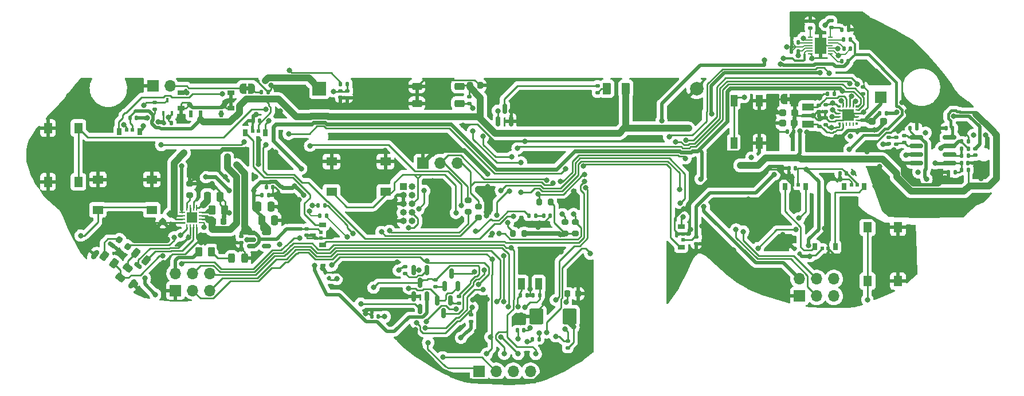
<source format=gbr>
%TF.GenerationSoftware,KiCad,Pcbnew,(6.0.5)*%
%TF.CreationDate,2023-09-14T14:32:31-07:00*%
%TF.ProjectId,Monkeys,4d6f6e6b-6579-4732-9e6b-696361645f70,3.7*%
%TF.SameCoordinates,Original*%
%TF.FileFunction,Copper,L1,Top*%
%TF.FilePolarity,Positive*%
%FSLAX46Y46*%
G04 Gerber Fmt 4.6, Leading zero omitted, Abs format (unit mm)*
G04 Created by KiCad (PCBNEW (6.0.5)) date 2023-09-14 14:32:31*
%MOMM*%
%LPD*%
G01*
G04 APERTURE LIST*
G04 Aperture macros list*
%AMRoundRect*
0 Rectangle with rounded corners*
0 $1 Rounding radius*
0 $2 $3 $4 $5 $6 $7 $8 $9 X,Y pos of 4 corners*
0 Add a 4 corners polygon primitive as box body*
4,1,4,$2,$3,$4,$5,$6,$7,$8,$9,$2,$3,0*
0 Add four circle primitives for the rounded corners*
1,1,$1+$1,$2,$3*
1,1,$1+$1,$4,$5*
1,1,$1+$1,$6,$7*
1,1,$1+$1,$8,$9*
0 Add four rect primitives between the rounded corners*
20,1,$1+$1,$2,$3,$4,$5,0*
20,1,$1+$1,$4,$5,$6,$7,0*
20,1,$1+$1,$6,$7,$8,$9,0*
20,1,$1+$1,$8,$9,$2,$3,0*%
%AMHorizOval*
0 Thick line with rounded ends*
0 $1 width*
0 $2 $3 position (X,Y) of the first rounded end (center of the circle)*
0 $4 $5 position (X,Y) of the second rounded end (center of the circle)*
0 Add line between two ends*
20,1,$1,$2,$3,$4,$5,0*
0 Add two circle primitives to create the rounded ends*
1,1,$1,$2,$3*
1,1,$1,$4,$5*%
%AMFreePoly0*
4,1,22,0.500000,-0.750000,0.000000,-0.750000,0.000000,-0.745033,-0.079941,-0.743568,-0.215256,-0.701293,-0.333266,-0.622738,-0.424486,-0.514219,-0.481581,-0.384460,-0.499164,-0.250000,-0.500000,-0.250000,-0.500000,0.250000,-0.499164,0.250000,-0.499963,0.256109,-0.478152,0.396186,-0.417904,0.524511,-0.324060,0.630769,-0.204165,0.706417,-0.067858,0.745374,0.000000,0.744959,0.000000,0.750000,
0.500000,0.750000,0.500000,-0.750000,0.500000,-0.750000,$1*%
%AMFreePoly1*
4,1,20,0.000000,0.744959,0.073905,0.744508,0.209726,0.703889,0.328688,0.626782,0.421226,0.519385,0.479903,0.390333,0.500000,0.250000,0.500000,-0.250000,0.499851,-0.262216,0.476331,-0.402017,0.414519,-0.529596,0.319384,-0.634700,0.198574,-0.708877,0.061801,-0.746166,0.000000,-0.745033,0.000000,-0.750000,-0.500000,-0.750000,-0.500000,0.750000,0.000000,0.750000,0.000000,0.744959,
0.000000,0.744959,$1*%
G04 Aperture macros list end*
%TA.AperFunction,SMDPad,CuDef*%
%ADD10RoundRect,0.218750X0.330141X0.067252X-0.014614X0.336604X-0.330141X-0.067252X0.014614X-0.336604X0*%
%TD*%
%TA.AperFunction,SMDPad,CuDef*%
%ADD11RoundRect,0.140000X-0.140000X-0.170000X0.140000X-0.170000X0.140000X0.170000X-0.140000X0.170000X0*%
%TD*%
%TA.AperFunction,SMDPad,CuDef*%
%ADD12R,0.500000X0.500000*%
%TD*%
%TA.AperFunction,SMDPad,CuDef*%
%ADD13R,0.700000X1.000000*%
%TD*%
%TA.AperFunction,SMDPad,CuDef*%
%ADD14RoundRect,0.140000X-0.170000X0.140000X-0.170000X-0.140000X0.170000X-0.140000X0.170000X0.140000X0*%
%TD*%
%TA.AperFunction,SMDPad,CuDef*%
%ADD15RoundRect,0.140000X0.140000X0.170000X-0.140000X0.170000X-0.140000X-0.170000X0.140000X-0.170000X0*%
%TD*%
%TA.AperFunction,SMDPad,CuDef*%
%ADD16RoundRect,0.150000X0.150000X-0.587500X0.150000X0.587500X-0.150000X0.587500X-0.150000X-0.587500X0*%
%TD*%
%TA.AperFunction,SMDPad,CuDef*%
%ADD17RoundRect,0.135000X-0.185000X0.135000X-0.185000X-0.135000X0.185000X-0.135000X0.185000X0.135000X0*%
%TD*%
%TA.AperFunction,SMDPad,CuDef*%
%ADD18RoundRect,0.135000X-0.135000X-0.185000X0.135000X-0.185000X0.135000X0.185000X-0.135000X0.185000X0*%
%TD*%
%TA.AperFunction,SMDPad,CuDef*%
%ADD19R,1.800000X1.000000*%
%TD*%
%TA.AperFunction,SMDPad,CuDef*%
%ADD20RoundRect,0.250000X0.787500X0.925000X-0.787500X0.925000X-0.787500X-0.925000X0.787500X-0.925000X0*%
%TD*%
%TA.AperFunction,SMDPad,CuDef*%
%ADD21RoundRect,0.250000X0.262500X0.450000X-0.262500X0.450000X-0.262500X-0.450000X0.262500X-0.450000X0*%
%TD*%
%TA.AperFunction,SMDPad,CuDef*%
%ADD22RoundRect,0.225000X-0.225000X-0.250000X0.225000X-0.250000X0.225000X0.250000X-0.225000X0.250000X0*%
%TD*%
%TA.AperFunction,SMDPad,CuDef*%
%ADD23R,0.340000X0.340000*%
%TD*%
%TA.AperFunction,SMDPad,CuDef*%
%ADD24R,0.610000X0.280000*%
%TD*%
%TA.AperFunction,SMDPad,CuDef*%
%ADD25R,0.280000X0.610000*%
%TD*%
%TA.AperFunction,SMDPad,CuDef*%
%ADD26R,1.700000X1.700000*%
%TD*%
%TA.AperFunction,SMDPad,CuDef*%
%ADD27RoundRect,0.140000X0.170000X-0.140000X0.170000X0.140000X-0.170000X0.140000X-0.170000X-0.140000X0*%
%TD*%
%TA.AperFunction,SMDPad,CuDef*%
%ADD28RoundRect,0.140000X-0.219203X-0.021213X-0.021213X-0.219203X0.219203X0.021213X0.021213X0.219203X0*%
%TD*%
%TA.AperFunction,SMDPad,CuDef*%
%ADD29RoundRect,0.275000X-0.475000X-0.275000X0.475000X-0.275000X0.475000X0.275000X-0.475000X0.275000X0*%
%TD*%
%TA.AperFunction,SMDPad,CuDef*%
%ADD30R,0.600000X1.000000*%
%TD*%
%TA.AperFunction,SMDPad,CuDef*%
%ADD31R,1.000000X0.700000*%
%TD*%
%TA.AperFunction,SMDPad,CuDef*%
%ADD32RoundRect,0.135000X0.185000X-0.135000X0.185000X0.135000X-0.185000X0.135000X-0.185000X-0.135000X0*%
%TD*%
%TA.AperFunction,SMDPad,CuDef*%
%ADD33RoundRect,0.062500X-0.375000X-0.062500X0.375000X-0.062500X0.375000X0.062500X-0.375000X0.062500X0*%
%TD*%
%TA.AperFunction,SMDPad,CuDef*%
%ADD34RoundRect,0.062500X-0.062500X-0.375000X0.062500X-0.375000X0.062500X0.375000X-0.062500X0.375000X0*%
%TD*%
%TA.AperFunction,SMDPad,CuDef*%
%ADD35R,1.600000X1.600000*%
%TD*%
%TA.AperFunction,SMDPad,CuDef*%
%ADD36RoundRect,0.250000X-0.250000X-0.475000X0.250000X-0.475000X0.250000X0.475000X-0.250000X0.475000X0*%
%TD*%
%TA.AperFunction,SMDPad,CuDef*%
%ADD37FreePoly0,180.000000*%
%TD*%
%TA.AperFunction,SMDPad,CuDef*%
%ADD38FreePoly1,180.000000*%
%TD*%
%TA.AperFunction,SMDPad,CuDef*%
%ADD39RoundRect,0.135000X0.135000X0.185000X-0.135000X0.185000X-0.135000X-0.185000X0.135000X-0.185000X0*%
%TD*%
%TA.AperFunction,SMDPad,CuDef*%
%ADD40RoundRect,0.225000X-0.017678X0.335876X-0.335876X0.017678X0.017678X-0.335876X0.335876X-0.017678X0*%
%TD*%
%TA.AperFunction,SMDPad,CuDef*%
%ADD41RoundRect,0.200000X-0.275000X0.200000X-0.275000X-0.200000X0.275000X-0.200000X0.275000X0.200000X0*%
%TD*%
%TA.AperFunction,SMDPad,CuDef*%
%ADD42RoundRect,0.140000X0.216559X-0.040029X0.080812X0.204864X-0.216559X0.040029X-0.080812X-0.204864X0*%
%TD*%
%TA.AperFunction,SMDPad,CuDef*%
%ADD43RoundRect,0.150000X-0.512500X-0.150000X0.512500X-0.150000X0.512500X0.150000X-0.512500X0.150000X0*%
%TD*%
%TA.AperFunction,SMDPad,CuDef*%
%ADD44RoundRect,0.147500X0.147500X0.172500X-0.147500X0.172500X-0.147500X-0.172500X0.147500X-0.172500X0*%
%TD*%
%TA.AperFunction,SMDPad,CuDef*%
%ADD45R,0.450000X0.700000*%
%TD*%
%TA.AperFunction,SMDPad,CuDef*%
%ADD46R,1.000000X1.700000*%
%TD*%
%TA.AperFunction,ComponentPad*%
%ADD47R,1.700000X1.700000*%
%TD*%
%TA.AperFunction,ComponentPad*%
%ADD48O,1.700000X1.700000*%
%TD*%
%TA.AperFunction,SMDPad,CuDef*%
%ADD49RoundRect,0.237500X0.287500X0.237500X-0.287500X0.237500X-0.287500X-0.237500X0.287500X-0.237500X0*%
%TD*%
%TA.AperFunction,SMDPad,CuDef*%
%ADD50RoundRect,0.200000X0.275000X-0.200000X0.275000X0.200000X-0.275000X0.200000X-0.275000X-0.200000X0*%
%TD*%
%TA.AperFunction,SMDPad,CuDef*%
%ADD51FreePoly0,0.000000*%
%TD*%
%TA.AperFunction,SMDPad,CuDef*%
%ADD52FreePoly1,0.000000*%
%TD*%
%TA.AperFunction,SMDPad,CuDef*%
%ADD53R,1.550000X1.300000*%
%TD*%
%TA.AperFunction,SMDPad,CuDef*%
%ADD54RoundRect,0.150000X-0.150000X0.587500X-0.150000X-0.587500X0.150000X-0.587500X0.150000X0.587500X0*%
%TD*%
%TA.AperFunction,SMDPad,CuDef*%
%ADD55R,1.300000X1.550000*%
%TD*%
%TA.AperFunction,SMDPad,CuDef*%
%ADD56R,0.700000X0.250000*%
%TD*%
%TA.AperFunction,SMDPad,CuDef*%
%ADD57R,1.780000X2.350000*%
%TD*%
%TA.AperFunction,SMDPad,CuDef*%
%ADD58R,1.000000X1.800000*%
%TD*%
%TA.AperFunction,SMDPad,CuDef*%
%ADD59RoundRect,0.243750X0.243750X0.456250X-0.243750X0.456250X-0.243750X-0.456250X0.243750X-0.456250X0*%
%TD*%
%TA.AperFunction,SMDPad,CuDef*%
%ADD60RoundRect,0.200000X-0.200000X-0.275000X0.200000X-0.275000X0.200000X0.275000X-0.200000X0.275000X0*%
%TD*%
%TA.AperFunction,SMDPad,CuDef*%
%ADD61RoundRect,0.250000X-0.483900X-0.192994X-0.070195X-0.516216X0.483900X0.192994X0.070195X0.516216X0*%
%TD*%
%TA.AperFunction,SMDPad,CuDef*%
%ADD62RoundRect,0.250000X-0.192994X0.483900X-0.516216X0.070195X0.192994X-0.483900X0.516216X-0.070195X0*%
%TD*%
%TA.AperFunction,SMDPad,CuDef*%
%ADD63RoundRect,0.250000X-0.375000X-0.625000X0.375000X-0.625000X0.375000X0.625000X-0.375000X0.625000X0*%
%TD*%
%TA.AperFunction,SMDPad,CuDef*%
%ADD64RoundRect,0.243750X0.472973X0.209462X0.088818X0.509597X-0.472973X-0.209462X-0.088818X-0.509597X0*%
%TD*%
%TA.AperFunction,SMDPad,CuDef*%
%ADD65RoundRect,0.150000X-0.825000X-0.150000X0.825000X-0.150000X0.825000X0.150000X-0.825000X0.150000X0*%
%TD*%
%TA.AperFunction,ComponentPad*%
%ADD66R,1.000000X1.000000*%
%TD*%
%TA.AperFunction,ComponentPad*%
%ADD67O,1.000000X1.000000*%
%TD*%
%TA.AperFunction,ComponentPad*%
%ADD68HorizOval,0.650000X-0.256103X0.200090X0.256103X-0.200090X0*%
%TD*%
%TA.AperFunction,ComponentPad*%
%ADD69HorizOval,0.775000X0.238569X0.305354X-0.238569X-0.305354X0*%
%TD*%
%TA.AperFunction,ComponentPad*%
%ADD70R,2.000000X2.000000*%
%TD*%
%TA.AperFunction,ComponentPad*%
%ADD71C,2.000000*%
%TD*%
%TA.AperFunction,ViaPad*%
%ADD72C,0.800000*%
%TD*%
%TA.AperFunction,Conductor*%
%ADD73C,0.500000*%
%TD*%
%TA.AperFunction,Conductor*%
%ADD74C,1.000000*%
%TD*%
%TA.AperFunction,Conductor*%
%ADD75C,0.400000*%
%TD*%
%TA.AperFunction,Conductor*%
%ADD76C,0.250000*%
%TD*%
%TA.AperFunction,Conductor*%
%ADD77C,0.600000*%
%TD*%
%TA.AperFunction,Conductor*%
%ADD78C,0.700000*%
%TD*%
%TA.AperFunction,Conductor*%
%ADD79C,0.200000*%
%TD*%
%TA.AperFunction,Conductor*%
%ADD80C,0.370000*%
%TD*%
%TA.AperFunction,Conductor*%
%ADD81C,0.330000*%
%TD*%
%TA.AperFunction,Conductor*%
%ADD82C,0.300000*%
%TD*%
G04 APERTURE END LIST*
%TO.C,JP2*%
G36*
X191340000Y-66390000D02*
G01*
X190840000Y-66390000D01*
X190840000Y-65790000D01*
X191340000Y-65790000D01*
X191340000Y-66390000D01*
G37*
%TO.C,JP1*%
G36*
X111370000Y-64800000D02*
G01*
X110870000Y-64800000D01*
X110870000Y-64200000D01*
X111370000Y-64200000D01*
X111370000Y-64800000D01*
G37*
%TD*%
D10*
%TO.P,D10,1,K*%
%TO.N,Net-(D10-Pad1)*%
X93440558Y-87884833D03*
%TO.P,D10,2,A*%
%TO.N,Net-(D10-Pad2)*%
X92199442Y-86915167D03*
%TD*%
D11*
%TO.P,C43,1*%
%TO.N,Net-(C43-Pad1)*%
X199282019Y-58640000D03*
%TO.P,C43,2*%
%TO.N,GNDA*%
X200242019Y-58640000D03*
%TD*%
D12*
%TO.P,D3,1,VSS*%
%TO.N,GND*%
X111897011Y-70790000D03*
D13*
%TO.P,D3,2,DOUT*%
%TO.N,Net-(D3-Pad2)*%
X110817011Y-71040000D03*
%TO.P,D3,3,DIN*%
%TO.N,Net-(D2-Pad2)*%
X113827011Y-71040000D03*
D12*
%TO.P,D3,4,VDD*%
%TO.N,+VDC*%
X112747011Y-70790000D03*
%TD*%
D14*
%TO.P,C22,1*%
%TO.N,+3V3*%
X196600000Y-66940000D03*
%TO.P,C22,2*%
%TO.N,GNDA*%
X196600000Y-67900000D03*
%TD*%
D15*
%TO.P,C25,1*%
%TO.N,+3V3*%
X130459000Y-98260000D03*
%TO.P,C25,2*%
%TO.N,GND*%
X129499000Y-98260000D03*
%TD*%
D16*
%TO.P,Q6,1,B*%
%TO.N,/IO17_SAO2GP2*%
X148200000Y-69387500D03*
%TO.P,Q6,2,E*%
%TO.N,GND*%
X150100000Y-69387500D03*
%TO.P,Q6,3,C*%
%TO.N,Net-(Q6-Pad3)*%
X149150000Y-67512500D03*
%TD*%
D17*
%TO.P,R21,1*%
%TO.N,Net-(Q5-Pad3)*%
X142380000Y-95270000D03*
%TO.P,R21,2*%
%TO.N,Net-(Q4-Pad1)*%
X142380000Y-96290000D03*
%TD*%
D18*
%TO.P,R10,1*%
%TO.N,/D9*%
X152710000Y-83300000D03*
%TO.P,R10,2*%
%TO.N,Net-(D1-Pad2)*%
X153730000Y-83300000D03*
%TD*%
D19*
%TO.P,Y1,1*%
%TO.N,/RCLK*%
X193940000Y-67280000D03*
%TO.P,Y1,2*%
%TO.N,/DCLK*%
X193940000Y-69780000D03*
%TD*%
D15*
%TO.P,C44,1*%
%TO.N,/EARMIC*%
X199892970Y-60492502D03*
%TO.P,C44,2*%
%TO.N,Net-(C44-Pad2)*%
X198932970Y-60492502D03*
%TD*%
D20*
%TO.P,C2,1*%
%TO.N,+3V3*%
X158745000Y-98200000D03*
%TO.P,C2,2*%
%TO.N,GND*%
X153820000Y-98200000D03*
%TD*%
D21*
%TO.P,R5,1*%
%TO.N,Net-(D12-Pad2)*%
X105820002Y-88660001D03*
%TO.P,R5,2*%
%TO.N,+3V3*%
X103995002Y-88660001D03*
%TD*%
D22*
%TO.P,C40,1*%
%TO.N,+VDC*%
X143980000Y-64070000D03*
%TO.P,C40,2*%
%TO.N,GND*%
X145530000Y-64070000D03*
%TD*%
D23*
%TO.P,IC1,1,NC_1*%
%TO.N,unconnected-(IC1-Pad1)*%
X201154000Y-69728000D03*
D24*
%TO.P,IC1,2,FMIP*%
%TO.N,/ANT*%
X201244000Y-69213000D03*
%TO.P,IC1,3,RFGND*%
%TO.N,GNDA*%
X201244000Y-68713000D03*
%TO.P,IC1,4,GND_1*%
X201244000Y-68213000D03*
%TO.P,IC1,5,~{RST}*%
%TO.N,/IO16_SIRST*%
X201244000Y-67713000D03*
D23*
%TO.P,IC1,6,~{SEN}*%
%TO.N,+3V3*%
X201154000Y-67198000D03*
D25*
%TO.P,IC1,7,SCLK*%
%TO.N,/IO22_SCLK1*%
X200639000Y-67108000D03*
%TO.P,IC1,8,SDIO*%
%TO.N,/IO21_SDA1*%
X200139000Y-67108000D03*
%TO.P,IC1,9,RCLK*%
%TO.N,/RCLK*%
X199639000Y-67108000D03*
%TO.P,IC1,10,VIO*%
%TO.N,+3V3*%
X199139000Y-67108000D03*
D23*
%TO.P,IC1,11,VD*%
X198624000Y-67198000D03*
D24*
%TO.P,IC1,12,GND_2*%
%TO.N,GNDA*%
X198534000Y-67713000D03*
%TO.P,IC1,13,ROUT*%
%TO.N,/ROUT*%
X198534000Y-68213000D03*
%TO.P,IC1,14,LOUT*%
%TO.N,/LOUT*%
X198534000Y-68713000D03*
%TO.P,IC1,15,GND_3*%
%TO.N,GNDA*%
X198534000Y-69213000D03*
D23*
%TO.P,IC1,16,VA*%
%TO.N,+3V3*%
X198624000Y-69728000D03*
D25*
%TO.P,IC1,17,GPIO3*%
%TO.N,/DCLK*%
X199139000Y-69818000D03*
%TO.P,IC1,18,GPIO2*%
%TO.N,unconnected-(IC1-Pad18)*%
X199639000Y-69818000D03*
%TO.P,IC1,19,GPIO1*%
%TO.N,unconnected-(IC1-Pad19)*%
X200139000Y-69818000D03*
%TO.P,IC1,20,NC_2*%
%TO.N,unconnected-(IC1-Pad20)*%
X200639000Y-69818000D03*
D26*
%TO.P,IC1,21,GND_4*%
%TO.N,GNDA*%
X199889000Y-68463000D03*
%TD*%
D11*
%TO.P,C15,1*%
%TO.N,/ANT*%
X204570000Y-68140000D03*
%TO.P,C15,2*%
%TO.N,Net-(C15-Pad2)*%
X205530000Y-68140000D03*
%TD*%
D27*
%TO.P,C42,1*%
%TO.N,Net-(C42-Pad1)*%
X194272972Y-55542503D03*
%TO.P,C42,2*%
%TO.N,GNDA*%
X194272972Y-54582503D03*
%TD*%
D21*
%TO.P,R2,1*%
%TO.N,GND*%
X107745000Y-82500000D03*
%TO.P,R2,2*%
%TO.N,Net-(R2-Pad2)*%
X105920000Y-82500000D03*
%TD*%
D18*
%TO.P,R1,1*%
%TO.N,/UD+*%
X121615000Y-81830000D03*
%TO.P,R1,2*%
%TO.N,/UD+_*%
X122635000Y-81830000D03*
%TD*%
D11*
%TO.P,C18,1*%
%TO.N,GND*%
X191155000Y-76350000D03*
%TO.P,C18,2*%
%TO.N,+VDC*%
X192115000Y-76350000D03*
%TD*%
D17*
%TO.P,R22,1*%
%TO.N,Net-(Q3-Pad2)*%
X134470000Y-90850000D03*
%TO.P,R22,2*%
%TO.N,Net-(Q5-Pad1)*%
X134470000Y-91870000D03*
%TD*%
D28*
%TO.P,C19,1*%
%TO.N,GND*%
X192000589Y-88260589D03*
%TO.P,C19,2*%
%TO.N,+VDC*%
X192679411Y-88939411D03*
%TD*%
D29*
%TO.P,U5,1,GND*%
%TO.N,GND*%
X136190000Y-64170000D03*
%TO.P,U5,2,GND*%
X136190000Y-66710000D03*
%TO.P,U5,3,OUT*%
%TO.N,/IO19_SAO2GP1*%
X142490000Y-66710000D03*
%TO.P,U5,4,VCC*%
%TO.N,+VDC*%
X142490000Y-64170000D03*
%TD*%
D30*
%TO.P,SW5,1,ON*%
%TO.N,/OUT*%
X107245000Y-68255000D03*
%TO.P,SW5,2,2*%
%TO.N,+VDC*%
X104245000Y-68255000D03*
%TO.P,SW5,3,Off*%
%TO.N,unconnected-(SW5-Pad3)*%
X102795000Y-68255000D03*
D31*
%TO.P,SW5,4*%
%TO.N,GND*%
X108745000Y-65105000D03*
X101345000Y-67405000D03*
X101345000Y-65105000D03*
X108745000Y-67405000D03*
%TD*%
D32*
%TO.P,R30,1*%
%TO.N,Net-(D11-Pad1)*%
X162870000Y-65100000D03*
%TO.P,R30,2*%
%TO.N,Net-(Q6-Pad3)*%
X162870000Y-64080000D03*
%TD*%
D33*
%TO.P,U1,1,TS*%
%TO.N,/THERM*%
X101482500Y-82850000D03*
%TO.P,U1,2,BAT*%
%TO.N,/BATT*%
X101482500Y-83350000D03*
%TO.P,U1,3,BAT*%
X101482500Y-83850000D03*
%TO.P,U1,4,~{CE}*%
%TO.N,GND*%
X101482500Y-84350000D03*
D34*
%TO.P,U1,5,EN2*%
%TO.N,/OUT*%
X102170000Y-85037500D03*
%TO.P,U1,6,EN1*%
%TO.N,GND*%
X102670000Y-85037500D03*
%TO.P,U1,7,~{PGOOD}*%
%TO.N,Net-(D9-Pad1)*%
X103170000Y-85037500D03*
%TO.P,U1,8,VSS*%
%TO.N,GND*%
X103670000Y-85037500D03*
D33*
%TO.P,U1,9,~{CHG}*%
%TO.N,Net-(D10-Pad1)*%
X104357500Y-84350000D03*
%TO.P,U1,10,OUT*%
%TO.N,/OUT*%
X104357500Y-83850000D03*
%TO.P,U1,11,OUT*%
X104357500Y-83350000D03*
%TO.P,U1,12,ILIM*%
%TO.N,Net-(R2-Pad2)*%
X104357500Y-82850000D03*
D34*
%TO.P,U1,13,IN*%
%TO.N,/VDDUSB*%
X103670000Y-82162500D03*
%TO.P,U1,14,TMR*%
%TO.N,GND*%
X103170000Y-82162500D03*
%TO.P,U1,15,TD*%
X102670000Y-82162500D03*
%TO.P,U1,16,ISET*%
%TO.N,Net-(R3-Pad1)*%
X102170000Y-82162500D03*
D35*
%TO.P,U1,17,VSS*%
%TO.N,GND*%
X102920000Y-83600000D03*
%TD*%
D36*
%TO.P,C29,1*%
%TO.N,+3V3*%
X112720000Y-82020000D03*
%TO.P,C29,2*%
%TO.N,GND*%
X114620000Y-82020000D03*
%TD*%
D37*
%TO.P,JP2,1,A*%
%TO.N,GNDA*%
X191740000Y-66090000D03*
D38*
%TO.P,JP2,2,B*%
%TO.N,GND*%
X190440000Y-66090000D03*
%TD*%
D11*
%TO.P,C37,1*%
%TO.N,Net-(C37-Pad1)*%
X151490000Y-95110000D03*
%TO.P,C37,2*%
%TO.N,GND*%
X152450000Y-95110000D03*
%TD*%
D39*
%TO.P,R40,1*%
%TO.N,GNDA*%
X199942970Y-55842502D03*
%TO.P,R40,2*%
%TO.N,Net-(R39-Pad2)*%
X198922970Y-55842502D03*
%TD*%
D27*
%TO.P,C32,1*%
%TO.N,/ESP32MICin*%
X144168000Y-98970000D03*
%TO.P,C32,2*%
%TO.N,/IO12_MIC*%
X144168000Y-98010000D03*
%TD*%
D40*
%TO.P,C34,1*%
%TO.N,/BATT*%
X99728008Y-83061992D03*
%TO.P,C34,2*%
%TO.N,GND*%
X98631992Y-84158008D03*
%TD*%
D12*
%TO.P,D6,1,VSS*%
%TO.N,GND*%
X191660000Y-78760000D03*
D13*
%TO.P,D6,2,DOUT*%
%TO.N,Net-(D6-Pad2)*%
X190580000Y-79010000D03*
%TO.P,D6,3,DIN*%
%TO.N,Net-(D5-Pad2)*%
X193590000Y-79010000D03*
D12*
%TO.P,D6,4,VDD*%
%TO.N,+VDC*%
X192510000Y-78760000D03*
%TD*%
D41*
%TO.P,R28,1*%
%TO.N,/IO23_SCLK2*%
X159620000Y-84285000D03*
%TO.P,R28,2*%
%TO.N,+3V3*%
X159620000Y-85935000D03*
%TD*%
D15*
%TO.P,C4,1*%
%TO.N,GND*%
X94777011Y-68900000D03*
%TO.P,C4,2*%
%TO.N,+VDC*%
X93817011Y-68900000D03*
%TD*%
D12*
%TO.P,D5,1,VSS*%
%TO.N,GND*%
X175480000Y-86050000D03*
D31*
%TO.P,D5,2,DOUT*%
%TO.N,Net-(D5-Pad2)*%
X175230000Y-84970000D03*
%TO.P,D5,3,DIN*%
%TO.N,Net-(D4-Pad2)*%
X175230000Y-87980000D03*
D12*
%TO.P,D5,4,VDD*%
%TO.N,+VDC*%
X175480000Y-86900000D03*
%TD*%
D16*
%TO.P,Q3,1,B*%
%TO.N,Net-(Q3-Pad1)*%
X140320000Y-93777500D03*
%TO.P,Q3,2,E*%
%TO.N,Net-(Q3-Pad2)*%
X142220000Y-93777500D03*
%TO.P,Q3,3,C*%
%TO.N,/D9*%
X141270000Y-91902500D03*
%TD*%
D42*
%TO.P,C38,1*%
%TO.N,Net-(C38-Pad1)*%
X123170982Y-92571987D03*
%TO.P,C38,2*%
%TO.N,GND*%
X122705564Y-91732353D03*
%TD*%
D11*
%TO.P,C1,1*%
%TO.N,/ROUT*%
X153260000Y-101600000D03*
%TO.P,C1,2*%
%TO.N,Net-(C1-Pad2)*%
X154220000Y-101600000D03*
%TD*%
D12*
%TO.P,D7,1,VSS*%
%TO.N,GND*%
X196920000Y-88190000D03*
D13*
%TO.P,D7,2,DOUT*%
%TO.N,Net-(D7-Pad2)*%
X198000000Y-87940000D03*
%TO.P,D7,3,DIN*%
%TO.N,Net-(D6-Pad2)*%
X194990000Y-87940000D03*
D12*
%TO.P,D7,4,VDD*%
%TO.N,+VDC*%
X196070000Y-88190000D03*
%TD*%
D27*
%TO.P,C12,1*%
%TO.N,GND*%
X119909999Y-86224996D03*
%TO.P,C12,2*%
%TO.N,+VDC*%
X119909999Y-85264996D03*
%TD*%
D15*
%TO.P,C36,1*%
%TO.N,Net-(C36-Pad1)*%
X154320000Y-95110000D03*
%TO.P,C36,2*%
%TO.N,GND*%
X153360000Y-95110000D03*
%TD*%
D14*
%TO.P,C41,1*%
%TO.N,Net-(C41-Pad1)*%
X124900001Y-64879996D03*
%TO.P,C41,2*%
%TO.N,GND*%
X124900001Y-65839996D03*
%TD*%
D43*
%TO.P,U2,1,IN*%
%TO.N,+VDC*%
X111720000Y-85900000D03*
%TO.P,U2,2,GND*%
%TO.N,GND*%
X111720000Y-86850000D03*
%TO.P,U2,3,EN*%
%TO.N,+VDC*%
X111720000Y-87800000D03*
%TO.P,U2,4,NC*%
%TO.N,unconnected-(U2-Pad4)*%
X113995000Y-87800000D03*
%TO.P,U2,5,OUT*%
%TO.N,+3V3*%
X113995000Y-85900000D03*
%TD*%
D27*
%TO.P,C24,1*%
%TO.N,/DCLK*%
X195620000Y-70090000D03*
%TO.P,C24,2*%
%TO.N,GNDA*%
X195620000Y-69130000D03*
%TD*%
D15*
%TO.P,C21,1*%
%TO.N,+3V3*%
X197840000Y-65300000D03*
%TO.P,C21,2*%
%TO.N,GNDA*%
X196880000Y-65300000D03*
%TD*%
D11*
%TO.P,C20,1*%
%TO.N,GND*%
X198690000Y-77040000D03*
%TO.P,C20,2*%
%TO.N,+VDC*%
X199650000Y-77040000D03*
%TD*%
D44*
%TO.P,D1,1,K*%
%TO.N,GND*%
X155880000Y-83310000D03*
%TO.P,D1,2,A*%
%TO.N,Net-(D1-Pad2)*%
X154910000Y-83310000D03*
%TD*%
D15*
%TO.P,C46,1*%
%TO.N,/VDD*%
X192502020Y-59000002D03*
%TO.P,C46,2*%
%TO.N,GNDA*%
X191542020Y-59000002D03*
%TD*%
%TO.P,C45,1*%
%TO.N,Net-(C45-Pad1)*%
X192532019Y-57690000D03*
%TO.P,C45,2*%
%TO.N,GNDA*%
X191572019Y-57690000D03*
%TD*%
D11*
%TO.P,C26,1*%
%TO.N,GND*%
X190910000Y-70860000D03*
%TO.P,C26,2*%
%TO.N,GNDA*%
X191870000Y-70860000D03*
%TD*%
D45*
%TO.P,Q1,1,G*%
%TO.N,+3V3*%
X98675611Y-68199500D03*
%TO.P,Q1,2,S*%
%TO.N,/IO18_NPDIN*%
X99975611Y-68199500D03*
%TO.P,Q1,3,D*%
%TO.N,Net-(D2-Pad3)*%
X99325611Y-66199500D03*
%TD*%
D46*
%TO.P,SW6,1,1*%
%TO.N,GND*%
X186810000Y-66320000D03*
%TO.P,SW6,2,2*%
X186810000Y-72620000D03*
%TO.P,SW6,3,K*%
%TO.N,/RST*%
X183010000Y-66320000D03*
%TO.P,SW6,4,A*%
X183010000Y-72620000D03*
%TD*%
D47*
%TO.P,J2,1,Pin_1*%
%TO.N,GND*%
X137070000Y-75540000D03*
D48*
%TO.P,J2,2,Pin_2*%
%TO.N,/ESP32_RXD0*%
X139610000Y-75540000D03*
%TO.P,J2,3,Pin_3*%
%TO.N,/ESP32_TXD0*%
X142150000Y-75540000D03*
%TD*%
D49*
%TO.P,L1,1,1*%
%TO.N,GNDA*%
X205160000Y-69390001D03*
%TO.P,L1,2,2*%
%TO.N,/ANT*%
X203410000Y-69390001D03*
%TD*%
D50*
%TO.P,R9,1*%
%TO.N,Net-(R9-Pad1)*%
X145299998Y-83590001D03*
%TO.P,R9,2*%
%TO.N,/ESP32_TXD0*%
X145299998Y-81940001D03*
%TD*%
D11*
%TO.P,C6,1*%
%TO.N,GND*%
X112015000Y-69320000D03*
%TO.P,C6,2*%
%TO.N,+VDC*%
X112975000Y-69320000D03*
%TD*%
D51*
%TO.P,JP1,1,A*%
%TO.N,/THERM*%
X110470000Y-64500000D03*
D52*
%TO.P,JP1,2,B*%
%TO.N,Net-(JP1-Pad2)*%
X111770000Y-64500000D03*
%TD*%
D14*
%TO.P,C39,1*%
%TO.N,GNDA*%
X196580000Y-68900000D03*
%TO.P,C39,2*%
%TO.N,+3V3*%
X196580000Y-69860000D03*
%TD*%
D36*
%TO.P,C33,1*%
%TO.N,/VDDUSB*%
X105220000Y-80500000D03*
%TO.P,C33,2*%
%TO.N,GND*%
X107120000Y-80500000D03*
%TD*%
D53*
%TO.P,SW4,1,1*%
%TO.N,GND*%
X123570000Y-75310000D03*
X131530000Y-75310000D03*
%TO.P,SW4,2,2*%
%TO.N,/T3_ENTER*%
X131530000Y-79810000D03*
X123570000Y-79810000D03*
%TD*%
D54*
%TO.P,Q5,1,B*%
%TO.N,Net-(Q5-Pad1)*%
X137640000Y-91375000D03*
%TO.P,Q5,2,E*%
%TO.N,/RST*%
X135740000Y-91375000D03*
%TO.P,Q5,3,C*%
%TO.N,Net-(Q5-Pad3)*%
X136690000Y-93250000D03*
%TD*%
D12*
%TO.P,D2,1,VSS*%
%TO.N,GND*%
X93307011Y-70630000D03*
D13*
%TO.P,D2,2,DOUT*%
%TO.N,Net-(D2-Pad2)*%
X92227011Y-70880000D03*
%TO.P,D2,3,DIN*%
%TO.N,Net-(D2-Pad3)*%
X95237011Y-70880000D03*
D12*
%TO.P,D2,4,VDD*%
%TO.N,+VDC*%
X94157011Y-70630000D03*
%TD*%
D55*
%TO.P,SW3,1,1*%
%TO.N,GND*%
X207270000Y-85050000D03*
X207270000Y-93010000D03*
%TO.P,SW3,2,2*%
%TO.N,/T4_MUTE*%
X202770000Y-85050000D03*
X202770000Y-93010000D03*
%TD*%
D54*
%TO.P,Q4,1,B*%
%TO.N,Net-(Q4-Pad1)*%
X141100000Y-95842500D03*
%TO.P,Q4,2,E*%
%TO.N,Net-(Q3-Pad2)*%
X139200000Y-95842500D03*
%TO.P,Q4,3,C*%
%TO.N,/GPIO0*%
X140150000Y-97717500D03*
%TD*%
D56*
%TO.P,U8,1,CT*%
%TO.N,Net-(C42-Pad1)*%
X194337969Y-56960000D03*
%TO.P,U8,2,~{SHDN}*%
%TO.N,/VDD*%
X194337969Y-57360000D03*
%TO.P,U8,3,CG*%
%TO.N,Net-(C45-Pad1)*%
X194337969Y-57760000D03*
%TO.P,U8,4,GND*%
%TO.N,GNDA*%
X194337969Y-58160000D03*
%TO.P,U8,5,VDD*%
%TO.N,/VDD*%
X194337969Y-58560000D03*
%TO.P,U8,6,MICOUT*%
%TO.N,/AMPEDMIC*%
X194337969Y-58960000D03*
%TO.P,U8,7,GND*%
%TO.N,GNDA*%
X194337969Y-59360000D03*
%TO.P,U8,8,MICIN*%
%TO.N,Net-(C44-Pad2)*%
X197287969Y-59360000D03*
%TO.P,U8,9,A/R*%
%TO.N,GNDA*%
X197287969Y-58960000D03*
%TO.P,U8,10,GAIN*%
%TO.N,/VDD*%
X197287969Y-58560000D03*
%TO.P,U8,11,GND*%
%TO.N,GNDA*%
X197287969Y-58160000D03*
%TO.P,U8,12,BIAS*%
%TO.N,Net-(C43-Pad1)*%
X197287969Y-57760000D03*
%TO.P,U8,13,MICBIAS*%
%TO.N,Net-(R38-Pad2)*%
X197287969Y-57360000D03*
%TO.P,U8,14,TH*%
%TO.N,Net-(R39-Pad2)*%
X197287969Y-56960000D03*
D57*
%TO.P,U8,15,GND*%
%TO.N,GNDA*%
X195812969Y-58160000D03*
%TD*%
D17*
%TO.P,R39,1*%
%TO.N,/VDD*%
X197422970Y-54492501D03*
%TO.P,R39,2*%
%TO.N,Net-(R39-Pad2)*%
X197422970Y-55512501D03*
%TD*%
D11*
%TO.P,C7,1*%
%TO.N,GNDA*%
X214370000Y-70370000D03*
%TO.P,C7,2*%
%TO.N,+5V*%
X215330000Y-70370000D03*
%TD*%
D39*
%TO.P,R14,1*%
%TO.N,Net-(C8-Pad1)*%
X217690000Y-74420000D03*
%TO.P,R14,2*%
%TO.N,Net-(R14-Pad2)*%
X216670000Y-74420000D03*
%TD*%
D14*
%TO.P,C23,1*%
%TO.N,/RCLK*%
X195610000Y-66970000D03*
%TO.P,C23,2*%
%TO.N,GNDA*%
X195610000Y-67930000D03*
%TD*%
D58*
%TO.P,Y2,1*%
%TO.N,Net-(C37-Pad1)*%
X151660000Y-93450000D03*
%TO.P,Y2,2*%
%TO.N,Net-(C36-Pad1)*%
X154160000Y-93450000D03*
%TD*%
D14*
%TO.P,C3,1*%
%TO.N,+VDC*%
X110210000Y-86370000D03*
%TO.P,C3,2*%
%TO.N,GND*%
X110210000Y-87330000D03*
%TD*%
D17*
%TO.P,R16,1*%
%TO.N,Net-(C9-Pad1)*%
X207010000Y-71710000D03*
%TO.P,R16,2*%
%TO.N,Net-(R16-Pad2)*%
X207010000Y-72730000D03*
%TD*%
D53*
%TO.P,SW2,1,1*%
%TO.N,GND*%
X89060000Y-77960000D03*
X97020000Y-77960000D03*
%TO.P,SW2,2,2*%
%TO.N,/T6_DOWN*%
X89060000Y-82460000D03*
X97020000Y-82460000D03*
%TD*%
D22*
%TO.P,C27,1*%
%TO.N,/RST*%
X158440000Y-94880000D03*
%TO.P,C27,2*%
%TO.N,GND*%
X159990000Y-94880000D03*
%TD*%
D39*
%TO.P,R17,1*%
%TO.N,Net-(C13-Pad1)*%
X217700000Y-73400000D03*
%TO.P,R17,2*%
%TO.N,Net-(R14-Pad2)*%
X216680000Y-73400000D03*
%TD*%
D11*
%TO.P,C5,1*%
%TO.N,+3V3*%
X113920000Y-79100000D03*
%TO.P,C5,2*%
%TO.N,GND*%
X114880000Y-79100000D03*
%TD*%
D27*
%TO.P,C8,1*%
%TO.N,Net-(C8-Pad1)*%
X218680000Y-74390000D03*
%TO.P,C8,2*%
%TO.N,Net-(C8-Pad2)*%
X218680000Y-73430000D03*
%TD*%
D47*
%TO.P,LCD1,1,GND*%
%TO.N,/OLED1*%
X145350000Y-106400000D03*
D48*
%TO.P,LCD1,2,3.3*%
%TO.N,/OLED2*%
X147890000Y-106400000D03*
%TO.P,LCD1,3,SCL*%
%TO.N,/OLED3*%
X150430000Y-106400000D03*
%TO.P,LCD1,4,SDA*%
%TO.N,/OLED4*%
X152970000Y-106400000D03*
%TD*%
D59*
%TO.P,D12,1,K*%
%TO.N,GND*%
X110707500Y-89640000D03*
%TO.P,D12,2,A*%
%TO.N,Net-(D12-Pad2)*%
X108832500Y-89640000D03*
%TD*%
D18*
%TO.P,R7,1*%
%TO.N,/UD-*%
X121855000Y-83340000D03*
%TO.P,R7,2*%
%TO.N,/UD-_*%
X122875000Y-83340000D03*
%TD*%
D54*
%TO.P,Q2,1,G*%
%TO.N,/VDDUSB*%
X137640000Y-95240000D03*
%TO.P,Q2,2,S*%
%TO.N,GND*%
X135740000Y-95240000D03*
%TO.P,Q2,3,D*%
%TO.N,Net-(Q2-Pad3)*%
X136690000Y-97115000D03*
%TD*%
D11*
%TO.P,C31,1*%
%TO.N,+3V3*%
X113315000Y-80300000D03*
%TO.P,C31,2*%
%TO.N,GND*%
X114275000Y-80300000D03*
%TD*%
D60*
%TO.P,R29,1*%
%TO.N,/IO5_SDA2*%
X150400000Y-85970000D03*
%TO.P,R29,2*%
%TO.N,+3V3*%
X152050000Y-85970000D03*
%TD*%
D17*
%TO.P,R19,1*%
%TO.N,/RST*%
X158470000Y-101890000D03*
%TO.P,R19,2*%
%TO.N,+3V3*%
X158470000Y-102910000D03*
%TD*%
%TO.P,R13,1*%
%TO.N,Net-(D2-Pad3)*%
X97450000Y-66610000D03*
%TO.P,R13,2*%
%TO.N,+VDC*%
X97450000Y-67630000D03*
%TD*%
D49*
%TO.P,L3,1,1*%
%TO.N,GNDA*%
X191960000Y-69620000D03*
%TO.P,L3,2,2*%
%TO.N,GND*%
X190210000Y-69620000D03*
%TD*%
D32*
%TO.P,R31,1*%
%TO.N,/IO19_SAO2GP1*%
X143950000Y-66710000D03*
%TO.P,R31,2*%
%TO.N,+VDC*%
X143950000Y-65690000D03*
%TD*%
D60*
%TO.P,R26,1*%
%TO.N,/IO21_SDA1*%
X154290000Y-81280000D03*
%TO.P,R26,2*%
%TO.N,+3V3*%
X155940000Y-81280000D03*
%TD*%
D17*
%TO.P,R18,1*%
%TO.N,Net-(C16-Pad1)*%
X208184000Y-71510000D03*
%TO.P,R18,2*%
%TO.N,Net-(R16-Pad2)*%
X208184000Y-72530000D03*
%TD*%
D27*
%TO.P,C17,1*%
%TO.N,GND*%
X177450000Y-87470000D03*
%TO.P,C17,2*%
%TO.N,+VDC*%
X177450000Y-86510000D03*
%TD*%
D47*
%TO.P,TP1,1,1*%
%TO.N,/ANT*%
X204740000Y-65840000D03*
%TD*%
D55*
%TO.P,SW1,1,1*%
%TO.N,GND*%
X81660000Y-78310000D03*
X81660000Y-70350000D03*
%TO.P,SW1,2,2*%
%TO.N,/T0_UP*%
X86160000Y-70350000D03*
X86160000Y-78310000D03*
%TD*%
D17*
%TO.P,R20,1*%
%TO.N,Net-(Q5-Pad3)*%
X138950000Y-92840000D03*
%TO.P,R20,2*%
%TO.N,Net-(Q3-Pad1)*%
X138950000Y-93860000D03*
%TD*%
D36*
%TO.P,C30,1*%
%TO.N,+3V3*%
X113270000Y-84000000D03*
%TO.P,C30,2*%
%TO.N,GND*%
X115170000Y-84000000D03*
%TD*%
D61*
%TO.P,R4,1*%
%TO.N,Net-(D10-Pad2)*%
X89980940Y-89278209D03*
%TO.P,R4,2*%
%TO.N,/OUT*%
X91419060Y-90401791D03*
%TD*%
D62*
%TO.P,R6,1*%
%TO.N,Net-(D9-Pad2)*%
X93481819Y-91083105D03*
%TO.P,R6,2*%
%TO.N,/OUT*%
X92358237Y-92521225D03*
%TD*%
D63*
%TO.P,D11,1,K*%
%TO.N,Net-(D11-Pad1)*%
X164250000Y-64540000D03*
%TO.P,D11,2,A*%
%TO.N,+VDC*%
X167050000Y-64540000D03*
%TD*%
D64*
%TO.P,D9,1,K*%
%TO.N,Net-(D9-Pad1)*%
X96158760Y-89977183D03*
%TO.P,D9,2,A*%
%TO.N,Net-(D9-Pad2)*%
X94681240Y-88822817D03*
%TD*%
D39*
%TO.P,R11,1*%
%TO.N,GNDA*%
X217710000Y-72370000D03*
%TO.P,R11,2*%
%TO.N,Net-(C13-Pad1)*%
X216690000Y-72370000D03*
%TD*%
D12*
%TO.P,D8,1,VSS*%
%TO.N,GND*%
X200360000Y-78790000D03*
D13*
%TO.P,D8,2,DOUT*%
%TO.N,unconnected-(D8-Pad2)*%
X199280000Y-79040000D03*
%TO.P,D8,3,DIN*%
%TO.N,Net-(D7-Pad2)*%
X202290000Y-79040000D03*
D12*
%TO.P,D8,4,VDD*%
%TO.N,+VDC*%
X201210000Y-78790000D03*
%TD*%
D15*
%TO.P,C14,1*%
%TO.N,GNDA*%
X217630000Y-75540000D03*
%TO.P,C14,2*%
%TO.N,/VREF*%
X216670000Y-75540000D03*
%TD*%
D65*
%TO.P,U4,1*%
%TO.N,Net-(C16-Pad1)*%
X209960000Y-71745000D03*
%TO.P,U4,2,-*%
%TO.N,Net-(R16-Pad2)*%
X209960000Y-73015000D03*
%TO.P,U4,3,+*%
%TO.N,/VREF*%
X209960000Y-74285000D03*
%TO.P,U4,4,V-*%
%TO.N,GNDA*%
X209960000Y-75555000D03*
%TO.P,U4,5,+*%
%TO.N,/VREF*%
X214910000Y-75555000D03*
%TO.P,U4,6,-*%
%TO.N,Net-(R14-Pad2)*%
X214910000Y-74285000D03*
%TO.P,U4,7*%
%TO.N,Net-(C13-Pad1)*%
X214910000Y-73015000D03*
%TO.P,U4,8,V+*%
%TO.N,+5V*%
X214910000Y-71745000D03*
%TD*%
D39*
%TO.P,R38,1*%
%TO.N,/EARMIC*%
X200250000Y-57282502D03*
%TO.P,R38,2*%
%TO.N,Net-(R38-Pad2)*%
X199230000Y-57282502D03*
%TD*%
D12*
%TO.P,D4,1,VSS*%
%TO.N,GND*%
X122010000Y-86610000D03*
D31*
%TO.P,D4,2,DOUT*%
%TO.N,Net-(D4-Pad2)*%
X122260000Y-87690000D03*
%TO.P,D4,3,DIN*%
%TO.N,Net-(D3-Pad2)*%
X122260000Y-84680000D03*
D12*
%TO.P,D4,4,VDD*%
%TO.N,+VDC*%
X122010000Y-85760000D03*
%TD*%
D49*
%TO.P,L2,1,1*%
%TO.N,GNDA*%
X191990000Y-68120000D03*
%TO.P,L2,2,2*%
%TO.N,GND*%
X190240000Y-68120000D03*
%TD*%
D39*
%TO.P,R23,1*%
%TO.N,+5V*%
X217660000Y-76530000D03*
%TO.P,R23,2*%
%TO.N,/VREF*%
X216640000Y-76530000D03*
%TD*%
D48*
%TO.P,SAO2,3V3,3V3*%
%TO.N,+3V3*%
X192712500Y-92672500D03*
D47*
%TO.P,SAO2,GND,GND*%
%TO.N,GND*%
X192712500Y-95212500D03*
D48*
%TO.P,SAO2,GP1,GPIO1*%
%TO.N,/IO19_SAO2GP1*%
X197792500Y-92672500D03*
%TO.P,SAO2,GP2,GPIO2*%
%TO.N,/IO17_SAO2GP2*%
X197792500Y-95212500D03*
%TO.P,SAO2,SCL,SCL*%
%TO.N,/IO22_SCLK1*%
X195252500Y-95212500D03*
%TO.P,SAO2,SDA,SDA*%
%TO.N,/IO21_SDA1*%
X195252500Y-92672500D03*
%TD*%
D14*
%TO.P,C9,1*%
%TO.N,Net-(C9-Pad1)*%
X205910000Y-71740000D03*
%TO.P,C9,2*%
%TO.N,/ROUT*%
X205910000Y-72700000D03*
%TD*%
D39*
%TO.P,R15,1*%
%TO.N,GNDA*%
X210070000Y-70370000D03*
%TO.P,R15,2*%
%TO.N,Net-(C16-Pad1)*%
X209050000Y-70370000D03*
%TD*%
%TO.P,R37,1*%
%TO.N,GND*%
X114250000Y-65050000D03*
%TO.P,R37,2*%
%TO.N,Net-(JP1-Pad2)*%
X113230000Y-65050000D03*
%TD*%
D22*
%TO.P,C35,1*%
%TO.N,/OUT*%
X106045000Y-84200000D03*
%TO.P,C35,2*%
%TO.N,GND*%
X107595000Y-84200000D03*
%TD*%
D32*
%TO.P,R34,1*%
%TO.N,GND*%
X125920004Y-65869999D03*
%TO.P,R34,2*%
%TO.N,Net-(C41-Pad1)*%
X125920004Y-64849999D03*
%TD*%
D39*
%TO.P,R33,1*%
%TO.N,Net-(C41-Pad1)*%
X125920001Y-63879999D03*
%TO.P,R33,2*%
%TO.N,Net-(R32-Pad2)*%
X124900001Y-63879999D03*
%TD*%
D50*
%TO.P,R3,1*%
%TO.N,Net-(R3-Pad1)*%
X102620000Y-80250000D03*
%TO.P,R3,2*%
%TO.N,GND*%
X102620000Y-78600000D03*
%TD*%
D17*
%TO.P,R36,1*%
%TO.N,GNDA*%
X202110002Y-64280001D03*
%TO.P,R36,2*%
%TO.N,/IO16_SIRST*%
X202110002Y-65300001D03*
%TD*%
D41*
%TO.P,R27,1*%
%TO.N,/IO22_SCLK1*%
X158080000Y-84290000D03*
%TO.P,R27,2*%
%TO.N,+3V3*%
X158080000Y-85940000D03*
%TD*%
D11*
%TO.P,C28,1*%
%TO.N,/LOUT*%
X151040000Y-100300000D03*
%TO.P,C28,2*%
%TO.N,Net-(C28-Pad2)*%
X152000000Y-100300000D03*
%TD*%
D50*
%TO.P,R8,1*%
%TO.N,Net-(R8-Pad1)*%
X143760002Y-82729999D03*
%TO.P,R8,2*%
%TO.N,/ESP32_RXD0*%
X143760002Y-81079999D03*
%TD*%
D48*
%TO.P,SAO1,3V3,3V3*%
%TO.N,+3V3*%
X100530800Y-91847200D03*
D47*
%TO.P,SAO1,GND,GND*%
%TO.N,GND*%
X100530800Y-94387200D03*
D48*
%TO.P,SAO1,GP1,GPIO1*%
%TO.N,/IO25_SAO1GP1*%
X105610800Y-91847200D03*
%TO.P,SAO1,GP2,GPIO2*%
%TO.N,/IO27_SAO1GP2*%
X105610800Y-94387200D03*
%TO.P,SAO1,SCL,SCL*%
%TO.N,/IO23_SCLK2*%
X103070800Y-94387200D03*
%TO.P,SAO1,SDA,SDA*%
%TO.N,/IO5_SDA2*%
X103070800Y-91847200D03*
%TD*%
D39*
%TO.P,R24,1*%
%TO.N,/VREF*%
X215730000Y-76890000D03*
%TO.P,R24,2*%
%TO.N,GNDA*%
X214710000Y-76890000D03*
%TD*%
D66*
%TO.P,J1,1,VCC*%
%TO.N,+3V3*%
X134210000Y-79060000D03*
D67*
%TO.P,J1,2,TMS*%
%TO.N,/T6_DOWN*%
X135480000Y-79060000D03*
%TO.P,J1,3,GND*%
%TO.N,GND*%
X134210000Y-80330000D03*
%TO.P,J1,4,TCK*%
%TO.N,/T4_MUTE*%
X135480000Y-80330000D03*
%TO.P,J1,5,GND*%
%TO.N,GND*%
X134210000Y-81600000D03*
%TO.P,J1,6,TDO*%
%TO.N,/T3_ENTER*%
X135480000Y-81600000D03*
%TO.P,J1,7,KEY*%
%TO.N,unconnected-(J1-Pad7)*%
X134210000Y-82870000D03*
%TO.P,J1,8,TDI*%
%TO.N,/IO12_MIC*%
X135480000Y-82870000D03*
%TO.P,J1,9,GND*%
%TO.N,GND*%
X134210000Y-84140000D03*
%TO.P,J1,10,nRESET*%
%TO.N,/RST*%
X135480000Y-84140000D03*
%TD*%
D39*
%TO.P,R12,1*%
%TO.N,/IO18_NPDIN*%
X99863011Y-69640200D03*
%TO.P,R12,2*%
%TO.N,+3V3*%
X98843011Y-69640200D03*
%TD*%
D68*
%TO.P,J5,S1,SHIELD*%
%TO.N,GND*%
X95000054Y-90698308D03*
%TO.P,J5,S2,SHIELD*%
X91060000Y-87620000D03*
D69*
%TO.P,J5,S3,SHIELD*%
X94125779Y-93441598D03*
%TO.P,J5,S6,SHIELD*%
X88609703Y-89131968D03*
%TD*%
D70*
%TO.P,BT1,1,+*%
%TO.N,/BATT*%
X121780000Y-64540000D03*
D71*
%TO.P,BT1,2,-*%
%TO.N,GND*%
X177500000Y-64540000D03*
%TD*%
D47*
%TO.P,J3,1,Pin_1*%
%TO.N,GND*%
X97160000Y-64150000D03*
D48*
%TO.P,J3,2,Pin_2*%
%TO.N,/THERM*%
X99700000Y-64150000D03*
%TD*%
D72*
%TO.N,/R2*%
X218410000Y-71380000D03*
%TO.N,Net-(J4-PadS)*%
X210260000Y-76910000D03*
%TO.N,Net-(FB4-Pad1)*%
X211355000Y-71050000D03*
%TO.N,+3V3*%
X159320000Y-99800000D03*
X198860000Y-66353012D03*
X197569434Y-66662487D03*
X119092704Y-76376798D03*
X108420000Y-79640000D03*
X131424000Y-98270000D03*
X178600000Y-82018673D03*
X197445903Y-70283549D03*
X97982292Y-69413218D03*
X118097440Y-78952342D03*
X199088172Y-64904011D03*
X119453573Y-80283876D03*
X178115500Y-77890000D03*
X105000000Y-77610000D03*
X157370000Y-86122448D03*
X112129013Y-79627481D03*
%TO.N,GND*%
X98320000Y-91800000D03*
X188700000Y-65780000D03*
X189120000Y-94650000D03*
X104220000Y-74590000D03*
X192210000Y-82350000D03*
X146613167Y-77161431D03*
X199950000Y-82180000D03*
X112230000Y-89490000D03*
X158890000Y-105280000D03*
X175592455Y-82309764D03*
X96940000Y-75790000D03*
X92846574Y-69840585D03*
X154120000Y-84990000D03*
X102950000Y-83870000D03*
X188720000Y-67090000D03*
X104330000Y-87290000D03*
X155140000Y-96200000D03*
X128970000Y-95160000D03*
X108450500Y-82945246D03*
X115952536Y-67837464D03*
X143010000Y-69940000D03*
X196900000Y-90200000D03*
X115919205Y-87528790D03*
X123590000Y-86390000D03*
X209570000Y-91830000D03*
X137940000Y-71630000D03*
X153250000Y-90330000D03*
X135930165Y-100180351D03*
X119580000Y-74660000D03*
X84710000Y-65560000D03*
X168860000Y-72090000D03*
X132940000Y-66180000D03*
X147280643Y-85940643D03*
X94244804Y-86620280D03*
X134530000Y-63850000D03*
X175390000Y-66340000D03*
X200533500Y-89870376D03*
X110260000Y-88210000D03*
X144448922Y-95806483D03*
X200620000Y-76950000D03*
X145050000Y-100450000D03*
X180620000Y-72990000D03*
X191620000Y-77650000D03*
X102590000Y-66900000D03*
X133300000Y-90170000D03*
X128920000Y-80500000D03*
X112368291Y-77569500D03*
X188220000Y-72750000D03*
X152110000Y-72310000D03*
X112469605Y-68334500D03*
X122261299Y-91157734D03*
X190350000Y-84190000D03*
X209430000Y-85300000D03*
X156720000Y-74820000D03*
X107120000Y-87900000D03*
X179071554Y-87636153D03*
X131510000Y-73720000D03*
X155230000Y-102760000D03*
X134470000Y-95180000D03*
X160820000Y-100400000D03*
X101750000Y-69310000D03*
X124120000Y-71590000D03*
X96310000Y-68850000D03*
X146459220Y-83335510D03*
X84960000Y-67040000D03*
X99210000Y-86850000D03*
X159850000Y-93090000D03*
X103930000Y-63360000D03*
X188030000Y-88170000D03*
X111040053Y-86912538D03*
X128625688Y-97804312D03*
X180390000Y-78640000D03*
X172560000Y-64480000D03*
X180480000Y-74754500D03*
X178297650Y-84819360D03*
X189227600Y-91426200D03*
X146546537Y-95690956D03*
X117010000Y-84150000D03*
X116910000Y-76070000D03*
X107868989Y-77569500D03*
X157440000Y-88680000D03*
X115343867Y-73900047D03*
X159312173Y-79678435D03*
X177390500Y-79660000D03*
X98710510Y-90295871D03*
X90191513Y-67744867D03*
X118763001Y-81006452D03*
X147730000Y-64190000D03*
X102419049Y-86564500D03*
X144937712Y-102503424D03*
X184420000Y-91600000D03*
X107660000Y-67070000D03*
X190270000Y-86150000D03*
X188820000Y-68930000D03*
X161340000Y-65110000D03*
X191285698Y-87704500D03*
X176584333Y-85408146D03*
X146600000Y-79060000D03*
X102225266Y-65108547D03*
X138520000Y-78200000D03*
X129500000Y-84020000D03*
X114670000Y-64050000D03*
X122190000Y-77700000D03*
X150134500Y-67862388D03*
X133570000Y-97680000D03*
X112734501Y-75754442D03*
X175156000Y-90334000D03*
X194380000Y-84260000D03*
X185200000Y-80860000D03*
X182920000Y-88425500D03*
X181950000Y-83760000D03*
X83790000Y-81770000D03*
X98720000Y-94200000D03*
X105920000Y-78600000D03*
X200140000Y-85370000D03*
X198720000Y-77920000D03*
X115801963Y-82028700D03*
X196399500Y-85204771D03*
X127160000Y-65880000D03*
X152880000Y-94150000D03*
X110915484Y-73540500D03*
X103281288Y-77746529D03*
%TO.N,/ROUT*%
X205023163Y-72713214D03*
X197575560Y-67661971D03*
X152520000Y-101970989D03*
%TO.N,/LOUT*%
X195780000Y-62200000D03*
X179757732Y-68302247D03*
X200260500Y-71555739D03*
X151120000Y-101524500D03*
X197544674Y-68660997D03*
%TO.N,+VDC*%
X193754571Y-76439500D03*
X194250000Y-89320000D03*
X176330000Y-70400000D03*
X185610000Y-74730000D03*
X109540000Y-75830000D03*
X188999000Y-77202200D03*
X111020000Y-66090000D03*
X194040000Y-87730000D03*
%TO.N,/BATT*%
X113790000Y-63370000D03*
X101750000Y-74060000D03*
%TO.N,/VDDUSB*%
X97543781Y-94998768D03*
X121030000Y-90680000D03*
X104620000Y-81700000D03*
X95986032Y-92599500D03*
%TO.N,Net-(C8-Pad2)*%
X215481851Y-68586774D03*
%TO.N,/OUT*%
X98650000Y-89298033D03*
X101273397Y-86216863D03*
X107245000Y-68255000D03*
X105995103Y-85407571D03*
X108160000Y-74620000D03*
%TO.N,Net-(C1-Pad2)*%
X154220000Y-100700000D03*
%TO.N,/T0_UP*%
X113840000Y-67600000D03*
X142750000Y-81790000D03*
X120400000Y-72979500D03*
%TO.N,/T6_DOWN*%
X101400000Y-90470000D03*
X145276462Y-93495189D03*
X137630000Y-90030000D03*
X86510000Y-86270000D03*
X123616826Y-90649025D03*
X118898621Y-86678684D03*
%TO.N,/ESP32_RXD0*%
X155320000Y-78060000D03*
%TO.N,/PWMLOUT*%
X148000000Y-83280000D03*
X149030000Y-89290000D03*
X149010000Y-96060000D03*
X173460000Y-71680000D03*
X149870000Y-79670000D03*
X197090000Y-62230000D03*
%TO.N,/ESP32_TXD0*%
X156282421Y-78540591D03*
%TO.N,/IO16_SIRST*%
X151060000Y-73360000D03*
%TO.N,/IO22_SCLK1*%
X183330000Y-85380000D03*
X157670000Y-83110000D03*
X175945303Y-72144500D03*
X201036520Y-66428268D03*
X201212956Y-63842119D03*
X175850000Y-74842522D03*
X157389996Y-78279997D03*
%TO.N,/IO21_SDA1*%
X160960000Y-77240000D03*
X200394128Y-65659809D03*
X200180000Y-63761298D03*
X174390000Y-72380000D03*
X154060490Y-80136496D03*
X184390000Y-85670000D03*
%TO.N,/IO18_NPDIN*%
X150422485Y-83389980D03*
X98403341Y-72877939D03*
X99470000Y-68790000D03*
X113867011Y-72850000D03*
X110690000Y-72390000D03*
%TO.N,/IO25_SAO1GP1*%
X149714060Y-96840538D03*
%TO.N,/IO19_SAO2GP1*%
X144460000Y-70840000D03*
X151570000Y-75450000D03*
X151572198Y-79828929D03*
X144450000Y-67380000D03*
X174994500Y-79400000D03*
%TO.N,/IO17_SAO2GP2*%
X148140000Y-67810000D03*
X145947700Y-71592300D03*
X175070000Y-81440000D03*
X150233439Y-74651961D03*
X148593002Y-79575408D03*
%TO.N,/T4_MUTE*%
X202750000Y-95750000D03*
X161800000Y-88950000D03*
X155370000Y-100600000D03*
X141980000Y-97130000D03*
X137604058Y-98977057D03*
%TO.N,/T3_ENTER*%
X141944500Y-82898000D03*
%TO.N,/THERM*%
X101389500Y-75980000D03*
%TO.N,Net-(D10-Pad1)*%
X104755225Y-84995500D03*
X100289500Y-86544400D03*
%TO.N,Net-(C36-Pad1)*%
X152158365Y-96888074D03*
%TO.N,Net-(C37-Pad1)*%
X151163061Y-96796563D03*
%TO.N,/A0*%
X158130000Y-76430000D03*
X156705500Y-95790000D03*
X117220000Y-71230000D03*
X161118269Y-79226421D03*
%TO.N,Net-(Q2-Pad3)*%
X127892834Y-96334462D03*
%TO.N,/D9*%
X144665886Y-91607416D03*
X144825046Y-85644651D03*
%TO.N,/GPIO0*%
X146115090Y-91415813D03*
%TO.N,/RST*%
X145954000Y-94230000D03*
X156700000Y-101180000D03*
X137260000Y-79650000D03*
X136485910Y-91394500D03*
X184530000Y-65790000D03*
X158035000Y-100128968D03*
X137379166Y-99950931D03*
X158200000Y-96080000D03*
X136440183Y-82334319D03*
%TO.N,/UD+*%
X120730000Y-81780000D03*
%TO.N,/UD-*%
X120279547Y-82672243D03*
%TO.N,Net-(R8-Pad1)*%
X132140000Y-85558436D03*
%TO.N,Net-(R9-Pad1)*%
X130946919Y-85726919D03*
%TO.N,Net-(Q3-Pad2)*%
X133496911Y-91394500D03*
X134980000Y-94050000D03*
%TO.N,Net-(Q5-Pad3)*%
X129780000Y-93960000D03*
%TO.N,GNDA*%
X198472019Y-59610000D03*
X194710000Y-68530000D03*
X198118582Y-71629408D03*
X207840000Y-62780000D03*
X213070000Y-70320000D03*
X219577536Y-77810500D03*
X208649001Y-67949709D03*
X194590000Y-60070000D03*
X216720000Y-70620000D03*
X195812969Y-57240500D03*
X195840000Y-71590000D03*
X191672519Y-65857612D03*
X217770000Y-81800000D03*
X207463027Y-75165604D03*
X195852019Y-58950000D03*
X206630000Y-73610000D03*
X207820000Y-57610000D03*
X203780000Y-70600000D03*
X201220000Y-61700000D03*
X203680000Y-58550000D03*
X191639207Y-71479207D03*
X190852019Y-58340000D03*
X206760000Y-83070000D03*
X202160000Y-68020000D03*
X203876777Y-78944066D03*
X199432019Y-54880000D03*
X213690000Y-65700000D03*
X220179500Y-71425486D03*
X191780000Y-53730000D03*
X195679234Y-65854022D03*
X214220000Y-77790000D03*
X202690000Y-73850000D03*
X204533132Y-76091965D03*
X212600000Y-83050000D03*
X193830000Y-70970000D03*
X207871383Y-66568924D03*
X200286336Y-68054961D03*
%TO.N,/OLED1*%
X137850000Y-102100000D03*
%TO.N,/OLED2*%
X139998250Y-104275750D03*
%TO.N,Net-(C38-Pad1)*%
X124347688Y-92686312D03*
%TO.N,/VREF*%
X208445688Y-74395688D03*
X212760000Y-75570000D03*
%TO.N,/UD+_*%
X126748280Y-85982878D03*
%TO.N,/UD-_*%
X125859819Y-86440747D03*
%TO.N,/IO5_SDA2*%
X153744000Y-103770000D03*
X149605302Y-84389627D03*
X150080000Y-88050000D03*
X149094000Y-103760000D03*
%TO.N,/IO23_SCLK2*%
X151144000Y-103770000D03*
X146494000Y-103760000D03*
X147050000Y-101290000D03*
X159340000Y-83070000D03*
X147290000Y-89790000D03*
X148584000Y-101280000D03*
X148305500Y-85940385D03*
%TO.N,/IO27_SAO1GP2*%
X147997584Y-96011194D03*
%TO.N,Net-(C41-Pad1)*%
X123850000Y-64930000D03*
%TO.N,Net-(R32-Pad2)*%
X117360000Y-61850999D03*
%TO.N,Net-(D2-Pad2)*%
X107430000Y-65300000D03*
X114305500Y-69310000D03*
%TO.N,Net-(D2-Pad3)*%
X95760000Y-70030000D03*
X95810000Y-66960000D03*
%TO.N,Net-(D4-Pad2)*%
X160755989Y-75992544D03*
X160960180Y-78239502D03*
%TO.N,Net-(D5-Pad2)*%
X192650000Y-83700000D03*
X175512970Y-83519026D03*
X192180000Y-85410000D03*
X186582111Y-88138482D03*
%TO.N,+5V*%
X192810000Y-70840000D03*
X183940000Y-75880000D03*
%TO.N,Net-(C15-Pad2)*%
X207050000Y-68000000D03*
%TO.N,Net-(C13-Pad1)*%
X213640605Y-73310605D03*
%TO.N,Net-(C16-Pad1)*%
X211480000Y-77910000D03*
%TO.N,Net-(C28-Pad2)*%
X152930377Y-99968340D03*
%TO.N,/IO12_MIC*%
X134934500Y-85108926D03*
X144394476Y-96849229D03*
X136140998Y-99202710D03*
%TO.N,/VDD*%
X196502019Y-55100000D03*
X198402519Y-58610000D03*
X193272019Y-57060000D03*
X192522372Y-59651967D03*
%TO.N,/ESP32MICin*%
X172340000Y-69270000D03*
X142700000Y-101380000D03*
X187510000Y-60330000D03*
%TO.N,/AMPEDMIC*%
X190363281Y-60016311D03*
%TO.N,/EARMIC*%
X189898146Y-60900989D03*
X200090000Y-73510000D03*
%TD*%
D73*
%TO.N,GNDA*%
X207948711Y-77248711D02*
X207948711Y-75651289D01*
X213250499Y-78759501D02*
X209459501Y-78759501D01*
X214220000Y-77790000D02*
X213250499Y-78759501D01*
D74*
%TO.N,+5V*%
X204949928Y-74949501D02*
X192957569Y-74949501D01*
X192957569Y-74949501D02*
X192819034Y-74810966D01*
D73*
%TO.N,GNDA*%
X209459501Y-78759501D02*
X207948711Y-77248711D01*
D74*
%TO.N,+5V*%
X207072200Y-77611773D02*
X207072200Y-77071773D01*
X209169439Y-79709012D02*
X207072200Y-77611773D01*
X217030988Y-79709012D02*
X209169439Y-79709012D01*
X217830000Y-78910000D02*
X217030988Y-79709012D01*
X207072200Y-77071773D02*
X204949928Y-74949501D01*
D73*
%TO.N,Net-(C8-Pad2)*%
X219330000Y-72780000D02*
X218680000Y-73430000D01*
X219330000Y-70120000D02*
X219330000Y-72780000D01*
X217796774Y-68586774D02*
X219330000Y-70120000D01*
X215481851Y-68586774D02*
X217796774Y-68586774D01*
D75*
%TO.N,+5V*%
X215070499Y-70110499D02*
X215330000Y-70370000D01*
X215070499Y-69311165D02*
X215070499Y-70110499D01*
X214729811Y-68970477D02*
X215070499Y-69311165D01*
X214729811Y-68969719D02*
X214729811Y-68970477D01*
X214715387Y-68954963D02*
X214715387Y-68955295D01*
X214715387Y-68955295D02*
X214729811Y-68969719D01*
X214710708Y-68950284D02*
X214715387Y-68954963D01*
X214697326Y-68935171D02*
X214710708Y-68948553D01*
X214710708Y-68948553D02*
X214710708Y-68950284D01*
X214688803Y-68925191D02*
X214697326Y-68933714D01*
X214688803Y-68924392D02*
X214688803Y-68925191D01*
X214682350Y-68917939D02*
X214688803Y-68924392D01*
X214682350Y-68255609D02*
X214682350Y-68917939D01*
X215963006Y-67937263D02*
X215813016Y-67787273D01*
X218460263Y-68010263D02*
X216438810Y-68010263D01*
X216438810Y-68010263D02*
X216365810Y-67937263D01*
X215813016Y-67787273D02*
X215150686Y-67787273D01*
X218799511Y-68349511D02*
X218460263Y-68010263D01*
X215150686Y-67787273D02*
X214682350Y-68255609D01*
X214697326Y-68933714D02*
X214697326Y-68935171D01*
X216365810Y-67937263D02*
X215963006Y-67937263D01*
D74*
%TO.N,/BATT*%
X120190499Y-62950499D02*
X114209501Y-62950499D01*
D76*
%TO.N,Net-(R32-Pad2)*%
X117689001Y-62180000D02*
X117360000Y-61850999D01*
X123490000Y-62180000D02*
X117689001Y-62180000D01*
D74*
%TO.N,/BATT*%
X121780000Y-64540000D02*
X120190499Y-62950499D01*
X114209501Y-62950499D02*
X113790000Y-63370000D01*
D76*
%TO.N,Net-(R32-Pad2)*%
X124900001Y-63590001D02*
X123490000Y-62180000D01*
X124900001Y-63879999D02*
X124900001Y-63590001D01*
%TO.N,GND*%
X114670000Y-64630000D02*
X114670000Y-64050000D01*
X114250000Y-65050000D02*
X114670000Y-64630000D01*
X112770000Y-63570000D02*
X112770000Y-63290000D01*
X114250000Y-65050000D02*
X112770000Y-63570000D01*
D74*
%TO.N,+VDC*%
X123019553Y-68607458D02*
X123088074Y-68675979D01*
X123088074Y-68675979D02*
X145255979Y-68675979D01*
X120471926Y-68675979D02*
X120540448Y-68607457D01*
X118345979Y-68675979D02*
X120471926Y-68675979D01*
X115760000Y-66090000D02*
X118345979Y-68675979D01*
X113600000Y-66090000D02*
X115760000Y-66090000D01*
D77*
%TO.N,+3V3*%
X176888816Y-73744483D02*
X177645517Y-73744483D01*
X175001791Y-73744483D02*
X175200330Y-73943022D01*
X156818412Y-76469500D02*
X159543429Y-73744483D01*
X147892692Y-76469500D02*
X156818412Y-76469500D01*
X141209161Y-69785969D02*
X147892692Y-76469500D01*
X122887780Y-69785969D02*
X141209161Y-69785969D01*
X120924221Y-69533968D02*
X122635779Y-69533968D01*
X120672220Y-69785969D02*
X120924221Y-69533968D01*
D74*
%TO.N,+VDC*%
X120540448Y-68607457D02*
X121307995Y-68607458D01*
D77*
%TO.N,+3V3*%
X115344031Y-69785969D02*
X120672220Y-69785969D01*
X114940000Y-70190000D02*
X115344031Y-69785969D01*
X114940000Y-72224094D02*
X114940000Y-70190000D01*
X122635779Y-69533968D02*
X122887780Y-69785969D01*
D76*
%TO.N,/A0*%
X120265479Y-71230000D02*
X117220000Y-71230000D01*
X121410000Y-70085479D02*
X120265479Y-71230000D01*
D74*
%TO.N,+VDC*%
X121307995Y-68607458D02*
X123019553Y-68607458D01*
D76*
%TO.N,/A0*%
X122407336Y-70085479D02*
X121410000Y-70085479D01*
X122732336Y-70410479D02*
X122407336Y-70085479D01*
D77*
%TO.N,+3V3*%
X176690277Y-73943022D02*
X176888816Y-73744483D01*
D76*
%TO.N,/A0*%
X140950479Y-70410479D02*
X122732336Y-70410479D01*
X147634011Y-77094011D02*
X140950479Y-70410479D01*
X158130000Y-76430000D02*
X157465989Y-77094011D01*
X157465989Y-77094011D02*
X147634011Y-77094011D01*
D77*
%TO.N,+3V3*%
X177645517Y-73744483D02*
X177850000Y-73540000D01*
X119092704Y-76376798D02*
X114940000Y-72224094D01*
X159543429Y-73744483D02*
X175001791Y-73744483D01*
D74*
%TO.N,+VDC*%
X145255979Y-68675979D02*
X146370000Y-69790000D01*
D77*
%TO.N,+3V3*%
X175200330Y-73943022D02*
X176690277Y-73943022D01*
D76*
%TO.N,Net-(D2-Pad2)*%
X113827011Y-69788489D02*
X114305500Y-69310000D01*
X113827011Y-71040000D02*
X113827011Y-69788489D01*
%TO.N,Net-(D1-Pad2)*%
X153730000Y-83300000D02*
X154900000Y-83300000D01*
%TO.N,+3V3*%
X198624000Y-70148000D02*
X198572491Y-70199509D01*
X201761021Y-66002104D02*
X200694226Y-64935309D01*
D77*
X112540000Y-78820000D02*
X112129013Y-79230987D01*
D73*
X113995000Y-85900000D02*
X113995000Y-85375000D01*
X100910000Y-89550000D02*
X103105003Y-89550000D01*
D76*
X98675611Y-69472800D02*
X98675611Y-68199500D01*
D77*
X182010491Y-64970492D02*
X182010491Y-67669512D01*
X182055872Y-67714894D02*
X182055872Y-69034922D01*
D73*
X178600000Y-82629157D02*
X186239365Y-90268522D01*
X178265489Y-73955489D02*
X178265489Y-77740011D01*
D76*
X130459000Y-98260000D02*
X131414000Y-98260000D01*
X198624000Y-69728000D02*
X198624000Y-70148000D01*
D78*
X157227552Y-85980000D02*
X157370000Y-86122448D01*
D77*
X115284897Y-78290480D02*
X115424906Y-78430489D01*
X182040967Y-69051813D02*
X182040966Y-69349035D01*
D73*
X199085160Y-64900999D02*
X199088172Y-64904011D01*
D76*
X197003549Y-70283549D02*
X197445903Y-70283549D01*
X199139000Y-66632012D02*
X198860000Y-66353012D01*
D73*
X178600000Y-82018673D02*
X178600000Y-82629157D01*
X112120000Y-79636494D02*
X112129013Y-79627481D01*
D78*
X158080000Y-85940000D02*
X157897552Y-86122448D01*
D73*
X100530800Y-89929200D02*
X100910000Y-89550000D01*
D76*
X199119470Y-64935309D02*
X199088172Y-64904011D01*
D73*
X112640000Y-78820000D02*
X112540000Y-78820000D01*
D77*
X108420000Y-79640000D02*
X106390000Y-77610000D01*
X116056819Y-79054960D02*
X116216369Y-79054960D01*
X116361419Y-79200010D02*
X117767023Y-79200009D01*
D76*
X198458000Y-67198000D02*
X198090000Y-66830000D01*
D77*
X182490503Y-64490480D02*
X182010491Y-64970492D01*
D76*
X201321696Y-67198000D02*
X201761021Y-66758675D01*
X156499520Y-84359520D02*
X156499520Y-81839520D01*
D73*
X178265489Y-77740011D02*
X178115500Y-77890000D01*
D76*
X158080000Y-85940000D02*
X156499520Y-84359520D01*
X98843011Y-69640200D02*
X98675611Y-69472800D01*
D77*
X106390000Y-77610000D02*
X105000000Y-77610000D01*
X112129013Y-79230987D02*
X112129013Y-79627481D01*
D76*
X197870000Y-65270000D02*
X197870000Y-64520000D01*
X113920000Y-78600000D02*
X114220000Y-78300000D01*
X196580000Y-69860000D02*
X197003549Y-70283549D01*
D78*
X152060000Y-85980000D02*
X157227552Y-85980000D01*
X158745000Y-99225000D02*
X159320000Y-99800000D01*
D73*
X100530800Y-91847200D02*
X100530800Y-89929200D01*
D77*
X98843011Y-69640200D02*
X98616029Y-69413218D01*
D73*
X112120000Y-80510000D02*
X112120000Y-79636494D01*
D77*
X114475103Y-78290480D02*
X115284897Y-78290480D01*
D73*
X114320000Y-85900000D02*
X114420000Y-85800000D01*
X113270000Y-85250000D02*
X113270000Y-84000000D01*
X113820000Y-84600000D02*
X113820000Y-84500000D01*
X114420000Y-85400000D02*
X114420000Y-85200000D01*
D76*
X159620000Y-85935000D02*
X158085000Y-85935000D01*
D77*
X119453573Y-80283876D02*
X119453573Y-80167072D01*
X198674641Y-64490480D02*
X182490503Y-64490480D01*
D76*
X197840000Y-65300000D02*
X197870000Y-65270000D01*
D73*
X114420000Y-85800000D02*
X114420000Y-85400000D01*
D76*
X198624000Y-67198000D02*
X198458000Y-67198000D01*
D77*
X113060000Y-78300000D02*
X114220000Y-78300000D01*
D76*
X198572491Y-70199509D02*
X198091249Y-70199509D01*
X198091249Y-70199509D02*
X198007209Y-70283549D01*
D73*
X113820000Y-84600000D02*
X114420000Y-85200000D01*
X103105003Y-89550000D02*
X103995002Y-88660001D01*
X190308522Y-90268522D02*
X192712500Y-92672500D01*
D76*
X112330000Y-80300000D02*
X112120000Y-80510000D01*
D77*
X119453573Y-80167072D02*
X118486511Y-79200010D01*
X114465583Y-78300000D02*
X114475103Y-78290480D01*
X115519511Y-78430489D02*
X115519511Y-78517652D01*
X112540000Y-78820000D02*
X113060000Y-78300000D01*
D76*
X156499520Y-81839520D02*
X155940000Y-81280000D01*
D77*
X118014690Y-78952342D02*
X118097440Y-78952342D01*
D78*
X157897552Y-86122448D02*
X157370000Y-86122448D01*
D76*
X113920000Y-79100000D02*
X113920000Y-78600000D01*
X200694226Y-64935309D02*
X199119470Y-64935309D01*
D77*
X118339937Y-79200009D02*
X118097440Y-78957512D01*
D73*
X113270000Y-83450000D02*
X112120000Y-82300000D01*
X186239365Y-90268522D02*
X190308522Y-90268522D01*
D76*
X201154000Y-67198000D02*
X201321696Y-67198000D01*
D77*
X199088172Y-64904011D02*
X198674641Y-64490480D01*
X98616029Y-69413218D02*
X97982292Y-69413218D01*
D76*
X201761021Y-66758675D02*
X201761021Y-66002104D01*
D77*
X118097440Y-78957512D02*
X118097440Y-78952342D01*
D78*
X158745000Y-98200000D02*
X158745000Y-99225000D01*
D76*
X199139000Y-67108000D02*
X199139000Y-66632012D01*
D73*
X177850000Y-73540000D02*
X178265489Y-73955489D01*
D77*
X117767023Y-79200009D02*
X118014690Y-78952342D01*
X115424906Y-78430489D02*
X115519511Y-78430489D01*
D73*
X113620000Y-85000000D02*
X113620000Y-84800000D01*
D76*
X158470000Y-102910000D02*
X159320000Y-102060000D01*
D77*
X182010491Y-67669512D02*
X182055872Y-67714894D01*
D76*
X198007209Y-70283549D02*
X197445903Y-70283549D01*
D77*
X118486511Y-79200010D02*
X118339937Y-79200009D01*
D73*
X113270000Y-84000000D02*
X113270000Y-83450000D01*
D77*
X182055872Y-69034922D02*
X182040967Y-69051813D01*
D73*
X113995000Y-85375000D02*
X113620000Y-85000000D01*
D77*
X114220000Y-78300000D02*
X114465583Y-78300000D01*
D73*
X112120000Y-82300000D02*
X112120000Y-80510000D01*
D76*
X131414000Y-98260000D02*
X131424000Y-98270000D01*
X159320000Y-102060000D02*
X159320000Y-99800000D01*
D77*
X182040966Y-69349035D02*
X177850000Y-73540000D01*
X116216369Y-79054960D02*
X116361419Y-79200010D01*
D73*
X113920000Y-85900000D02*
X113270000Y-85250000D01*
D77*
X115519511Y-78517652D02*
X116056819Y-79054960D01*
D76*
X113315000Y-80300000D02*
X112330000Y-80300000D01*
X198090000Y-66830000D02*
X196710000Y-66830000D01*
%TO.N,GND*%
X153820000Y-97520000D02*
X155140000Y-96200000D01*
X103920000Y-78385241D02*
X103281288Y-77746529D01*
X150100000Y-67896888D02*
X150134500Y-67862388D01*
X143190000Y-69760000D02*
X143010000Y-69940000D01*
X177390500Y-79660000D02*
X177390500Y-80511719D01*
X174250000Y-85489022D02*
X174250000Y-83652219D01*
D73*
X186810000Y-72620000D02*
X185120000Y-72620000D01*
D76*
X101345000Y-66785000D02*
X101550000Y-66580000D01*
D78*
X146600000Y-79060000D02*
X146303916Y-79356084D01*
D76*
X110720000Y-88670000D02*
X110720000Y-89627500D01*
X101955000Y-65105000D02*
X102220000Y-64840000D01*
X175942479Y-86050000D02*
X176584333Y-85408146D01*
X102590000Y-66900000D02*
X102050000Y-67440000D01*
X186810000Y-72620000D02*
X188090000Y-72620000D01*
D78*
X143333684Y-107509395D02*
X140778235Y-106589042D01*
D76*
X107120000Y-81614746D02*
X108450500Y-82945246D01*
D78*
X98320000Y-93800000D02*
X98720000Y-94200000D01*
D76*
X102270000Y-66580000D02*
X102590000Y-66900000D01*
X108745000Y-67405000D02*
X108745000Y-66745000D01*
D78*
X107487317Y-73540500D02*
X103281288Y-77746529D01*
D76*
X190240000Y-68120000D02*
X189750000Y-68120000D01*
X96515084Y-84350000D02*
X94244804Y-86620280D01*
X200360000Y-78290000D02*
X199990000Y-77920000D01*
X93307011Y-70630000D02*
X93307011Y-70301022D01*
X177390500Y-80511719D02*
X175592455Y-82309764D01*
X102225266Y-64810970D02*
X102225266Y-65108547D01*
X204070000Y-84275978D02*
X204070000Y-84670000D01*
D73*
X102995489Y-67305489D02*
X102590000Y-66900000D01*
D74*
X107120000Y-88069320D02*
X107120000Y-87900000D01*
D76*
X99687614Y-88070978D02*
X100912571Y-88070978D01*
X175480000Y-86050000D02*
X175942479Y-86050000D01*
D78*
X146464696Y-80313457D02*
X146464696Y-83330034D01*
X153573698Y-107819511D02*
X144502581Y-107819511D01*
D76*
X180480000Y-76650000D02*
X180480000Y-74754500D01*
D78*
X155230000Y-102760000D02*
X155230000Y-106163209D01*
D73*
X96260000Y-68900000D02*
X96310000Y-68850000D01*
D76*
X159312173Y-79627827D02*
X159312173Y-79678435D01*
X96752909Y-88124022D02*
X99634571Y-88124021D01*
D78*
X145680000Y-101761136D02*
X144937712Y-102503424D01*
D76*
X174250000Y-83652219D02*
X175592455Y-82309764D01*
X188220000Y-71610000D02*
X188970000Y-70860000D01*
X200140000Y-85370000D02*
X200140000Y-84940000D01*
X102013807Y-64599511D02*
X102225266Y-64810970D01*
X187611524Y-76464510D02*
X187411524Y-76664510D01*
X180480000Y-74670000D02*
X180480000Y-74754500D01*
D78*
X191620000Y-78410000D02*
X191570000Y-78460000D01*
D76*
X198600376Y-89870376D02*
X200533500Y-89870376D01*
X102685989Y-86297560D02*
X102419049Y-86564500D01*
X102670000Y-85037500D02*
X102685989Y-85053489D01*
X196920000Y-88190000D02*
X198600376Y-89870376D01*
X107120000Y-80500000D02*
X107120000Y-79800000D01*
X200140000Y-84940000D02*
X201390000Y-83690000D01*
D78*
X98320000Y-91800000D02*
X98320000Y-90686381D01*
D76*
X177470000Y-79660000D02*
X180480000Y-76650000D01*
X154217537Y-84990000D02*
X154120000Y-84990000D01*
D78*
X118081583Y-83216177D02*
X118081584Y-81756032D01*
D76*
X101345000Y-67405000D02*
X101345000Y-66785000D01*
X191660000Y-78760000D02*
X189364510Y-76464510D01*
X107995000Y-67405000D02*
X107660000Y-67070000D01*
D73*
X114620000Y-82000000D02*
X115773263Y-82000000D01*
D76*
X150100000Y-69387500D02*
X150100000Y-67896888D01*
X115218655Y-79100000D02*
X115801963Y-79683308D01*
D73*
X107660000Y-67070000D02*
X107424511Y-67305489D01*
D78*
X137070000Y-75540000D02*
X138919021Y-73690979D01*
X191620000Y-77650000D02*
X191620000Y-78410000D01*
X118763001Y-81074615D02*
X118763001Y-81006452D01*
D76*
X124900000Y-65840000D02*
X127120000Y-65840000D01*
X108005254Y-82500000D02*
X108450500Y-82945246D01*
X201390000Y-83690000D02*
X203484022Y-83690000D01*
D78*
X143142715Y-73690979D02*
X146613167Y-77161431D01*
D76*
X103670000Y-85037500D02*
X103670000Y-86630000D01*
X95000054Y-90698308D02*
X95000054Y-89876877D01*
D78*
X110915484Y-73540500D02*
X107487317Y-73540500D01*
X94643813Y-93441598D02*
X94125779Y-93441598D01*
D76*
X190440000Y-66090000D02*
X189720000Y-66090000D01*
X111897011Y-69437989D02*
X112015000Y-69320000D01*
X125600000Y-92700000D02*
X125600000Y-93960000D01*
X101482500Y-84350000D02*
X96515084Y-84350000D01*
D78*
X117010000Y-84150000D02*
X117857384Y-83302616D01*
D76*
X175480000Y-86050000D02*
X174810978Y-86050000D01*
X100036381Y-88970000D02*
X98710510Y-90295871D01*
X199990000Y-77920000D02*
X198720000Y-77920000D01*
X101495000Y-65105000D02*
X102000489Y-64599511D01*
D78*
X117010000Y-83350000D02*
X115801963Y-82141963D01*
D76*
X203484022Y-83690000D02*
X204070000Y-84275978D01*
X102000489Y-64599511D02*
X102013807Y-64599511D01*
X114880000Y-79100000D02*
X115218655Y-79100000D01*
X111102591Y-86850000D02*
X111040053Y-86912538D01*
X137114511Y-63245489D02*
X136190000Y-64170000D01*
X122705564Y-91732353D02*
X122261299Y-91288088D01*
X177390500Y-79660000D02*
X177470000Y-79660000D01*
X110720000Y-89627500D02*
X110707500Y-89640000D01*
X145140000Y-69760000D02*
X143190000Y-69760000D01*
D78*
X118081584Y-81756032D02*
X118763001Y-81074615D01*
D76*
X200360000Y-78790000D02*
X200360000Y-78290000D01*
D78*
X112744511Y-71944511D02*
X112744511Y-75744432D01*
D76*
X115801963Y-79683308D02*
X115801963Y-82028700D01*
X152880000Y-95110000D02*
X152880000Y-94150000D01*
D78*
X146464696Y-83330034D02*
X146459220Y-83335510D01*
D76*
X108745000Y-66745000D02*
X108560000Y-66560000D01*
X102685989Y-85053489D02*
X102685989Y-86297560D01*
D78*
X135930165Y-102216165D02*
X135930165Y-100180351D01*
D76*
X122010000Y-86610000D02*
X123370000Y-86610000D01*
X100912571Y-88070978D02*
X102419049Y-86564500D01*
X152110000Y-72310000D02*
X147690000Y-72310000D01*
X101920000Y-88970000D02*
X100036381Y-88970000D01*
X114880000Y-79100000D02*
X114880000Y-79990000D01*
X99210000Y-86850000D02*
X99120000Y-86760000D01*
X107120000Y-80500000D02*
X107120000Y-81614746D01*
X101345000Y-65105000D02*
X101955000Y-65105000D01*
X129499000Y-98260000D02*
X129043312Y-97804312D01*
X180340000Y-74530000D02*
X180480000Y-74670000D01*
X189750000Y-68120000D02*
X188720000Y-67090000D01*
X94777011Y-68900000D02*
X96260000Y-68900000D01*
X204070000Y-84670000D02*
X204450000Y-85050000D01*
X120000003Y-86610000D02*
X119909999Y-86519996D01*
X189364510Y-76464510D02*
X187611524Y-76464510D01*
X102620000Y-78407817D02*
X103281288Y-77746529D01*
D78*
X115801963Y-82141963D02*
X115801963Y-82028700D01*
D76*
X188090000Y-72620000D02*
X188220000Y-72750000D01*
X94384524Y-86760000D02*
X94244804Y-86620280D01*
D78*
X117857384Y-83302616D02*
X117995144Y-83302616D01*
X140778235Y-106589042D02*
X139885016Y-106171016D01*
D76*
X103170000Y-82162500D02*
X103170000Y-81270000D01*
X144705489Y-63245489D02*
X137114511Y-63245489D01*
D73*
X185120000Y-72620000D02*
X183819012Y-73920988D01*
D76*
X145530000Y-64070000D02*
X144705489Y-63245489D01*
X107120000Y-80500000D02*
X107820000Y-81200000D01*
D78*
X146303916Y-79356084D02*
X146303916Y-80152677D01*
D76*
X122010000Y-86610000D02*
X120000003Y-86610000D01*
X147690000Y-72310000D02*
X145140000Y-69760000D01*
X144448922Y-95806483D02*
X146431010Y-95806483D01*
D78*
X117995144Y-83302616D02*
X118081583Y-83216177D01*
X98320000Y-90686381D02*
X98710510Y-90295871D01*
X155230000Y-106163209D02*
X153573698Y-107819511D01*
D76*
X146431010Y-95806483D02*
X146546537Y-95690956D01*
D73*
X108745000Y-65105000D02*
X108745000Y-65985000D01*
D74*
X99210000Y-86850000D02*
X94474524Y-86850000D01*
D78*
X146303916Y-80152677D02*
X146464696Y-80313457D01*
D76*
X107745000Y-82500000D02*
X107745000Y-84050000D01*
X152880000Y-90700000D02*
X153250000Y-90330000D01*
X122261299Y-91288088D02*
X122261299Y-91157734D01*
X153360000Y-95110000D02*
X152880000Y-95110000D01*
X188220000Y-72750000D02*
X188220000Y-71610000D01*
D78*
X144502581Y-107819511D02*
X143333684Y-107509395D01*
D76*
X99634571Y-88124021D02*
X99687614Y-88070978D01*
X155880000Y-83327537D02*
X154217537Y-84990000D01*
D78*
X98720000Y-94200000D02*
X98720000Y-95165347D01*
D76*
X104330000Y-87290000D02*
X103600000Y-87290000D01*
D78*
X146546537Y-95690956D02*
X145680000Y-96557493D01*
D76*
X190210000Y-69620000D02*
X190210000Y-69643192D01*
X174810978Y-86050000D02*
X174250000Y-85489022D01*
X204450000Y-85050000D02*
X207270000Y-85050000D01*
X206800000Y-93480000D02*
X207270000Y-93010000D01*
X123370000Y-86610000D02*
X123590000Y-86390000D01*
X207270000Y-85050000D02*
X207270000Y-93010000D01*
X101890000Y-67440000D02*
X102050000Y-67440000D01*
D78*
X98320000Y-91800000D02*
X98320000Y-93800000D01*
D76*
X101482500Y-84350000D02*
X101870000Y-84350000D01*
X93307011Y-70301022D02*
X92846574Y-69840585D01*
D78*
X117010000Y-84150000D02*
X117010000Y-83350000D01*
D74*
X94474524Y-86850000D02*
X94244804Y-86620280D01*
D78*
X145680000Y-96557493D02*
X145680000Y-101761136D01*
D76*
X108745000Y-67405000D02*
X107995000Y-67405000D01*
D78*
X123580000Y-93930000D02*
X125600000Y-93960000D01*
D73*
X183819012Y-73920988D02*
X181550988Y-73920988D01*
X115773263Y-82000000D02*
X115801963Y-82028700D01*
D76*
X122561261Y-91457696D02*
X122261299Y-91157734D01*
X102670000Y-82162500D02*
X102670000Y-83350000D01*
X95000054Y-89876877D02*
X96752909Y-88124022D01*
X114880000Y-79990000D02*
X114570000Y-80300000D01*
D73*
X107424511Y-67305489D02*
X102995489Y-67305489D01*
X181550988Y-73920988D02*
X180620000Y-72990000D01*
D76*
X103670000Y-86630000D02*
X104330000Y-87290000D01*
X152880000Y-94150000D02*
X152880000Y-90700000D01*
X112015000Y-68789105D02*
X112469605Y-68334500D01*
X129043312Y-97804312D02*
X128625688Y-97804312D01*
X101550000Y-66580000D02*
X102270000Y-66580000D01*
D78*
X139885016Y-106171016D02*
X135930165Y-102216165D01*
D76*
X101345000Y-65105000D02*
X101495000Y-65105000D01*
X112015000Y-69320000D02*
X112015000Y-68789105D01*
X122705564Y-91732353D02*
X124632353Y-91732353D01*
D78*
X112744511Y-75744432D02*
X112734501Y-75754442D01*
D76*
X189720000Y-66090000D02*
X188720000Y-67090000D01*
D78*
X127770000Y-93960000D02*
X128970000Y-95160000D01*
D76*
X159340153Y-79599847D02*
X159312173Y-79627827D01*
X188970000Y-70860000D02*
X190910000Y-70860000D01*
D73*
X108745000Y-65985000D02*
X107660000Y-67070000D01*
D76*
X111897011Y-70790000D02*
X111897011Y-69437989D01*
X103920000Y-80520000D02*
X103920000Y-78385241D01*
X110260000Y-88210000D02*
X110720000Y-88670000D01*
D78*
X125600000Y-93960000D02*
X127770000Y-93960000D01*
D76*
X107820000Y-81200000D02*
X107820000Y-82425000D01*
D78*
X138919021Y-73690979D02*
X143142715Y-73690979D01*
D76*
X111720000Y-86850000D02*
X111102591Y-86850000D01*
X127120000Y-65840000D02*
X127160000Y-65880000D01*
X152880000Y-95110000D02*
X152450000Y-95110000D01*
X103170000Y-81270000D02*
X103920000Y-80520000D01*
X124632353Y-91732353D02*
X125600000Y-92700000D01*
X107120000Y-79800000D02*
X105920000Y-78600000D01*
X103600000Y-87290000D02*
X101920000Y-88970000D01*
D73*
%TO.N,/ROUT*%
X205910000Y-72700000D02*
X205896786Y-72713214D01*
X205896786Y-72713214D02*
X205023163Y-72713214D01*
D76*
X152889011Y-101970989D02*
X152520000Y-101970989D01*
X198126589Y-68213000D02*
X197575560Y-67661971D01*
X198534000Y-68213000D02*
X198126589Y-68213000D01*
X153260000Y-101600000D02*
X152889011Y-101970989D01*
%TO.N,/LOUT*%
X198534000Y-68713000D02*
X197596677Y-68713000D01*
D73*
X179679022Y-64130978D02*
X179679022Y-68223537D01*
X181610000Y-62200000D02*
X179679022Y-64130978D01*
X195780000Y-62200000D02*
X181610000Y-62200000D01*
X179679022Y-68223537D02*
X179757732Y-68302247D01*
D76*
X197596677Y-68713000D02*
X197544674Y-68660997D01*
X151120000Y-100380000D02*
X151120000Y-101524500D01*
%TO.N,/DCLK*%
X195310000Y-69780000D02*
X195620000Y-70090000D01*
X198862980Y-70649020D02*
X199139000Y-70373000D01*
X193940000Y-69780000D02*
X195310000Y-69780000D01*
X195945480Y-70192410D02*
X196217590Y-70464520D01*
X196749421Y-70949421D02*
X197623192Y-71100198D01*
X196264520Y-70464520D02*
X196749421Y-70949421D01*
X195890000Y-70090000D02*
X195945480Y-70145480D01*
X197945806Y-70904907D02*
X198277442Y-70649020D01*
X197623192Y-71100198D02*
X197818483Y-70904907D01*
X195620000Y-70090000D02*
X195890000Y-70090000D01*
X195945480Y-70145480D02*
X195945480Y-70192410D01*
X197818483Y-70904907D02*
X197945806Y-70904907D01*
X196217590Y-70464520D02*
X196264520Y-70464520D01*
X198277442Y-70649020D02*
X198862980Y-70649020D01*
X199139000Y-70373000D02*
X199139000Y-69818000D01*
%TO.N,/RCLK*%
X196298085Y-66317476D02*
X196681041Y-65934520D01*
X196255594Y-66317476D02*
X196298085Y-66317476D01*
X195610000Y-66963070D02*
X196255594Y-66317476D01*
X199308512Y-65628512D02*
X199578627Y-65898627D01*
X195300000Y-67280000D02*
X195610000Y-66970000D01*
X199578627Y-66050544D02*
X199630000Y-66101917D01*
X193940000Y-67280000D02*
X195300000Y-67280000D01*
X196681041Y-65934520D02*
X198250880Y-65934520D01*
X198556888Y-65628512D02*
X199308512Y-65628512D01*
X199578627Y-65898627D02*
X199578627Y-66050544D01*
X199630000Y-66101917D02*
X199630000Y-67075000D01*
X198250880Y-65934520D02*
X198556888Y-65628512D01*
D74*
%TO.N,+VDC*%
X111320000Y-85500000D02*
X110766364Y-84946364D01*
X145549501Y-68969501D02*
X145549501Y-65871969D01*
D73*
X194040000Y-87730000D02*
X194040000Y-86840978D01*
X97045334Y-69746858D02*
X97542959Y-70244483D01*
D74*
X104614511Y-69454511D02*
X104260000Y-69100000D01*
D76*
X198990941Y-76374011D02*
X193820060Y-76374011D01*
D74*
X111020000Y-66090000D02*
X110001334Y-67108666D01*
D73*
X112832020Y-86451671D02*
X112832020Y-86787980D01*
X97045334Y-69316043D02*
X97045334Y-69746858D01*
D76*
X143980000Y-64070000D02*
X142590000Y-64070000D01*
X93817011Y-68900000D02*
X93790000Y-68927011D01*
D73*
X177448149Y-81969147D02*
X179506797Y-79910499D01*
D76*
X143940000Y-65710000D02*
X143940000Y-64530000D01*
D74*
X111020000Y-66090000D02*
X113600000Y-66090000D01*
D76*
X110090000Y-86260000D02*
X110100000Y-86250000D01*
D73*
X97166512Y-68428124D02*
X96618887Y-67880499D01*
D76*
X114564501Y-68025499D02*
X114564501Y-67299901D01*
D74*
X110001334Y-67108666D02*
X110001334Y-67801676D01*
D76*
X195070480Y-89189520D02*
X194380480Y-89189520D01*
D73*
X112832020Y-86787980D02*
X115458638Y-86787980D01*
X97542959Y-70244483D02*
X97561713Y-70244483D01*
D74*
X166820000Y-70400000D02*
X176330000Y-70400000D01*
X108552693Y-69454511D02*
X104614511Y-69454511D01*
D73*
X97159501Y-68928939D02*
X97159501Y-69201876D01*
D76*
X112747011Y-69842989D02*
X114564501Y-68025499D01*
X110335000Y-85175000D02*
X110390000Y-85120000D01*
X114564501Y-67299901D02*
X114289511Y-67024911D01*
X193665071Y-76350000D02*
X193754571Y-76439500D01*
X97450000Y-67630000D02*
X97450000Y-68144636D01*
D74*
X145549501Y-65871969D02*
X143980000Y-64302468D01*
D73*
X195550000Y-85330978D02*
X195550000Y-78234929D01*
D74*
X146370000Y-69790000D02*
X147710000Y-71130000D01*
D73*
X97579948Y-70262718D02*
X98120904Y-70262718D01*
X112832020Y-86787980D02*
X112832020Y-87248329D01*
D76*
X199294520Y-76677590D02*
X198990941Y-76374011D01*
D74*
X167050000Y-70170000D02*
X167050000Y-64540000D01*
X110001334Y-67801676D02*
X109944511Y-67858499D01*
D73*
X111720000Y-85900000D02*
X110520000Y-85900000D01*
X110520000Y-85900000D02*
X110335000Y-85715000D01*
D76*
X112747011Y-70790000D02*
X112747011Y-69842989D01*
D73*
X193060000Y-89320000D02*
X192679411Y-88939411D01*
X111720000Y-85900000D02*
X111320000Y-85500000D01*
D74*
X110766364Y-84946364D02*
X110766364Y-77056364D01*
D76*
X121540000Y-85290000D02*
X119130000Y-85290000D01*
D73*
X96618887Y-67880499D02*
X94541512Y-67880499D01*
X102880000Y-70480000D02*
X104260000Y-69100000D01*
D76*
X93790000Y-68927011D02*
X93790000Y-69610000D01*
X97450000Y-68144636D02*
X97166512Y-68428124D01*
X122010000Y-85760000D02*
X121540000Y-85290000D01*
D73*
X112280349Y-85900000D02*
X112832020Y-86451671D01*
D76*
X176765000Y-86900000D02*
X177450000Y-86215000D01*
X199294520Y-76684520D02*
X199294520Y-76677590D01*
X195070480Y-89189520D02*
X196070000Y-88190000D01*
D73*
X98120904Y-70262718D02*
X98338186Y-70480000D01*
X194040000Y-86840978D02*
X195550000Y-85330978D01*
D76*
X94541512Y-67880499D02*
X93817011Y-68605000D01*
X114289511Y-66779511D02*
X113600000Y-66090000D01*
D74*
X166090000Y-71130000D02*
X166820000Y-70400000D01*
D73*
X179506797Y-79910499D02*
X186290701Y-79910499D01*
D76*
X110335000Y-85715000D02*
X110335000Y-85175000D01*
D73*
X111720000Y-85900000D02*
X112280349Y-85900000D01*
D76*
X93817011Y-68605000D02*
X93817011Y-68900000D01*
D74*
X147710000Y-71130000D02*
X166090000Y-71130000D01*
D73*
X97159501Y-69201876D02*
X97045334Y-69316043D01*
D76*
X114289511Y-67024911D02*
X114289511Y-66779511D01*
D73*
X177450000Y-85173087D02*
X177448149Y-85171236D01*
D76*
X94157011Y-69977011D02*
X94157011Y-70630000D01*
X93790000Y-69610000D02*
X94157011Y-69977011D01*
D73*
X177450000Y-86215000D02*
X177450000Y-85173087D01*
X186290701Y-79910499D02*
X188999000Y-77202200D01*
X111320000Y-85500000D02*
X110620000Y-85500000D01*
D76*
X110335000Y-86000000D02*
X110335000Y-85715000D01*
X175480000Y-86900000D02*
X176765000Y-86900000D01*
D73*
X115458638Y-86787980D02*
X116956618Y-85290000D01*
D74*
X109944511Y-68062693D02*
X108552693Y-69454511D01*
X109944511Y-67858499D02*
X109944511Y-68062693D01*
D73*
X116956618Y-85290000D02*
X119130000Y-85290000D01*
X194250000Y-89320000D02*
X193060000Y-89320000D01*
D76*
X167050000Y-70170000D02*
X166090000Y-71130000D01*
X110090000Y-86245000D02*
X110335000Y-86000000D01*
D73*
X112280349Y-87800000D02*
X111720000Y-87800000D01*
D76*
X192410000Y-76350000D02*
X193665071Y-76350000D01*
D74*
X146370000Y-69790000D02*
X145549501Y-68969501D01*
D73*
X97561713Y-70244483D02*
X97579948Y-70262718D01*
X97166512Y-68428124D02*
X97166512Y-68921928D01*
D76*
X201210000Y-78790000D02*
X201210000Y-78600000D01*
X110100000Y-86250000D02*
X110100000Y-85830000D01*
X192470000Y-78720000D02*
X192510000Y-78760000D01*
D73*
X177448149Y-85171236D02*
X177448149Y-81969147D01*
X195550000Y-78234929D02*
X193754571Y-76439500D01*
X98338186Y-70480000D02*
X102880000Y-70480000D01*
D76*
X193820060Y-76374011D02*
X193754571Y-76439500D01*
X194380480Y-89189520D02*
X194250000Y-89320000D01*
D74*
X110766364Y-77056364D02*
X109540000Y-75830000D01*
X143980000Y-64302468D02*
X143980000Y-64070000D01*
D73*
X97166512Y-68921928D02*
X97159501Y-68928939D01*
D76*
X201210000Y-78600000D02*
X199294520Y-76684520D01*
X192470000Y-76410000D02*
X192470000Y-78720000D01*
D73*
X112832020Y-87248329D02*
X112280349Y-87800000D01*
D76*
%TO.N,/BATT*%
X100570000Y-83850000D02*
X100170000Y-83450000D01*
X100270000Y-83350000D02*
X101482500Y-83350000D01*
X100170000Y-83450000D02*
X100270000Y-83350000D01*
D74*
X100290000Y-75520000D02*
X101750000Y-74060000D01*
X100290000Y-83270000D02*
X100290000Y-75520000D01*
D76*
X101482500Y-83850000D02*
X100570000Y-83850000D01*
D73*
%TO.N,/VDDUSB*%
X122856264Y-94986264D02*
X122204731Y-93705283D01*
X122920000Y-95050000D02*
X122856264Y-94986264D01*
X131710000Y-100480000D02*
X130260000Y-99030000D01*
X128650000Y-99030000D02*
X124670000Y-95050000D01*
X132840000Y-100480000D02*
X131710000Y-100480000D01*
X137088329Y-98302020D02*
X135017980Y-98302020D01*
X135017980Y-98302020D02*
X132840000Y-100480000D01*
X130260000Y-99030000D02*
X128650000Y-99030000D01*
D74*
X105220000Y-81100000D02*
X105220000Y-80500000D01*
D73*
X124670000Y-95050000D02*
X122920000Y-95050000D01*
X121030000Y-91349918D02*
X121030000Y-90680000D01*
X137640000Y-95240000D02*
X137640000Y-97750349D01*
D74*
X104620000Y-81700000D02*
X105220000Y-81100000D01*
D73*
X95986032Y-92599500D02*
X95986032Y-93441019D01*
X122204731Y-93705283D02*
X121030000Y-91349918D01*
D76*
X103670000Y-82162500D02*
X103957500Y-82162500D01*
D73*
X95986032Y-93441019D02*
X97543781Y-94998768D01*
D76*
X104520000Y-81600000D02*
X104620000Y-81700000D01*
X103957500Y-82162500D02*
X104520000Y-81600000D01*
D73*
X137640000Y-97750349D02*
X137088329Y-98302020D01*
D76*
%TO.N,/OUT*%
X105220000Y-83900000D02*
X104920000Y-83600000D01*
X104920000Y-83600000D02*
X105020000Y-83500000D01*
D74*
X105820000Y-83900000D02*
X105920000Y-84000000D01*
X105995103Y-85407571D02*
X105995103Y-85324500D01*
D76*
X104357500Y-83350000D02*
X105170000Y-83350000D01*
X104357500Y-83850000D02*
X105382011Y-83850000D01*
D74*
X106045123Y-85374520D02*
X108585480Y-85374520D01*
D76*
X105020000Y-83500000D02*
X105120000Y-83500000D01*
X102170000Y-85037500D02*
X102170000Y-85320260D01*
X92358237Y-92521225D02*
X93568045Y-92521225D01*
X93568045Y-92521225D02*
X93981030Y-92108240D01*
X91439060Y-90461791D02*
X92358237Y-91380968D01*
X105432011Y-83612011D02*
X105432011Y-83900000D01*
D74*
X105432011Y-83900000D02*
X105820000Y-83900000D01*
D76*
X98121617Y-89298033D02*
X98650000Y-89298033D01*
D74*
X109550000Y-84410000D02*
X109550000Y-77690000D01*
D76*
X105382011Y-83850000D02*
X105432011Y-83900000D01*
D74*
X109550000Y-77620000D02*
X108160000Y-76230000D01*
D76*
X105170000Y-83350000D02*
X105432011Y-83612011D01*
X95311410Y-92108240D02*
X98121617Y-89298033D01*
D74*
X105995103Y-85324500D02*
X106045123Y-85374520D01*
D76*
X92358237Y-91380968D02*
X92358237Y-92521225D01*
X93981030Y-92108240D02*
X95311410Y-92108240D01*
D74*
X109550000Y-77690000D02*
X109550000Y-77620000D01*
D76*
X102170000Y-85320260D02*
X101273397Y-86216863D01*
D74*
X108160000Y-76230000D02*
X108160000Y-74620000D01*
X108585480Y-85374520D02*
X109550000Y-84410000D01*
X105920000Y-85249397D02*
X105995103Y-85324500D01*
D76*
X105432011Y-83900000D02*
X105220000Y-83900000D01*
D74*
X105920000Y-84000000D02*
X105920000Y-85249397D01*
D76*
%TO.N,Net-(C1-Pad2)*%
X154220000Y-101600000D02*
X154220000Y-100700000D01*
%TO.N,Net-(D9-Pad2)*%
X93481819Y-91083105D02*
X93481819Y-90022238D01*
X93481819Y-90022238D02*
X94681240Y-88822817D01*
%TO.N,/T0_UP*%
X107615489Y-71704511D02*
X87514511Y-71704511D01*
X135895489Y-76714511D02*
X131990978Y-72810000D01*
X120569500Y-72810000D02*
X120400000Y-72979500D01*
X131990978Y-72810000D02*
X120569500Y-72810000D01*
X140758793Y-76714511D02*
X135895489Y-76714511D01*
X142750000Y-81790000D02*
X142750000Y-78705718D01*
X111720000Y-67600000D02*
X107615489Y-71704511D01*
X86160000Y-78310000D02*
X86160000Y-70350000D01*
X113840000Y-67600000D02*
X111720000Y-67600000D01*
X142750000Y-78705718D02*
X140758793Y-76714511D01*
X87514511Y-71704511D02*
X86160000Y-70350000D01*
%TO.N,/T6_DOWN*%
X117478002Y-87145611D02*
X117629629Y-87095069D01*
X116250223Y-88237582D02*
X116250233Y-88237566D01*
X146840489Y-90976489D02*
X146119480Y-90255480D01*
X89060000Y-82060000D02*
X96620000Y-82060000D01*
X116184816Y-88300154D02*
X116222312Y-88284084D01*
X116346838Y-88190462D02*
X116390154Y-88190462D01*
X136630000Y-89430000D02*
X137230000Y-90030000D01*
X116257413Y-88232345D02*
X116257426Y-88232342D01*
X86510000Y-86270000D02*
X87064000Y-86270000D01*
X116250284Y-88237530D02*
X116254892Y-88236378D01*
X117477999Y-87145617D02*
X117478002Y-87145611D01*
X137230000Y-90030000D02*
X137630000Y-90030000D01*
X116276779Y-88227871D02*
X116288113Y-88210870D01*
X117367857Y-87258319D02*
X117430611Y-87240389D01*
X116392110Y-88190071D02*
X116436376Y-88145805D01*
X116336009Y-88201291D02*
X116346838Y-88190462D01*
X101400000Y-90470000D02*
X101646822Y-90223178D01*
X116250268Y-88237557D02*
X116250284Y-88237530D01*
X117218994Y-87353768D02*
X117218997Y-87353767D01*
X117477995Y-87145618D02*
X117477999Y-87145617D01*
X117351590Y-87271819D02*
X117351604Y-87271814D01*
X96620000Y-82060000D02*
X97020000Y-82460000D01*
X116495840Y-87967417D02*
X116870710Y-87779982D01*
X117351604Y-87271814D02*
X117351608Y-87271806D01*
X117335330Y-87304337D02*
X117351590Y-87271819D01*
X116288113Y-88210870D02*
X116288116Y-88210869D01*
X116870710Y-87779982D02*
X116880345Y-87770347D01*
X116257426Y-88232342D02*
X116257430Y-88232336D01*
X124835851Y-89430000D02*
X136630000Y-89430000D01*
X116880345Y-87770347D02*
X116981819Y-87533579D01*
X117629629Y-87095069D02*
X118046014Y-86678684D01*
X87064000Y-86270000D02*
X89060000Y-84274000D01*
X116257430Y-88232336D02*
X116276779Y-88227871D01*
X117362354Y-87268224D02*
X117367857Y-87258319D01*
X116254892Y-88236378D02*
X116257413Y-88232345D01*
X112003235Y-91191467D02*
X114797267Y-88397435D01*
X117218997Y-87353767D02*
X117218998Y-87353765D01*
X106283493Y-90223179D02*
X107251781Y-91191467D01*
X117218998Y-87353765D02*
X117300857Y-87326479D01*
X117300857Y-87326479D02*
X117302819Y-87320593D01*
X146840489Y-91931162D02*
X146840489Y-90976489D01*
X145276462Y-93495189D02*
X146840489Y-91931162D01*
X114797267Y-88397435D02*
X116079354Y-88397435D01*
X117302819Y-87320593D02*
X117335330Y-87304337D01*
X123616826Y-90649025D02*
X124835851Y-89430000D01*
X116436376Y-88145805D02*
X116495840Y-87967417D01*
X137855480Y-90255480D02*
X137630000Y-90030000D01*
X117165906Y-87459945D02*
X117218994Y-87353768D01*
X116079354Y-88397435D02*
X116087563Y-88393328D01*
X118046014Y-86678684D02*
X118898621Y-86678684D01*
X116390154Y-88190462D02*
X116392110Y-88190071D01*
X116250233Y-88237566D02*
X116250268Y-88237557D01*
X116981819Y-87533579D02*
X117165906Y-87459945D01*
X101646822Y-90223178D02*
X106283493Y-90223179D01*
X116162542Y-88355839D02*
X116184816Y-88300154D01*
X116250207Y-88237586D02*
X116250223Y-88237582D01*
X107251781Y-91191467D02*
X112003235Y-91191467D01*
X117430611Y-87240389D02*
X117477995Y-87145618D01*
X116288116Y-88210869D02*
X116336009Y-88201291D01*
X116087563Y-88393328D02*
X116162542Y-88355839D01*
X146119480Y-90255480D02*
X137855480Y-90255480D01*
X116222312Y-88284084D02*
X116250207Y-88237586D01*
X89060000Y-84274000D02*
X89060000Y-82060000D01*
X117351608Y-87271806D02*
X117362354Y-87268224D01*
%TO.N,/ESP32_RXD0*%
X143670489Y-80990486D02*
X143670489Y-78990489D01*
X140190000Y-75510000D02*
X140190000Y-75440000D01*
X140784511Y-74365489D02*
X142636499Y-74365489D01*
X143760002Y-81079999D02*
X143670489Y-80990486D01*
X143670489Y-78990489D02*
X140190000Y-75510000D01*
X142636499Y-74365489D02*
X146156999Y-77885989D01*
X155145989Y-77885989D02*
X155320000Y-78060000D01*
X139610000Y-75540000D02*
X140784511Y-74365489D01*
X146156999Y-77885989D02*
X155145989Y-77885989D01*
%TO.N,/PWMLOUT*%
X149880000Y-79660000D02*
X149870000Y-79670000D01*
X179104511Y-63893007D02*
X181372030Y-61625489D01*
X181372030Y-61625489D02*
X195102030Y-61625489D01*
X149010000Y-96060000D02*
X149010000Y-89310000D01*
X178944030Y-68001370D02*
X179104511Y-67840889D01*
X195283008Y-61444511D02*
X196304511Y-61444511D01*
X173720000Y-71420000D02*
X176880000Y-71420000D01*
X173460000Y-71680000D02*
X173720000Y-71420000D01*
X148000000Y-81330000D02*
X149880000Y-79450000D01*
X148000000Y-83280000D02*
X148000000Y-81330000D01*
X178944030Y-69355970D02*
X178944030Y-68001370D01*
X149010000Y-89310000D02*
X149030000Y-89290000D01*
X179104511Y-67840889D02*
X179104511Y-63893007D01*
X149880000Y-79450000D02*
X149880000Y-79660000D01*
X176880000Y-71420000D02*
X178944030Y-69355970D01*
X195102030Y-61625489D02*
X195283008Y-61444511D01*
X196304511Y-61444511D02*
X197090000Y-62230000D01*
%TO.N,/ESP32_TXD0*%
X144724501Y-78335499D02*
X154555499Y-78335499D01*
X144130000Y-78930000D02*
X144130000Y-76840000D01*
X154555499Y-78335499D02*
X155004501Y-78784501D01*
X144130000Y-76840000D02*
X142730000Y-75440000D01*
X155004501Y-78784501D02*
X156038511Y-78784501D01*
X145299998Y-81109998D02*
X144130000Y-79940000D01*
X144130000Y-79940000D02*
X144130000Y-78930000D01*
X156038511Y-78784501D02*
X156282421Y-78540591D01*
X144130000Y-78930000D02*
X144724501Y-78335499D01*
X145299998Y-81940001D02*
X145299998Y-81109998D01*
%TO.N,/IO16_SIRST*%
X175459009Y-73318510D02*
X175260452Y-73119953D01*
X176431594Y-73318512D02*
X175459009Y-73318510D01*
X181385978Y-67928187D02*
X181385980Y-67928189D01*
X175260452Y-73119953D02*
X151300047Y-73119953D01*
X151300047Y-73119953D02*
X151060000Y-73360000D01*
X201244000Y-67713000D02*
X201442400Y-67713000D01*
X200880421Y-64485798D02*
X199705798Y-64485798D01*
X202210531Y-66944869D02*
X202210531Y-65815908D01*
X182231821Y-63865970D02*
X181385978Y-64711813D01*
X181385980Y-69120829D02*
X177386856Y-73119953D01*
X181385980Y-67928189D02*
X181385980Y-69120829D01*
X181385978Y-64711813D02*
X181385978Y-67928187D01*
X176630154Y-73119953D02*
X176431594Y-73318512D01*
X177386856Y-73119953D02*
X176630154Y-73119953D01*
X201442400Y-67713000D02*
X202210531Y-66944869D01*
X199705798Y-64485798D02*
X199085969Y-63865969D01*
X199085969Y-63865969D02*
X182231821Y-63865970D01*
X202210531Y-65815908D02*
X200880421Y-64485798D01*
%TO.N,/IO22_SCLK1*%
X177069796Y-72144500D02*
X180486958Y-68727338D01*
X175945303Y-72144500D02*
X177069796Y-72144500D01*
X174743124Y-74369008D02*
X174941650Y-74567533D01*
X180486958Y-64285524D02*
X181812482Y-62960000D01*
X181812482Y-62960000D02*
X200403302Y-62960000D01*
X193907500Y-92206490D02*
X193907500Y-93867500D01*
X158080000Y-83520000D02*
X157670000Y-83110000D01*
X160183512Y-74369008D02*
X174743124Y-74369008D01*
X186477336Y-89694011D02*
X191395021Y-89694011D01*
X201212956Y-63769654D02*
X201212956Y-63842119D01*
X200403302Y-62960000D02*
X201212956Y-63769654D01*
X183330000Y-85380000D02*
X183330000Y-86546675D01*
X159132467Y-75320058D02*
X160083503Y-74369022D01*
X193907500Y-93867500D02*
X195252500Y-95212500D01*
X175575011Y-74567533D02*
X175850000Y-74842522D01*
X157389996Y-78279997D02*
X157739881Y-78279997D01*
X159132466Y-76887412D02*
X159132467Y-75320058D01*
X200763732Y-66428268D02*
X201036520Y-66428268D01*
X160083503Y-74369022D02*
X160183498Y-74369022D01*
X200639000Y-67108000D02*
X200639000Y-66553000D01*
X160183498Y-74369022D02*
X160183512Y-74369008D01*
X157739881Y-78279997D02*
X159132466Y-76887412D01*
X158080000Y-84290000D02*
X158080000Y-83520000D01*
X200639000Y-66553000D02*
X200763732Y-66428268D01*
X191395021Y-89694011D02*
X193907500Y-92206490D01*
X183330000Y-86546675D02*
X186477336Y-89694011D01*
X174941650Y-74567533D02*
X175575011Y-74567533D01*
X180486958Y-68727338D02*
X180486958Y-64285524D01*
%TO.N,/IO21_SDA1*%
X176245402Y-72869001D02*
X176447658Y-72666745D01*
X176447658Y-72666745D02*
X177183255Y-72666745D01*
X184390000Y-86970971D02*
X186663530Y-89244501D01*
X175156203Y-72380000D02*
X175645203Y-72869000D01*
X182013571Y-63416429D02*
X199835131Y-63416429D01*
X200139000Y-65914937D02*
X200394128Y-65659809D01*
X154060490Y-80136496D02*
X154088107Y-80164113D01*
X157801886Y-80164113D02*
X160725999Y-77240000D01*
X184390000Y-85670000D02*
X184390000Y-86970971D01*
X199835131Y-63416429D02*
X200180000Y-63761298D01*
X180936469Y-64493531D02*
X182013571Y-63416429D01*
X193628479Y-91048479D02*
X195252500Y-92672500D01*
X154290000Y-80366006D02*
X154060490Y-80136496D01*
X193618479Y-91048479D02*
X193628479Y-91048479D01*
X177183255Y-72666745D02*
X180936469Y-68913531D01*
X174390000Y-72380000D02*
X175156203Y-72380000D01*
X191814501Y-89244501D02*
X193618479Y-91048479D01*
X154088107Y-80164113D02*
X157801886Y-80164113D01*
X175645203Y-72869000D02*
X176245402Y-72869001D01*
X160725999Y-77240000D02*
X160960000Y-77240000D01*
X180936469Y-68913531D02*
X180936469Y-64493531D01*
X154290000Y-81280000D02*
X154290000Y-80366006D01*
X200139000Y-67108000D02*
X200139000Y-65914937D01*
X186663530Y-89244501D02*
X191814501Y-89244501D01*
%TO.N,/IO18_NPDIN*%
X128522462Y-86732446D02*
X145447858Y-86732446D01*
X119220490Y-78390490D02*
X120140490Y-78390490D01*
X99863011Y-69640200D02*
X99470000Y-69247189D01*
X99470000Y-69247189D02*
X99470000Y-68790000D01*
X98403341Y-72877939D02*
X98415290Y-72865990D01*
X99975611Y-68284389D02*
X99470000Y-68790000D01*
X118046459Y-77216459D02*
X119220490Y-78390490D01*
X122975496Y-81185480D02*
X128522462Y-86732446D01*
X113459001Y-73258010D02*
X113459001Y-76639001D01*
X148446292Y-84494012D02*
X149550324Y-83389980D01*
X113459001Y-76639001D02*
X114036459Y-77216459D01*
X147686292Y-84494012D02*
X148446292Y-84494012D01*
X120140490Y-78390490D02*
X122935480Y-81185480D01*
X113867011Y-72850000D02*
X113459001Y-73258010D01*
X98415290Y-72865990D02*
X110214010Y-72865990D01*
X145447858Y-86732446D02*
X147686292Y-84494012D01*
X149550324Y-83389980D02*
X150422485Y-83389980D01*
X114036459Y-77216459D02*
X118046459Y-77216459D01*
X122935480Y-81185480D02*
X122975496Y-81185480D01*
X110214010Y-72865990D02*
X110690000Y-72390000D01*
%TO.N,/IO25_SAO1GP1*%
X116861805Y-89011347D02*
X116961129Y-89011347D01*
X118115371Y-87880738D02*
X118325375Y-87880738D01*
X118325375Y-87880738D02*
X118329646Y-87876467D01*
X124079021Y-88080979D02*
X148781284Y-88080980D01*
X148781284Y-88080980D02*
X149265803Y-88565499D01*
X149330099Y-88565499D02*
X149758876Y-88994276D01*
X117600693Y-88371783D02*
X117624326Y-88371783D01*
X116576685Y-89296467D02*
X116861805Y-89011347D01*
X116961129Y-89011347D02*
X117600693Y-88371783D01*
X121417910Y-88814020D02*
X123345980Y-88814020D01*
X149758876Y-88994276D02*
X149758876Y-96795722D01*
X105610800Y-91847200D02*
X105854089Y-92090489D01*
X112375622Y-92090488D02*
X115169644Y-89296466D01*
X120480357Y-87876467D02*
X121417910Y-88814020D01*
X105854089Y-92090489D02*
X112375622Y-92090488D01*
X149758876Y-96795722D02*
X149714060Y-96840538D01*
X123345980Y-88814020D02*
X124079021Y-88080979D01*
X118329646Y-87876467D02*
X120480357Y-87876467D01*
X115169644Y-89296466D02*
X116576685Y-89296467D01*
X149265803Y-88565499D02*
X149330099Y-88565499D01*
X117624326Y-88371783D02*
X118115371Y-87880738D01*
%TO.N,/IO19_SAO2GP1*%
X151634813Y-79891544D02*
X152996292Y-79891544D01*
X144450000Y-67380000D02*
X144450000Y-67210000D01*
X160031488Y-75692445D02*
X160455890Y-75268043D01*
X160031488Y-77298807D02*
X160031488Y-75692445D01*
X144025000Y-66720000D02*
X142895000Y-66720000D01*
X154226635Y-79278043D02*
X154663194Y-79714602D01*
X160455890Y-75268043D02*
X173252339Y-75268043D01*
X147989001Y-75489001D02*
X151530999Y-75489001D01*
X157615693Y-79714602D02*
X160031488Y-77298807D01*
X151572198Y-79828929D02*
X151634813Y-79891544D01*
X173252339Y-75268043D02*
X174994500Y-77010204D01*
X151530999Y-75489001D02*
X151570000Y-75450000D01*
X154663194Y-79714602D02*
X157615693Y-79714602D01*
X144460000Y-71960000D02*
X147989001Y-75489001D01*
X144460000Y-70840000D02*
X144460000Y-71960000D01*
X152996292Y-79891544D02*
X153609793Y-79278043D01*
X144450000Y-67210000D02*
X143950000Y-66710000D01*
X174994500Y-77010204D02*
X174994500Y-79400000D01*
X153609793Y-79278043D02*
X154226635Y-79278043D01*
%TO.N,/IO17_SAO2GP2*%
X157429500Y-79265091D02*
X159581977Y-77112614D01*
X175754501Y-77134501D02*
X175754501Y-80755499D01*
X160269697Y-74818532D02*
X173438533Y-74818533D01*
X159581978Y-75506251D02*
X160269697Y-74818532D01*
X173438533Y-74818533D02*
X175754501Y-77134501D01*
X150233439Y-74651961D02*
X147787665Y-74651961D01*
X145947700Y-72811996D02*
X145947700Y-71592300D01*
X154849387Y-79265091D02*
X157429500Y-79265091D01*
X147787665Y-74651961D02*
X145947700Y-72811996D01*
X148140000Y-67810000D02*
X148140000Y-69327500D01*
X149339878Y-78828532D02*
X154412829Y-78828533D01*
X175754501Y-80755499D02*
X175070000Y-81440000D01*
X154412829Y-78828533D02*
X154849387Y-79265091D01*
X148593002Y-79575408D02*
X149339878Y-78828532D01*
X159581977Y-77112614D02*
X159581978Y-75506251D01*
%TO.N,/T4_MUTE*%
X155370000Y-100600000D02*
X155370000Y-99050007D01*
X157665480Y-94402382D02*
X157669510Y-94398352D01*
X157669510Y-94398352D02*
X157669510Y-91009385D01*
X157469511Y-96950496D02*
X157469511Y-95661693D01*
X161133329Y-88195480D02*
X161800000Y-88862151D01*
X202750000Y-95750000D02*
X202770000Y-95730000D01*
X140971072Y-97130000D02*
X141980000Y-97130000D01*
X160483415Y-88195480D02*
X161133329Y-88195480D01*
X140496552Y-96655480D02*
X140971072Y-97130000D01*
X155370000Y-99050007D02*
X157469511Y-96950496D01*
X157469511Y-95661693D02*
X157665480Y-95465724D01*
X202770000Y-85050000D02*
X202770000Y-93010000D01*
X157669510Y-91009385D02*
X160483415Y-88195480D01*
X202770000Y-95730000D02*
X202770000Y-93010000D01*
X157665480Y-95465724D02*
X157665480Y-94402382D01*
X137604058Y-98854870D02*
X139803448Y-96655480D01*
X139803448Y-96655480D02*
X140496552Y-96655480D01*
X137604058Y-98977057D02*
X137604058Y-98854870D01*
X161800000Y-88862151D02*
X161800000Y-88950000D01*
%TO.N,/T3_ENTER*%
X131820000Y-79990000D02*
X129740000Y-82070000D01*
X134070000Y-77200000D02*
X132845020Y-78424980D01*
X125830000Y-82070000D02*
X123570000Y-79810000D01*
X135480000Y-81600000D02*
X136304511Y-80775489D01*
X140250000Y-77200000D02*
X136880000Y-77200000D01*
X136880000Y-77200000D02*
X135740000Y-77200000D01*
X136304511Y-77775489D02*
X136880000Y-77200000D01*
X132346804Y-79990000D02*
X131820000Y-79990000D01*
X129740000Y-82070000D02*
X125830000Y-82070000D01*
X136304511Y-80775489D02*
X136304511Y-77775489D01*
X132845020Y-78424980D02*
X132845020Y-79491784D01*
X141930000Y-82883500D02*
X141930000Y-78880000D01*
X141930000Y-78880000D02*
X140250000Y-77200000D01*
X136304511Y-77775489D02*
X136304511Y-77764511D01*
X136304511Y-77764511D02*
X135740000Y-77200000D01*
X132845020Y-79491784D02*
X132346804Y-79990000D01*
X141944500Y-82898000D02*
X141930000Y-82883500D01*
X135740000Y-77200000D02*
X134070000Y-77200000D01*
%TO.N,/THERM*%
X102480489Y-64430489D02*
X102200000Y-64150000D01*
D73*
X101420000Y-76010500D02*
X101389500Y-75980000D01*
D76*
X102200000Y-64150000D02*
X99700000Y-64150000D01*
X102480489Y-64430489D02*
X110400489Y-64430489D01*
X110400489Y-64430489D02*
X110470000Y-64500000D01*
D73*
X101420000Y-82500000D02*
X101420000Y-76010500D01*
D76*
X101420000Y-82787500D02*
X101482500Y-82850000D01*
X101420000Y-82500000D02*
X101420000Y-82787500D01*
%TO.N,Net-(D10-Pad1)*%
X104670000Y-84350000D02*
X104755225Y-84435225D01*
X93650880Y-87674511D02*
X99448377Y-87674511D01*
X99604567Y-87621467D02*
X100289500Y-86936534D01*
X100289500Y-86936534D02*
X100289500Y-86544400D01*
X104755225Y-84435225D02*
X104755225Y-84995500D01*
X99448377Y-87674511D02*
X99501421Y-87621467D01*
X93440558Y-87884833D02*
X93650880Y-87674511D01*
X99501421Y-87621467D02*
X99604567Y-87621467D01*
%TO.N,Net-(D10-Pad2)*%
X89980940Y-87284786D02*
X90523281Y-86742445D01*
X89980940Y-89278209D02*
X89980940Y-87284786D01*
X90523281Y-86742445D02*
X92026720Y-86742445D01*
%TO.N,Net-(R2-Pad2)*%
X104870000Y-82850000D02*
X104920000Y-82800000D01*
X104357500Y-82850000D02*
X104870000Y-82850000D01*
X105220000Y-82800000D02*
X105420000Y-82600000D01*
X104870000Y-82850000D02*
X105320000Y-82400000D01*
X105120000Y-82800000D02*
X105420000Y-82800000D01*
X105120000Y-82800000D02*
X105220000Y-82800000D01*
X105320000Y-82400000D02*
X105820000Y-82400000D01*
X104920000Y-82800000D02*
X105120000Y-82800000D01*
%TO.N,Net-(R3-Pad1)*%
X102620000Y-81000000D02*
X102620000Y-80250000D01*
X102170000Y-81450000D02*
X102620000Y-81000000D01*
X102170000Y-82162500D02*
X102170000Y-81450000D01*
%TO.N,Net-(C36-Pad1)*%
X154320000Y-95680000D02*
X153850000Y-96150000D01*
X153850000Y-96150000D02*
X152896439Y-96150000D01*
X152896439Y-96150000D02*
X152158365Y-96888074D01*
X154320000Y-95110000D02*
X154320000Y-95680000D01*
X154320000Y-95110000D02*
X154320000Y-93610000D01*
%TO.N,Net-(C37-Pad1)*%
X151048382Y-96681884D02*
X151163061Y-96796563D01*
X151460000Y-94610000D02*
X151460000Y-95080000D01*
X151490000Y-95110000D02*
X151048382Y-95551618D01*
X151660000Y-93450000D02*
X151660000Y-94410000D01*
X151660000Y-94410000D02*
X151460000Y-94610000D01*
X151048382Y-95551618D02*
X151048382Y-96681884D01*
%TO.N,/A0*%
X157219999Y-94212159D02*
X157219999Y-90026448D01*
X156705500Y-95790000D02*
X157215969Y-95279531D01*
X157219999Y-90026448D02*
X159456447Y-87790000D01*
X157215969Y-94216189D02*
X157219999Y-94212159D01*
X161394500Y-79502652D02*
X161118269Y-79226421D01*
X161394500Y-86648691D02*
X161394500Y-79502652D01*
X160253191Y-87790000D02*
X161394500Y-86648691D01*
X157215969Y-95279531D02*
X157215969Y-94216189D01*
X159456447Y-87790000D02*
X160253191Y-87790000D01*
%TO.N,Net-(Q2-Pad3)*%
X136690000Y-97115000D02*
X135909462Y-96334462D01*
X135909462Y-96334462D02*
X127892834Y-96334462D01*
%TO.N,Net-(Q3-Pad1)*%
X138950000Y-93860000D02*
X140237500Y-93860000D01*
%TO.N,/D9*%
X148280099Y-84024501D02*
X147349901Y-84024501D01*
X152710000Y-83300000D02*
X152075480Y-82665480D01*
X147169901Y-83854501D02*
X147139901Y-83824501D01*
X141270000Y-91902500D02*
X144370802Y-91902500D01*
X147349901Y-84024501D02*
X147179901Y-83854501D01*
X144370802Y-91902500D02*
X144665886Y-91607416D01*
X147034163Y-83824501D02*
X145214013Y-85644651D01*
X149619120Y-82665480D02*
X148724501Y-83560099D01*
X148724501Y-83580099D02*
X148280099Y-84024501D01*
X147179901Y-83854501D02*
X147169901Y-83854501D01*
X152075480Y-82665480D02*
X149619120Y-82665480D01*
X148724501Y-83560099D02*
X148724501Y-83580099D01*
X145214013Y-85644651D02*
X144825046Y-85644651D01*
X147139901Y-83824501D02*
X147034163Y-83824501D01*
%TO.N,Net-(Q4-Pad1)*%
X142380000Y-96290000D02*
X141547500Y-96290000D01*
X141547500Y-96290000D02*
X141100000Y-95842500D01*
%TO.N,/GPIO0*%
X146115090Y-91973502D02*
X146115090Y-91415813D01*
X143034009Y-97100591D02*
X143034009Y-95090005D01*
X144551961Y-93572053D02*
X144551961Y-93195090D01*
X143034009Y-95090005D02*
X144551961Y-93572053D01*
X144551961Y-93195090D02*
X144976363Y-92770688D01*
X145317904Y-92770688D02*
X146115090Y-91973502D01*
X140287001Y-97854501D02*
X142280099Y-97854501D01*
X144976363Y-92770688D02*
X145317904Y-92770688D01*
X140150000Y-97717500D02*
X140287001Y-97854501D01*
X142280099Y-97854501D02*
X143034009Y-97100591D01*
%TO.N,Net-(Q5-Pad1)*%
X136895999Y-92119001D02*
X136410999Y-92119001D01*
X136410999Y-92119001D02*
X136092980Y-92437020D01*
X136092980Y-92437020D02*
X135037020Y-92437020D01*
X137640000Y-91375000D02*
X136895999Y-92119001D01*
X135037020Y-92437020D02*
X134470000Y-91870000D01*
%TO.N,/RST*%
X156700000Y-101180000D02*
X157190000Y-101180000D01*
X145954000Y-94230000D02*
X144714000Y-94230000D01*
X137260000Y-81514502D02*
X137260000Y-79650000D01*
X157190000Y-101180000D02*
X157900000Y-101890000D01*
X136466410Y-91375000D02*
X136485910Y-91394500D01*
X158440000Y-94880000D02*
X158440000Y-95840000D01*
X142326292Y-98444012D02*
X141986292Y-98444012D01*
X144714000Y-94230000D02*
X143554000Y-95390000D01*
X158440000Y-95840000D02*
X158200000Y-96080000D01*
X183010000Y-66320000D02*
X183010000Y-72620000D01*
X136440183Y-82334319D02*
X137260000Y-81514502D01*
X135740000Y-91375000D02*
X136466410Y-91375000D01*
X143554000Y-95390000D02*
X143554000Y-97216304D01*
X141986292Y-98444012D02*
X140479373Y-99950931D01*
X184530000Y-65790000D02*
X183540000Y-65790000D01*
X158470000Y-101890000D02*
X158470000Y-100563968D01*
X157900000Y-101890000D02*
X158470000Y-101890000D01*
X143554000Y-97216304D02*
X142326292Y-98444012D01*
X183540000Y-65790000D02*
X183010000Y-66320000D01*
X140479373Y-99950931D02*
X137379166Y-99950931D01*
X158470000Y-100563968D02*
X158035000Y-100128968D01*
D79*
%TO.N,/UD+*%
X121565000Y-81780000D02*
X120730000Y-81780000D01*
X121615000Y-81830000D02*
X121565000Y-81780000D01*
%TO.N,/UD-*%
X120550000Y-83340000D02*
X120279547Y-83069547D01*
X120279547Y-83069547D02*
X120279547Y-82672243D01*
X121855000Y-83340000D02*
X120550000Y-83340000D01*
D76*
%TO.N,Net-(R8-Pad1)*%
X132414989Y-85833425D02*
X132140000Y-85558436D01*
X143760002Y-84479998D02*
X142406573Y-85833427D01*
X143760002Y-82729999D02*
X143760002Y-84479998D01*
X142406573Y-85833427D02*
X132414989Y-85833425D01*
%TO.N,Net-(R9-Pad1)*%
X142607061Y-86282938D02*
X131502938Y-86282938D01*
X145299998Y-83590001D02*
X142607061Y-86282938D01*
X131502938Y-86282938D02*
X130946919Y-85726919D01*
%TO.N,Net-(Q3-Pad2)*%
X140753448Y-94780480D02*
X141329520Y-94780480D01*
X140475480Y-95058448D02*
X140753448Y-94780480D01*
X140267500Y-95842500D02*
X140475480Y-95634520D01*
X139200000Y-95842500D02*
X140267500Y-95842500D01*
X137028572Y-94320000D02*
X136228572Y-94320000D01*
X133811900Y-91079511D02*
X133496911Y-91394500D01*
X137170592Y-94177980D02*
X137028572Y-94320000D01*
X134470000Y-90850000D02*
X134135845Y-90850000D01*
X134135845Y-90850000D02*
X133906334Y-91079511D01*
X133906334Y-91079511D02*
X133811900Y-91079511D01*
X139190000Y-95230000D02*
X138137980Y-94177980D01*
X141329520Y-94780480D02*
X142220000Y-93890000D01*
X140475480Y-95634520D02*
X140475480Y-95058448D01*
X136228572Y-94320000D02*
X135958572Y-94050000D01*
X135958572Y-94050000D02*
X134980000Y-94050000D01*
X138137980Y-94177980D02*
X137170592Y-94177980D01*
%TO.N,Net-(Q5-Pad3)*%
X137649812Y-92840000D02*
X137798774Y-92691038D01*
X134500000Y-93260000D02*
X134490000Y-93250000D01*
X138547934Y-92840000D02*
X138950000Y-92840000D01*
X145049395Y-92321178D02*
X145390589Y-91979984D01*
X137798774Y-92691038D02*
X138398972Y-92691038D01*
X136690000Y-93250000D02*
X137100000Y-92840000D01*
X142380000Y-95030573D02*
X144102450Y-93308123D01*
X145204991Y-90704991D02*
X141058937Y-90704991D01*
X134490000Y-93250000D02*
X136690000Y-93250000D01*
X144102450Y-93308123D02*
X144102451Y-93008896D01*
X129780000Y-93960000D02*
X130480000Y-93260000D01*
X144790170Y-92321177D02*
X145049395Y-92321178D01*
X137100000Y-92840000D02*
X137649812Y-92840000D01*
X130480000Y-93260000D02*
X134500000Y-93260000D01*
X145390589Y-90890589D02*
X145204991Y-90704991D01*
X142380000Y-95270000D02*
X142380000Y-95030573D01*
X138398972Y-92691038D02*
X138547934Y-92840000D01*
X144102451Y-93008896D02*
X144790170Y-92321177D01*
X145390589Y-91979984D02*
X145390589Y-90890589D01*
X141058937Y-90704991D02*
X138950000Y-92813928D01*
D79*
%TO.N,GNDA*%
X198509997Y-59442022D02*
X198509997Y-59572022D01*
D73*
X205160000Y-69690000D02*
X205160000Y-69390001D01*
D76*
X196880000Y-65300000D02*
X196233256Y-65300000D01*
X218690000Y-75540000D02*
X219577536Y-76427536D01*
D79*
X195852019Y-59737981D02*
X195852019Y-58950000D01*
D76*
X196600000Y-67900000D02*
X195640000Y-67900000D01*
X204050000Y-61700000D02*
X206120000Y-63770000D01*
X197980099Y-69385497D02*
X197072427Y-69385497D01*
D79*
X192201539Y-58340483D02*
X191542020Y-59000002D01*
D76*
X209960000Y-75555000D02*
X208045000Y-75555000D01*
X201244000Y-68213000D02*
X200139000Y-68213000D01*
D79*
X194662503Y-54582503D02*
X195812969Y-55732969D01*
D73*
X207282884Y-70990480D02*
X209243364Y-69030000D01*
D76*
X195850000Y-68900000D02*
X195620000Y-69130000D01*
D80*
X208649001Y-68660999D02*
X208649001Y-67949709D01*
D79*
X196732469Y-58160000D02*
X195812969Y-57240500D01*
X198245296Y-59442022D02*
X198509997Y-59442022D01*
X197763274Y-58960000D02*
X198245296Y-59442022D01*
D76*
X195610000Y-67930000D02*
X195310000Y-67930000D01*
D73*
X198985454Y-71629408D02*
X199908624Y-70706238D01*
D76*
X201244000Y-68713000D02*
X200047900Y-68713000D01*
D79*
X194337969Y-58160000D02*
X193382031Y-58160000D01*
D76*
X202110002Y-64280001D02*
X202210001Y-64280001D01*
X213090000Y-70370000D02*
X213074193Y-70385807D01*
D73*
X199908624Y-70706238D02*
X204143762Y-70706238D01*
D79*
X190872499Y-58319520D02*
X190852019Y-58340000D01*
D73*
X209510000Y-69030000D02*
X209510000Y-67460000D01*
X208618924Y-66568924D02*
X207871383Y-66568924D01*
D76*
X207912459Y-66610000D02*
X207871383Y-66568924D01*
X198534000Y-69213000D02*
X198558511Y-69188489D01*
X217630000Y-75540000D02*
X218690000Y-75540000D01*
D80*
X202690000Y-73850000D02*
X202748217Y-73850000D01*
D73*
X206630000Y-74332577D02*
X206630000Y-73610000D01*
D76*
X214710000Y-76890000D02*
X214710000Y-77300000D01*
D79*
X195520000Y-60070000D02*
X195852019Y-59737981D01*
X194272972Y-54582503D02*
X194662503Y-54582503D01*
D76*
X195310000Y-67930000D02*
X194710000Y-68530000D01*
D79*
X199942970Y-55390951D02*
X199432019Y-54880000D01*
D73*
X209243364Y-69030000D02*
X209510000Y-69030000D01*
D79*
X192201539Y-58319520D02*
X191572019Y-57690000D01*
D73*
X204143762Y-70706238D02*
X205160000Y-69690000D01*
D76*
X207840000Y-62780000D02*
X207839500Y-62780500D01*
X217710000Y-71610000D02*
X216720000Y-70620000D01*
X195620000Y-69130000D02*
X195310000Y-69130000D01*
D79*
X199439997Y-59442022D02*
X200242019Y-58640000D01*
D76*
X195310000Y-69130000D02*
X194710000Y-68530000D01*
X202754522Y-64824522D02*
X202754522Y-67341500D01*
X198152596Y-69213000D02*
X197980099Y-69385497D01*
D80*
X205558217Y-71040000D02*
X206270000Y-71040000D01*
D76*
X202754522Y-67341500D02*
X201883022Y-68213000D01*
D79*
X195812969Y-55732969D02*
X195812969Y-57240500D01*
D76*
X198558511Y-69188489D02*
X199163511Y-69188489D01*
D79*
X199942970Y-55842502D02*
X199942970Y-55390951D01*
X194590000Y-60070000D02*
X195520000Y-60070000D01*
X193222511Y-58319520D02*
X192201539Y-58319520D01*
D76*
X207839500Y-66537041D02*
X207871383Y-66568924D01*
X219577536Y-76427536D02*
X219577536Y-77810500D01*
X196580000Y-68900000D02*
X195850000Y-68900000D01*
D79*
X192201539Y-58319520D02*
X190872499Y-58319520D01*
D73*
X207948711Y-75651289D02*
X207463027Y-75165604D01*
X207463027Y-75165604D02*
X206630000Y-74332577D01*
D79*
X198509997Y-59442022D02*
X199439997Y-59442022D01*
D76*
X202210001Y-64280001D02*
X202754522Y-64824522D01*
X199163511Y-69188489D02*
X199889000Y-68463000D01*
X198534000Y-69213000D02*
X198152596Y-69213000D01*
D79*
X192201539Y-58319520D02*
X192201539Y-58340483D01*
D76*
X198534000Y-67713000D02*
X198558511Y-67737511D01*
D79*
X193382031Y-58160000D02*
X193222511Y-58319520D01*
D80*
X206270000Y-71040000D02*
X208649001Y-68660999D01*
D76*
X208045000Y-75555000D02*
X207948711Y-75651289D01*
X214370000Y-70370000D02*
X213090000Y-70370000D01*
D81*
X191639207Y-71090793D02*
X191639207Y-71479207D01*
D73*
X209510000Y-67460000D02*
X208618924Y-66568924D01*
D76*
X217710000Y-72370000D02*
X217710000Y-71610000D01*
X194710000Y-68530000D02*
X192400000Y-68530000D01*
X192400000Y-68530000D02*
X191990000Y-68120000D01*
D80*
X202748217Y-73850000D02*
X205558217Y-71040000D01*
D76*
X198558511Y-67737511D02*
X199163511Y-67737511D01*
D79*
X197287969Y-58160000D02*
X196732469Y-58160000D01*
D76*
X201883022Y-68213000D02*
X201244000Y-68213000D01*
D73*
X198118582Y-71629408D02*
X198985454Y-71629408D01*
D76*
X201220000Y-61700000D02*
X204050000Y-61700000D01*
D79*
X198509997Y-59572022D02*
X198472019Y-59610000D01*
D76*
X199163511Y-67737511D02*
X199889000Y-68463000D01*
D79*
X194337969Y-59360000D02*
X194590000Y-59612031D01*
X194590000Y-59612031D02*
X194590000Y-60070000D01*
D76*
X207839500Y-62780500D02*
X207839500Y-66537041D01*
X208110000Y-66610000D02*
X207912459Y-66610000D01*
X197072427Y-69385497D02*
X196586930Y-68900000D01*
D81*
X191870000Y-70860000D02*
X191639207Y-71090793D01*
D76*
X193695499Y-70835499D02*
X193830000Y-70970000D01*
D79*
X197287969Y-58960000D02*
X197763274Y-58960000D01*
D76*
X196233256Y-65300000D02*
X195679234Y-65854022D01*
X214710000Y-77300000D02*
X214220000Y-77790000D01*
%TO.N,Net-(C8-Pad1)*%
X217614000Y-74410000D02*
X218624000Y-74410000D01*
%TO.N,/OLED1*%
X144819489Y-105865489D02*
X140823471Y-105865489D01*
X137720000Y-103022098D02*
X137720000Y-102030000D01*
X140334600Y-105636698D02*
X137720000Y-103022098D01*
X140823471Y-105865489D02*
X140334600Y-105636698D01*
%TO.N,/OLED2*%
X147914000Y-106420000D02*
X145769750Y-104275750D01*
X145769750Y-104275750D02*
X139998250Y-104275750D01*
%TO.N,Net-(C38-Pad1)*%
X124214000Y-92820000D02*
X124347688Y-92686312D01*
X123324000Y-92820000D02*
X124214000Y-92820000D01*
D73*
%TO.N,/VREF*%
X213251958Y-75600000D02*
X214865000Y-75600000D01*
X214865000Y-75600000D02*
X214910000Y-75555000D01*
D76*
X215730000Y-76890000D02*
X216280000Y-76890000D01*
X214925000Y-75540000D02*
X214910000Y-75555000D01*
X216670000Y-76500000D02*
X216640000Y-76530000D01*
X216670000Y-75540000D02*
X216670000Y-76500000D01*
D73*
X212760000Y-75570000D02*
X213251958Y-75600000D01*
X208556376Y-74285000D02*
X208445688Y-74395688D01*
D76*
X216670000Y-75540000D02*
X214925000Y-75540000D01*
D73*
X209960000Y-74285000D02*
X208556376Y-74285000D01*
D76*
X216280000Y-76890000D02*
X216640000Y-76530000D01*
%TO.N,Net-(D9-Pad1)*%
X103143550Y-85063950D02*
X103143550Y-86893249D01*
X103143550Y-86893249D02*
X101516310Y-88520489D01*
X103170000Y-85037500D02*
X103143550Y-85063950D01*
X97562410Y-88573533D02*
X96158760Y-89977183D01*
X99820764Y-88573532D02*
X97562410Y-88573533D01*
X101516310Y-88520489D02*
X99873807Y-88520489D01*
X99873807Y-88520489D02*
X99820764Y-88573532D01*
%TO.N,/UD+_*%
X122984296Y-81830000D02*
X125900000Y-84745704D01*
X125900000Y-85134598D02*
X126748280Y-85982878D01*
X122635000Y-81830000D02*
X122984296Y-81830000D01*
X125900000Y-84745704D02*
X125900000Y-85134598D01*
D79*
%TO.N,/UD-_*%
X125770747Y-86440747D02*
X125859819Y-86440747D01*
X122875000Y-83545000D02*
X125770747Y-86440747D01*
D76*
%TO.N,/IO5_SDA2*%
X149386008Y-88050000D02*
X150080000Y-88050000D01*
X153744000Y-103770000D02*
X153744000Y-103170978D01*
X149554000Y-98025198D02*
X150438561Y-97140637D01*
X123892828Y-87631468D02*
X148967478Y-87631470D01*
X147859499Y-101580099D02*
X147859499Y-100979901D01*
X123159788Y-88364508D02*
X123892828Y-87631468D01*
X149094000Y-102814600D02*
X147859499Y-101580099D01*
X116390497Y-88846951D02*
X116675612Y-88561836D01*
X116765189Y-88561836D02*
X117549877Y-87777148D01*
X107065588Y-91640978D02*
X112189428Y-91640978D01*
X117957208Y-87403184D02*
X120702777Y-87403184D01*
X149348501Y-100555499D02*
X149554000Y-100350000D01*
X116675612Y-88561836D02*
X116765189Y-88561836D01*
X121604103Y-88364508D02*
X123159788Y-88364508D01*
X150529022Y-95722973D02*
X150529021Y-88499021D01*
X149559704Y-101300000D02*
X149554000Y-101300000D01*
X106097299Y-90672689D02*
X107065588Y-91640978D01*
X149605302Y-84934302D02*
X149605302Y-84389627D01*
X147859499Y-100979901D02*
X148283901Y-100555499D01*
X121435489Y-88135896D02*
X121435489Y-88195893D01*
X117549877Y-87777148D02*
X117583244Y-87777148D01*
X103070800Y-91847200D02*
X104245311Y-90672689D01*
X120702777Y-87403184D02*
X121435489Y-88135896D01*
X149554000Y-101300000D02*
X149554000Y-100350000D01*
X153744000Y-103170978D02*
X153268511Y-102695489D01*
X153268511Y-102695489D02*
X150955193Y-102695489D01*
X112189428Y-91640978D02*
X114983455Y-88846951D01*
X148283901Y-100555499D02*
X149348501Y-100555499D01*
X121435489Y-88195893D02*
X121604103Y-88364508D01*
X149554000Y-100350000D02*
X149554000Y-98025198D01*
X149094000Y-103760000D02*
X149094000Y-102814600D01*
X104245311Y-90672689D02*
X106097299Y-90672689D01*
X150400000Y-85729000D02*
X149605302Y-84934302D01*
X148967478Y-87631470D02*
X149386008Y-88050000D01*
X150955193Y-102695489D02*
X149559704Y-101300000D01*
X150438561Y-97140637D02*
X150438561Y-95813434D01*
X117583244Y-87777148D02*
X117957208Y-87403184D01*
X150438561Y-95813434D02*
X150529022Y-95722973D01*
X150529021Y-88499021D02*
X150080000Y-88050000D01*
X114983455Y-88846951D02*
X116390497Y-88846951D01*
%TO.N,/IO23_SCLK2*%
X115892029Y-91045489D02*
X116742030Y-90195489D01*
X147050000Y-101290000D02*
X147181038Y-101158962D01*
X118702030Y-88775489D02*
X120097971Y-88775489D01*
X146480000Y-88980000D02*
X147290000Y-89790000D01*
X159620000Y-83350000D02*
X159340000Y-83070000D01*
X159924835Y-86846948D02*
X150927252Y-86846948D01*
X124490000Y-88980000D02*
X146480000Y-88980000D01*
X103070800Y-94387200D02*
X104245311Y-95561711D01*
X149153602Y-85940385D02*
X148305500Y-85940385D01*
X121128440Y-89805959D02*
X123664041Y-89805959D01*
X148654000Y-101280000D02*
X148584000Y-101280000D01*
X160419520Y-86352263D02*
X159924835Y-86846948D01*
X120097971Y-88775489D02*
X121128440Y-89805959D01*
X147271038Y-101158962D02*
X147271038Y-92088962D01*
X112735489Y-93002029D02*
X114692029Y-91045489D01*
X146494000Y-103760000D02*
X147271038Y-102982962D01*
X117072029Y-90195489D02*
X118361549Y-88905969D01*
X147271038Y-102982962D02*
X147271038Y-101158962D01*
X151144000Y-103770000D02*
X148654000Y-101280000D01*
X118571549Y-88905969D02*
X118702030Y-88775489D01*
X114692029Y-91045489D02*
X115892029Y-91045489D01*
X160419520Y-85084520D02*
X160419520Y-86352263D01*
X150927252Y-86846948D02*
X150849824Y-86769520D01*
X123664041Y-89805959D02*
X124490000Y-88980000D01*
X116742030Y-90195489D02*
X117072029Y-90195489D01*
X104245311Y-95561711D02*
X106097299Y-95561711D01*
X150849824Y-86769520D02*
X149982737Y-86769520D01*
X149982737Y-86769520D02*
X149153602Y-85940385D01*
X147271038Y-92088962D02*
X147290000Y-92070000D01*
X147181038Y-101158962D02*
X147271038Y-101158962D01*
X159620000Y-84285000D02*
X159620000Y-83350000D01*
X106097299Y-95561711D02*
X108656981Y-93002029D01*
X118361549Y-88905969D02*
X118571549Y-88905969D01*
X108656981Y-93002029D02*
X112735489Y-93002029D01*
X147290000Y-92070000D02*
X147290000Y-89790000D01*
X159620000Y-84285000D02*
X160419520Y-85084520D01*
%TO.N,/IO27_SAO1GP2*%
X148520489Y-89885089D02*
X148520489Y-95488289D01*
X121261105Y-89263532D02*
X121354021Y-89356448D01*
X116885837Y-89745977D02*
X118273522Y-88358292D01*
X124303807Y-88530489D02*
X147165889Y-88530489D01*
X105610800Y-94387200D02*
X107458000Y-92540000D01*
X121354021Y-89356448D02*
X123477847Y-89356449D01*
X118483523Y-88358292D02*
X118515836Y-88325979D01*
X120284165Y-88325979D02*
X120414645Y-88456459D01*
X118515836Y-88325979D02*
X120284165Y-88325979D01*
X121231718Y-89263532D02*
X121261105Y-89263532D01*
X120414645Y-88456459D02*
X120424646Y-88456459D01*
X115355837Y-89745977D02*
X116885837Y-89745977D01*
X148520489Y-95488289D02*
X147997584Y-96011194D01*
X120424646Y-88456459D02*
X121231718Y-89263532D01*
X147165889Y-88530489D02*
X148520489Y-89885089D01*
X112561814Y-92540000D02*
X115355837Y-89745977D01*
X123477847Y-89356449D02*
X124303807Y-88530489D01*
X118273522Y-88358292D02*
X118483523Y-88358292D01*
X107458000Y-92540000D02*
X112561814Y-92540000D01*
%TO.N,Net-(D11-Pad1)*%
X164240000Y-64530000D02*
X163440000Y-64530000D01*
X163440000Y-64530000D02*
X162870000Y-65100000D01*
%TO.N,Net-(Q6-Pad3)*%
X149080000Y-66040000D02*
X149080000Y-67442500D01*
X151040000Y-64080000D02*
X149080000Y-66040000D01*
X162870000Y-64080000D02*
X151040000Y-64080000D01*
%TO.N,Net-(C41-Pad1)*%
X125920004Y-64849999D02*
X125920004Y-63880002D01*
X125840000Y-64930000D02*
X123850000Y-64930000D01*
X125930000Y-64840003D02*
X125840003Y-64930000D01*
X125890000Y-64880000D02*
X125840000Y-64930000D01*
X125840003Y-64930000D02*
X123850000Y-64930000D01*
X125920004Y-63880002D02*
X125920001Y-63879999D01*
%TO.N,Net-(R14-Pad2)*%
X214655314Y-74410000D02*
X216594000Y-74410000D01*
D81*
X216680000Y-73400000D02*
X216680000Y-74410000D01*
X216680000Y-74410000D02*
X216670000Y-74420000D01*
D76*
%TO.N,Net-(R16-Pad2)*%
X208094000Y-72620000D02*
X208184000Y-72530000D01*
X208669000Y-73015000D02*
X208184000Y-72530000D01*
X209960000Y-73015000D02*
X208669000Y-73015000D01*
X207120000Y-72620000D02*
X208094000Y-72620000D01*
X207010000Y-72730000D02*
X207120000Y-72620000D01*
%TO.N,Net-(D2-Pad2)*%
X100013048Y-65833048D02*
X99704989Y-65524989D01*
X102525365Y-65833048D02*
X100013048Y-65833048D01*
X99704989Y-65524989D02*
X98935226Y-65524989D01*
X93175224Y-68100480D02*
X93069393Y-68100480D01*
X92747494Y-68518207D02*
X92747491Y-68518210D01*
X103058413Y-65300000D02*
X102525365Y-65833048D01*
X98686193Y-65774022D02*
X95501682Y-65774022D01*
X92747493Y-68422380D02*
X92747494Y-68518207D01*
X92122073Y-70775062D02*
X92227011Y-70880000D01*
X92747491Y-68858213D02*
X92122073Y-69483631D01*
X107430000Y-65300000D02*
X103058413Y-65300000D01*
X92122073Y-69483631D02*
X92122073Y-70775062D01*
X95501682Y-65774022D02*
X93175224Y-68100480D01*
X98935226Y-65524989D02*
X98686193Y-65774022D01*
X92747491Y-68518210D02*
X92747491Y-68858213D01*
X93069393Y-68100480D02*
X92747493Y-68422380D01*
%TO.N,Net-(D2-Pad3)*%
X96160000Y-66610000D02*
X95810000Y-66960000D01*
X98915111Y-66610000D02*
X97450000Y-66610000D01*
X95760000Y-70357011D02*
X95237011Y-70880000D01*
X95760000Y-70030000D02*
X95760000Y-70357011D01*
X97450000Y-66610000D02*
X96160000Y-66610000D01*
X99325611Y-66199500D02*
X98915111Y-66610000D01*
%TO.N,Net-(D3-Pad2)*%
X117860265Y-77665969D02*
X113621428Y-77665969D01*
X112010000Y-76054541D02*
X112010000Y-72232989D01*
X113621428Y-77665969D02*
X112010000Y-76054541D01*
X119555046Y-83100246D02*
X119555046Y-81494954D01*
X120373806Y-80676194D02*
X120373806Y-80179510D01*
X121134800Y-84680000D02*
X119555046Y-83100246D01*
X119555046Y-81494954D02*
X120373806Y-80676194D01*
X120373806Y-80179510D02*
X117860265Y-77665969D01*
X122260000Y-84680000D02*
X121134800Y-84680000D01*
X112010000Y-72232989D02*
X110817011Y-71040000D01*
%TO.N,Net-(D4-Pad2)*%
X122260000Y-87690000D02*
X122768043Y-87181957D01*
X160880000Y-80012751D02*
X160355499Y-79488250D01*
X173081563Y-75734759D02*
X161013774Y-75734759D01*
X122768043Y-87181957D02*
X149153669Y-87181957D01*
X160355499Y-78844183D02*
X160960180Y-78239502D01*
X161013774Y-75734759D02*
X160755989Y-75992544D01*
X160106507Y-87300980D02*
X160880000Y-86527487D01*
X175230000Y-87980000D02*
X175080000Y-87980000D01*
X175080000Y-87980000D02*
X173680000Y-86580000D01*
X160355499Y-79488250D02*
X160355499Y-78844183D01*
X149153669Y-87181957D02*
X149272692Y-87300980D01*
X160880000Y-86527487D02*
X160880000Y-80012751D01*
X173680000Y-86580000D02*
X173680000Y-76333196D01*
X173680000Y-76333196D02*
X173081563Y-75734759D01*
X149272692Y-87300980D02*
X160106507Y-87300980D01*
%TO.N,Net-(D5-Pad2)*%
X175230000Y-84970000D02*
X175230000Y-83801996D01*
X189310593Y-85410000D02*
X186582111Y-88138482D01*
X175230000Y-83801996D02*
X175512970Y-83519026D01*
X193590000Y-82760000D02*
X192650000Y-83700000D01*
X193590000Y-79010000D02*
X193590000Y-82760000D01*
X192180000Y-85410000D02*
X189310593Y-85410000D01*
%TO.N,Net-(D6-Pad2)*%
X194475499Y-88454501D02*
X193389901Y-88454501D01*
X192905499Y-87970099D02*
X192905499Y-85015499D01*
X194990000Y-87940000D02*
X194475499Y-88454501D01*
X193389901Y-88454501D02*
X192905499Y-87970099D01*
X190580000Y-82690000D02*
X190580000Y-79010000D01*
X192905499Y-85015499D02*
X190580000Y-82690000D01*
%TO.N,Net-(D7-Pad2)*%
X198000000Y-87940000D02*
X197951174Y-87891174D01*
X197951174Y-79869521D02*
X197956184Y-79864511D01*
X201465489Y-79864511D02*
X202290000Y-79040000D01*
X197951174Y-87891174D02*
X197951174Y-79869521D01*
X197956184Y-79864511D02*
X201465489Y-79864511D01*
%TO.N,Net-(D12-Pad2)*%
X106800001Y-89640000D02*
X108832500Y-89640000D01*
X105820002Y-88660001D02*
X106800001Y-89640000D01*
%TO.N,Net-(JP1-Pad2)*%
X112320000Y-65050000D02*
X111770000Y-64500000D01*
X113230000Y-65050000D02*
X112320000Y-65050000D01*
D75*
%TO.N,+5V*%
X215330000Y-70370000D02*
X215330000Y-71325000D01*
D76*
X217660000Y-78740000D02*
X217830000Y-78910000D01*
X217660000Y-76530000D02*
X217660000Y-78740000D01*
D75*
X218799511Y-68349511D02*
X218799511Y-68169511D01*
D74*
X186640000Y-75880000D02*
X183940000Y-75880000D01*
D73*
X192090966Y-74810966D02*
X192819290Y-74082642D01*
D74*
X192819034Y-74810966D02*
X192090966Y-74810966D01*
X221134466Y-70670000D02*
X221825147Y-71360681D01*
X221120000Y-70670000D02*
X218799511Y-68349511D01*
D75*
X215330000Y-71325000D02*
X214910000Y-71745000D01*
D73*
X192819034Y-74810966D02*
X192950000Y-74680000D01*
D74*
X221825147Y-71360681D02*
X221825147Y-77794853D01*
X221825147Y-77794853D02*
X220710000Y-78910000D01*
X220710000Y-78910000D02*
X217830000Y-78910000D01*
X192090966Y-74810966D02*
X187709034Y-74810966D01*
D73*
X192819290Y-74082642D02*
X192819290Y-70849290D01*
D74*
X187709034Y-74810966D02*
X186640000Y-75880000D01*
D73*
X192819290Y-70849290D02*
X192810000Y-70840000D01*
%TO.N,Net-(C15-Pad2)*%
X206910000Y-68140000D02*
X207050000Y-68000000D01*
X205530000Y-68140000D02*
X206910000Y-68140000D01*
D76*
%TO.N,Net-(C9-Pad1)*%
X205940000Y-71710000D02*
X205910000Y-71740000D01*
X207010000Y-71710000D02*
X205940000Y-71710000D01*
D81*
%TO.N,Net-(C13-Pad1)*%
X216690000Y-72383573D02*
X216690000Y-72370000D01*
D73*
X214910000Y-73015000D02*
X213936210Y-73015000D01*
D81*
X217700000Y-73400000D02*
X217700000Y-73393573D01*
D73*
X213936210Y-73015000D02*
X213640605Y-73310605D01*
X215585000Y-73015000D02*
X216230000Y-72370000D01*
D81*
X217700000Y-73393573D02*
X216690000Y-72383573D01*
D73*
X214910000Y-73015000D02*
X215585000Y-73015000D01*
X216230000Y-72370000D02*
X216690000Y-72370000D01*
%TO.N,Net-(C16-Pad1)*%
X211385489Y-76463134D02*
X211250499Y-76598124D01*
X211250499Y-76598124D02*
X211250499Y-77680499D01*
D76*
X208600000Y-71510000D02*
X208835000Y-71745000D01*
D73*
X211250499Y-77680499D02*
X211480000Y-77910000D01*
D76*
X209050000Y-70835000D02*
X209960000Y-71745000D01*
D73*
X211385489Y-72617640D02*
X211385489Y-76463134D01*
D76*
X209050000Y-70370000D02*
X209050000Y-70835000D01*
X208184000Y-71510000D02*
X208600000Y-71510000D01*
D73*
X210512849Y-71745000D02*
X211385489Y-72617640D01*
D76*
X208835000Y-71745000D02*
X209960000Y-71745000D01*
D73*
X209960000Y-71745000D02*
X210512849Y-71745000D01*
X208194000Y-71500000D02*
X208184000Y-71510000D01*
D76*
%TO.N,Net-(C28-Pad2)*%
X152000000Y-100300000D02*
X152598717Y-100300000D01*
X152598717Y-100300000D02*
X152930377Y-99968340D01*
D79*
%TO.N,Net-(C42-Pad1)*%
X194337969Y-56960000D02*
X194337969Y-55607500D01*
X194337969Y-55607500D02*
X194272972Y-55542503D01*
%TO.N,Net-(C43-Pad1)*%
X198425964Y-57760000D02*
X198567986Y-57902022D01*
X197287969Y-57760000D02*
X198425964Y-57760000D01*
X199282019Y-58490755D02*
X199282019Y-58640000D01*
X198567986Y-57902022D02*
X198693286Y-57902022D01*
X198693286Y-57902022D02*
X199282019Y-58490755D01*
%TO.N,Net-(C44-Pad2)*%
X198352019Y-60520000D02*
X198905472Y-60520000D01*
X198905472Y-60520000D02*
X198932970Y-60492502D01*
X197287969Y-59455950D02*
X198352019Y-60520000D01*
X197287969Y-59360000D02*
X197287969Y-59455950D01*
%TO.N,Net-(C45-Pad1)*%
X194337969Y-57760000D02*
X192602019Y-57760000D01*
X192602019Y-57760000D02*
X192532019Y-57690000D01*
%TO.N,Net-(R38-Pad2)*%
X199152502Y-57360000D02*
X199230000Y-57282502D01*
X197287969Y-57360000D02*
X199152502Y-57360000D01*
D76*
%TO.N,Net-(R39-Pad2)*%
X197422970Y-55512501D02*
X198592969Y-55512501D01*
D79*
X197287969Y-55647502D02*
X197422970Y-55512501D01*
X197287969Y-56960000D02*
X197287969Y-55647502D01*
D76*
X198592969Y-55512501D02*
X198922970Y-55842502D01*
%TO.N,/IO12_MIC*%
X136324511Y-83724511D02*
X136324511Y-84511525D01*
X144394476Y-97011532D02*
X142512486Y-98893522D01*
X137079067Y-100675432D02*
X136654665Y-100251030D01*
X140399968Y-100675432D02*
X137079067Y-100675432D01*
X142181878Y-98893522D02*
X140399968Y-100675432D01*
X142512486Y-98893522D02*
X142181878Y-98893522D01*
X136654665Y-99716377D02*
X136140998Y-99202710D01*
X144168000Y-97075705D02*
X144394476Y-96849229D01*
X136654665Y-100251030D02*
X136654665Y-99716377D01*
X144168000Y-97982000D02*
X144168000Y-97075705D01*
X135727110Y-85108926D02*
X134934500Y-85108926D01*
X144394476Y-96849229D02*
X144394476Y-97011532D01*
X135500000Y-82900000D02*
X136324511Y-83724511D01*
X136324511Y-84511525D02*
X135727110Y-85108926D01*
D73*
%TO.N,/ANT*%
X204570000Y-68140000D02*
X203777500Y-68932500D01*
X202813401Y-69390001D02*
X202599200Y-69175800D01*
X204740000Y-65840000D02*
X204740000Y-66820000D01*
D76*
X201244000Y-69213000D02*
X201839600Y-69213000D01*
D73*
X202599200Y-68960800D02*
X202599200Y-69175800D01*
X202599200Y-69175800D02*
X201876800Y-69175800D01*
X203410000Y-69390001D02*
X202813401Y-69390001D01*
X204740000Y-66820000D02*
X202599200Y-68960800D01*
D76*
X201839600Y-69213000D02*
X201876800Y-69175800D01*
D79*
%TO.N,/VDD*%
X198352519Y-58560000D02*
X198402519Y-58610000D01*
X194337969Y-58560000D02*
X193547025Y-58560000D01*
X193547025Y-58560000D02*
X193117025Y-58990000D01*
X193603594Y-57360000D02*
X194337969Y-57360000D01*
X192502020Y-59000002D02*
X192502020Y-59631615D01*
X193117025Y-58990000D02*
X192582019Y-58990000D01*
X197287969Y-58560000D02*
X198352519Y-58560000D01*
X192502020Y-59631615D02*
X192522372Y-59651967D01*
X193603594Y-57360000D02*
X193572019Y-57360000D01*
D73*
X197109518Y-54492501D02*
X197422970Y-54492501D01*
D79*
X193572019Y-57360000D02*
X193272019Y-57060000D01*
D73*
X196502019Y-55100000D02*
X197109518Y-54492501D01*
%TO.N,/ESP32MICin*%
X172350000Y-69260000D02*
X172350000Y-66780000D01*
X144168000Y-99992000D02*
X144168000Y-98970000D01*
X143680000Y-100400000D02*
X143760000Y-100400000D01*
X178079022Y-61050978D02*
X187489022Y-61050978D01*
X172350000Y-66780000D02*
X178079022Y-61050978D01*
X143760000Y-100400000D02*
X144168000Y-99992000D01*
X142700000Y-101380000D02*
X143680000Y-100400000D01*
X187510000Y-61030000D02*
X187510000Y-60330000D01*
X187489022Y-61050978D02*
X187510000Y-61030000D01*
X172340000Y-69270000D02*
X172350000Y-69260000D01*
D79*
%TO.N,/AMPEDMIC*%
X193442019Y-59230000D02*
X193442019Y-59470000D01*
X193712019Y-58960000D02*
X193442019Y-59230000D01*
D81*
X193442019Y-60267981D02*
X193293533Y-60416467D01*
D82*
X193442019Y-59470000D02*
X193442019Y-60267981D01*
D81*
X192059522Y-60416467D02*
X191659366Y-60016311D01*
X193293533Y-60416467D02*
X192059522Y-60416467D01*
X191659366Y-60016311D02*
X190363281Y-60016311D01*
D79*
X194337969Y-58960000D02*
X193712019Y-58960000D01*
D82*
%TO.N,/EARMIC*%
X200871539Y-57904041D02*
X200871539Y-59498461D01*
D75*
X204770978Y-71000615D02*
X204770978Y-70997569D01*
D82*
X200250000Y-57282502D02*
X200871539Y-57904041D01*
D75*
X202908461Y-59498461D02*
X200871539Y-59498461D01*
D73*
X198037978Y-61252022D02*
X197655956Y-60870000D01*
X190154070Y-60900989D02*
X189898146Y-60900989D01*
D75*
X204770978Y-70997569D02*
X205137570Y-70630978D01*
X207040000Y-63630000D02*
X202908461Y-59498461D01*
D73*
X199317157Y-61252022D02*
X198037978Y-61252022D01*
D75*
X205741636Y-70439030D02*
X207849501Y-68331165D01*
D79*
X200471539Y-59913933D02*
X199892970Y-60492502D01*
D82*
X200871539Y-59513933D02*
X199892970Y-60492502D01*
D73*
X199892970Y-60492502D02*
X199892970Y-60676209D01*
D75*
X202186624Y-71413376D02*
X204358217Y-71413376D01*
X207040000Y-67110000D02*
X207040000Y-63630000D01*
D73*
X194859022Y-61030978D02*
X190484059Y-61030978D01*
D75*
X207130499Y-67200499D02*
X207040000Y-67110000D01*
D73*
X199892970Y-60676209D02*
X199317157Y-61252022D01*
D75*
X207849501Y-67668835D02*
X207381165Y-67200499D01*
D73*
X190464059Y-61050978D02*
X190304059Y-61050978D01*
D75*
X204358217Y-71413376D02*
X204770978Y-71000615D01*
X205137570Y-70630978D02*
X205140615Y-70630978D01*
D73*
X190484059Y-61030978D02*
X190464059Y-61050978D01*
D75*
X205332563Y-70439030D02*
X205741636Y-70439030D01*
X205140615Y-70630978D02*
X205332563Y-70439030D01*
D73*
X190304059Y-61050978D02*
X190154070Y-60900989D01*
D75*
X207381165Y-67200499D02*
X207130499Y-67200499D01*
D82*
X200871539Y-59498461D02*
X200871539Y-59513933D01*
D75*
X200090000Y-73510000D02*
X202186624Y-71413376D01*
D73*
X197655956Y-60870000D02*
X195020000Y-60870000D01*
D75*
X207849501Y-68331165D02*
X207849501Y-67668835D01*
D73*
X195020000Y-60870000D02*
X194859022Y-61030978D01*
%TD*%
%TA.AperFunction,Conductor*%
%TO.N,GNDA*%
G36*
X204548124Y-75978003D02*
G01*
X204569098Y-75994906D01*
X206026795Y-77452602D01*
X206060820Y-77514914D01*
X206063700Y-77541697D01*
X206063700Y-77549930D01*
X206062963Y-77563537D01*
X206059790Y-77592749D01*
X206058876Y-77601161D01*
X206059413Y-77607296D01*
X206063250Y-77651161D01*
X206063579Y-77655987D01*
X206063700Y-77658459D01*
X206063700Y-77661542D01*
X206064001Y-77664610D01*
X206067890Y-77704279D01*
X206068012Y-77705592D01*
X206069279Y-77720072D01*
X206076113Y-77798186D01*
X206077600Y-77803305D01*
X206078120Y-77808606D01*
X206104991Y-77897607D01*
X206105326Y-77898740D01*
X206108598Y-77910000D01*
X206131291Y-77988109D01*
X206133744Y-77992841D01*
X206135284Y-77997942D01*
X206138178Y-78003385D01*
X206178931Y-78080033D01*
X206179543Y-78081199D01*
X206194435Y-78109928D01*
X206222308Y-78163699D01*
X206225631Y-78167862D01*
X206228134Y-78172569D01*
X206286955Y-78244691D01*
X206287646Y-78245547D01*
X206318938Y-78284746D01*
X206321442Y-78287250D01*
X206322084Y-78287968D01*
X206325785Y-78292301D01*
X206353135Y-78325835D01*
X206357882Y-78329762D01*
X206357884Y-78329764D01*
X206388462Y-78355060D01*
X206397242Y-78363050D01*
X208412584Y-80378391D01*
X208421686Y-80388534D01*
X208445407Y-80418037D01*
X208457372Y-80428077D01*
X208483860Y-80450303D01*
X208487508Y-80453484D01*
X208489320Y-80455127D01*
X208491514Y-80457321D01*
X208524788Y-80484654D01*
X208525586Y-80485316D01*
X208596913Y-80545166D01*
X208601583Y-80547734D01*
X208605700Y-80551115D01*
X208625518Y-80561741D01*
X208687525Y-80594989D01*
X208688684Y-80595618D01*
X208764820Y-80637474D01*
X208764828Y-80637477D01*
X208770226Y-80640445D01*
X208775308Y-80642057D01*
X208780002Y-80644574D01*
X208853210Y-80666957D01*
X208868916Y-80671759D01*
X208870174Y-80672151D01*
X208958745Y-80700247D01*
X208964036Y-80700841D01*
X208969137Y-80702400D01*
X209061702Y-80711802D01*
X209062889Y-80711928D01*
X209092277Y-80715225D01*
X209109169Y-80717120D01*
X209109174Y-80717120D01*
X209112666Y-80717512D01*
X209116191Y-80717512D01*
X209117176Y-80717567D01*
X209122871Y-80718015D01*
X209134781Y-80719225D01*
X209159773Y-80721764D01*
X209159778Y-80721764D01*
X209165901Y-80722386D01*
X209211547Y-80718071D01*
X209223406Y-80717512D01*
X216969145Y-80717512D01*
X216982752Y-80718249D01*
X217014250Y-80721671D01*
X217014255Y-80721671D01*
X217020376Y-80722336D01*
X217046626Y-80720039D01*
X217070376Y-80717962D01*
X217075202Y-80717633D01*
X217077674Y-80717512D01*
X217080757Y-80717512D01*
X217092726Y-80716338D01*
X217123494Y-80713322D01*
X217124807Y-80713200D01*
X217169072Y-80709327D01*
X217217401Y-80705099D01*
X217222520Y-80703612D01*
X217227821Y-80703092D01*
X217316822Y-80676221D01*
X217317955Y-80675886D01*
X217401402Y-80651642D01*
X217401406Y-80651640D01*
X217407324Y-80649921D01*
X217412056Y-80647468D01*
X217417157Y-80645928D01*
X217424155Y-80642207D01*
X217499248Y-80602281D01*
X217500414Y-80601669D01*
X217577441Y-80561741D01*
X217582914Y-80558904D01*
X217587077Y-80555581D01*
X217591784Y-80553078D01*
X217663906Y-80494257D01*
X217664762Y-80493566D01*
X217703961Y-80462274D01*
X217706465Y-80459770D01*
X217707183Y-80459128D01*
X217711516Y-80455427D01*
X217745050Y-80428077D01*
X217774279Y-80392745D01*
X217782260Y-80383975D01*
X218210829Y-79955405D01*
X218273142Y-79921380D01*
X218299925Y-79918500D01*
X220648157Y-79918500D01*
X220661764Y-79919237D01*
X220693262Y-79922659D01*
X220693267Y-79922659D01*
X220699388Y-79923324D01*
X220725638Y-79921027D01*
X220749388Y-79918950D01*
X220754214Y-79918621D01*
X220756686Y-79918500D01*
X220759769Y-79918500D01*
X220771738Y-79917326D01*
X220802506Y-79914310D01*
X220803819Y-79914188D01*
X220848084Y-79910315D01*
X220896413Y-79906087D01*
X220901532Y-79904600D01*
X220906833Y-79904080D01*
X220967874Y-79885651D01*
X221038867Y-79885110D01*
X221098883Y-79923038D01*
X221128867Y-79987392D01*
X221119299Y-80057741D01*
X221101935Y-80085906D01*
X220603057Y-80697624D01*
X220595910Y-80705661D01*
X220074258Y-81244141D01*
X220037999Y-81270199D01*
X218889242Y-81818067D01*
X218869594Y-81825498D01*
X218859013Y-81828519D01*
X218859011Y-81828520D01*
X218850379Y-81830984D01*
X218842788Y-81835770D01*
X218842786Y-81835771D01*
X218818555Y-81851049D01*
X218813537Y-81854052D01*
X218812192Y-81854815D01*
X218808148Y-81856744D01*
X218804423Y-81859223D01*
X218804420Y-81859225D01*
X218784734Y-81872328D01*
X218782122Y-81874020D01*
X218755707Y-81890675D01*
X218752042Y-81893870D01*
X218751939Y-81893947D01*
X218746528Y-81897757D01*
X218725075Y-81912036D01*
X218725070Y-81912040D01*
X218717599Y-81917013D01*
X218711822Y-81923885D01*
X218702216Y-81935311D01*
X218688569Y-81949205D01*
X217735534Y-82780057D01*
X217574724Y-82920250D01*
X217567155Y-82926352D01*
X217562919Y-82929504D01*
X217558930Y-82932472D01*
X217558927Y-82932475D01*
X217555031Y-82935374D01*
X217551622Y-82938844D01*
X217544446Y-82946148D01*
X217537365Y-82952819D01*
X217528324Y-82960701D01*
X217525401Y-82964091D01*
X217525392Y-82964100D01*
X217517911Y-82972776D01*
X217512368Y-82978798D01*
X217433253Y-83059326D01*
X216972566Y-83528240D01*
X216971213Y-83529595D01*
X216945228Y-83555198D01*
X216945227Y-83555199D01*
X216944345Y-83554304D01*
X216889433Y-83589479D01*
X216854934Y-83594528D01*
X216117993Y-83599329D01*
X214480000Y-83610000D01*
X212344363Y-83641102D01*
X210363339Y-83669951D01*
X210356643Y-83669870D01*
X207386650Y-83555199D01*
X206001096Y-83501703D01*
X205933798Y-83479088D01*
X205927212Y-83474158D01*
X205410000Y-83060000D01*
X204907502Y-82662435D01*
X204867215Y-82606537D01*
X204601865Y-81874020D01*
X202564575Y-76249953D01*
X202520005Y-76126915D01*
X202515610Y-76056055D01*
X202550223Y-75994067D01*
X202612854Y-75960633D01*
X202638472Y-75958001D01*
X204480003Y-75958001D01*
X204548124Y-75978003D01*
G37*
%TD.AperFunction*%
%TA.AperFunction,Conductor*%
G36*
X213906385Y-76378502D02*
G01*
X213952878Y-76432158D01*
X213962982Y-76502432D01*
X213959261Y-76519653D01*
X213936662Y-76597437D01*
X213934363Y-76610023D01*
X213933740Y-76617943D01*
X213936910Y-76633030D01*
X213948374Y-76636000D01*
X214825500Y-76636000D01*
X214893621Y-76656002D01*
X214940114Y-76709658D01*
X214951500Y-76762000D01*
X214951501Y-76950000D01*
X214951501Y-77139988D01*
X214954371Y-77176466D01*
X214956167Y-77182648D01*
X214956168Y-77182653D01*
X214958997Y-77192390D01*
X214964000Y-77227542D01*
X214964000Y-77691900D01*
X214967973Y-77705431D01*
X214975871Y-77706566D01*
X215094783Y-77672019D01*
X215109220Y-77665771D01*
X215155370Y-77638478D01*
X215224187Y-77621018D01*
X215283646Y-77638477D01*
X215337404Y-77670269D01*
X215345015Y-77672480D01*
X215345017Y-77672481D01*
X215407556Y-77690650D01*
X215493534Y-77715629D01*
X215499941Y-77716133D01*
X215499945Y-77716134D01*
X215527556Y-77718307D01*
X215527562Y-77718307D01*
X215530011Y-77718500D01*
X215729878Y-77718500D01*
X215929988Y-77718499D01*
X215966466Y-77715629D01*
X216063270Y-77687505D01*
X216114983Y-77672481D01*
X216114985Y-77672480D01*
X216122596Y-77670269D01*
X216130204Y-77665770D01*
X216255720Y-77591540D01*
X216262541Y-77587506D01*
X216292459Y-77557588D01*
X216354771Y-77523562D01*
X216364173Y-77522402D01*
X216364135Y-77522163D01*
X216371969Y-77520922D01*
X216379889Y-77520673D01*
X216399343Y-77515021D01*
X216418700Y-77511013D01*
X216430930Y-77509468D01*
X216430931Y-77509468D01*
X216438797Y-77508474D01*
X216446168Y-77505555D01*
X216446170Y-77505555D01*
X216479912Y-77492196D01*
X216491142Y-77488351D01*
X216525983Y-77478229D01*
X216525984Y-77478229D01*
X216533593Y-77476018D01*
X216540412Y-77471985D01*
X216540417Y-77471983D01*
X216551028Y-77465707D01*
X216568776Y-77457012D01*
X216587617Y-77449552D01*
X216623387Y-77423564D01*
X216633307Y-77417048D01*
X216638424Y-77414022D01*
X216671362Y-77394542D01*
X216676964Y-77388940D01*
X216682124Y-77384938D01*
X216748210Y-77358992D01*
X216759348Y-77358499D01*
X216839988Y-77358499D01*
X216876466Y-77355629D01*
X216879167Y-77354844D01*
X216948472Y-77362147D01*
X217003847Y-77406578D01*
X217026500Y-77478657D01*
X217026500Y-78235076D01*
X217006498Y-78303197D01*
X216989595Y-78324171D01*
X216650159Y-78663607D01*
X216587847Y-78697633D01*
X216561064Y-78700512D01*
X212273726Y-78700512D01*
X212205605Y-78680510D01*
X212159112Y-78626854D01*
X212149008Y-78556580D01*
X212180089Y-78490204D01*
X212219040Y-78446944D01*
X212286694Y-78329764D01*
X212311223Y-78287279D01*
X212311224Y-78287278D01*
X212314527Y-78281556D01*
X212373542Y-78099928D01*
X212374915Y-78086871D01*
X212392814Y-77916565D01*
X212393504Y-77910000D01*
X212382216Y-77802598D01*
X212374232Y-77726635D01*
X212374232Y-77726633D01*
X212373542Y-77720072D01*
X212314527Y-77538444D01*
X212302991Y-77518462D01*
X212222341Y-77378774D01*
X212219040Y-77373056D01*
X212203803Y-77356133D01*
X212095675Y-77236045D01*
X212095674Y-77236044D01*
X212091253Y-77231134D01*
X212060938Y-77209109D01*
X212023071Y-77160003D01*
X213933579Y-77160003D01*
X213934363Y-77169977D01*
X213936662Y-77182564D01*
X213977981Y-77324783D01*
X213984230Y-77339222D01*
X214058854Y-77465405D01*
X214068501Y-77477841D01*
X214172159Y-77581499D01*
X214184595Y-77591146D01*
X214310778Y-77665770D01*
X214325217Y-77672019D01*
X214438605Y-77704961D01*
X214452705Y-77704921D01*
X214456000Y-77697651D01*
X214456000Y-77162115D01*
X214451525Y-77146876D01*
X214450135Y-77145671D01*
X214442452Y-77144000D01*
X213950434Y-77144000D01*
X213935639Y-77148344D01*
X213933579Y-77160003D01*
X212023071Y-77160003D01*
X212017584Y-77152887D01*
X212008999Y-77107173D01*
X212008999Y-76941039D01*
X212027795Y-76874833D01*
X212030683Y-76870157D01*
X212035223Y-76864418D01*
X212066144Y-76798259D01*
X212068050Y-76794359D01*
X212075388Y-76779989D01*
X212101258Y-76729326D01*
X212102997Y-76722217D01*
X212105093Y-76716583D01*
X212107012Y-76710813D01*
X212110111Y-76704184D01*
X212111931Y-76695437D01*
X212124294Y-76636000D01*
X212124980Y-76632699D01*
X212125950Y-76628416D01*
X212130451Y-76610023D01*
X212143297Y-76557524D01*
X212143989Y-76546370D01*
X212144024Y-76546372D01*
X212144264Y-76542400D01*
X212144641Y-76538180D01*
X212146130Y-76531019D01*
X212145588Y-76510977D01*
X212144968Y-76488057D01*
X212163121Y-76419420D01*
X212215500Y-76371493D01*
X212285475Y-76359493D01*
X212322171Y-76369543D01*
X212387884Y-76398800D01*
X212477712Y-76438794D01*
X212571112Y-76458647D01*
X212658056Y-76477128D01*
X212658061Y-76477128D01*
X212664513Y-76478500D01*
X212855487Y-76478500D01*
X212861939Y-76477128D01*
X212861944Y-76477128D01*
X212948888Y-76458647D01*
X213042288Y-76438794D01*
X213195766Y-76370462D01*
X213247160Y-76359617D01*
X213250001Y-76359790D01*
X213269886Y-76358692D01*
X213276833Y-76358500D01*
X213838264Y-76358500D01*
X213906385Y-76378502D01*
G37*
%TD.AperFunction*%
%TA.AperFunction,Conductor*%
G36*
X204165410Y-72141878D02*
G01*
X204211903Y-72195534D01*
X204222007Y-72265808D01*
X204206408Y-72310876D01*
X204188636Y-72341658D01*
X204129621Y-72523286D01*
X204128931Y-72529847D01*
X204128931Y-72529849D01*
X204124359Y-72573347D01*
X204109659Y-72713214D01*
X204110349Y-72719779D01*
X204125010Y-72859266D01*
X204129621Y-72903142D01*
X204188636Y-73084770D01*
X204284123Y-73250158D01*
X204288541Y-73255065D01*
X204288542Y-73255066D01*
X204402420Y-73381540D01*
X204411910Y-73392080D01*
X204453116Y-73422018D01*
X204561067Y-73500449D01*
X204566411Y-73504332D01*
X204572439Y-73507016D01*
X204572441Y-73507017D01*
X204734844Y-73579323D01*
X204740875Y-73582008D01*
X204834275Y-73601861D01*
X204921219Y-73620342D01*
X204921224Y-73620342D01*
X204927676Y-73621714D01*
X205118650Y-73621714D01*
X205125102Y-73620342D01*
X205125107Y-73620342D01*
X205212050Y-73601861D01*
X205305451Y-73582008D01*
X205311482Y-73579323D01*
X205473885Y-73507017D01*
X205473887Y-73507016D01*
X205479915Y-73504332D01*
X205485254Y-73500453D01*
X205485261Y-73500449D01*
X205491691Y-73495777D01*
X205565750Y-73471714D01*
X205571997Y-73471714D01*
X205607150Y-73476717D01*
X205631569Y-73483812D01*
X205631574Y-73483813D01*
X205637746Y-73485606D01*
X205644151Y-73486110D01*
X205644156Y-73486111D01*
X205672060Y-73488307D01*
X205672068Y-73488307D01*
X205674516Y-73488500D01*
X206145484Y-73488500D01*
X206147932Y-73488307D01*
X206147940Y-73488307D01*
X206175844Y-73486111D01*
X206175849Y-73486110D01*
X206182254Y-73485606D01*
X206284387Y-73455934D01*
X206331984Y-73442106D01*
X206331986Y-73442105D01*
X206339597Y-73439894D01*
X206349531Y-73434019D01*
X206372136Y-73420651D01*
X206440952Y-73403192D01*
X206500413Y-73420651D01*
X206536692Y-73442106D01*
X206567404Y-73460269D01*
X206575015Y-73462480D01*
X206575017Y-73462481D01*
X206624018Y-73476717D01*
X206723534Y-73505629D01*
X206729941Y-73506133D01*
X206729945Y-73506134D01*
X206757556Y-73508307D01*
X206757562Y-73508307D01*
X206760011Y-73508500D01*
X207009848Y-73508500D01*
X207259988Y-73508499D01*
X207296466Y-73505629D01*
X207413202Y-73471714D01*
X207444983Y-73462481D01*
X207444985Y-73462480D01*
X207452596Y-73460269D01*
X207487049Y-73439894D01*
X207585720Y-73381540D01*
X207592541Y-73377506D01*
X207664207Y-73305840D01*
X207726519Y-73271814D01*
X207788453Y-73273938D01*
X207897534Y-73305629D01*
X207903941Y-73306133D01*
X207903945Y-73306134D01*
X207931556Y-73308307D01*
X207931562Y-73308307D01*
X207934011Y-73308500D01*
X208014406Y-73308500D01*
X208082527Y-73328502D01*
X208103501Y-73345405D01*
X208117897Y-73359801D01*
X208151923Y-73422113D01*
X208146858Y-73492928D01*
X208104311Y-73549764D01*
X208080051Y-73564003D01*
X207994966Y-73601885D01*
X207994964Y-73601886D01*
X207988936Y-73604570D01*
X207834435Y-73716822D01*
X207830014Y-73721732D01*
X207830013Y-73721733D01*
X207717194Y-73847032D01*
X207706648Y-73858744D01*
X207655936Y-73946579D01*
X207615678Y-74016309D01*
X207611161Y-74024132D01*
X207552146Y-74205760D01*
X207532184Y-74395688D01*
X207552146Y-74585616D01*
X207611161Y-74767244D01*
X207706648Y-74932632D01*
X207711066Y-74937539D01*
X207711067Y-74937540D01*
X207798900Y-75035088D01*
X207834435Y-75074554D01*
X207860512Y-75093500D01*
X207974216Y-75176111D01*
X207988936Y-75186806D01*
X207994964Y-75189490D01*
X207994966Y-75189491D01*
X208157369Y-75261797D01*
X208163400Y-75264482D01*
X208243722Y-75281555D01*
X208343744Y-75302816D01*
X208343749Y-75302816D01*
X208350201Y-75304188D01*
X208541175Y-75304188D01*
X208547633Y-75302815D01*
X208554199Y-75302125D01*
X208554248Y-75302594D01*
X208569414Y-75301000D01*
X210088000Y-75301000D01*
X210156121Y-75321002D01*
X210202614Y-75374658D01*
X210214000Y-75427000D01*
X210214000Y-75683000D01*
X210193998Y-75751121D01*
X210140342Y-75797614D01*
X210088000Y-75809000D01*
X208498122Y-75809000D01*
X208484591Y-75812973D01*
X208483456Y-75820871D01*
X208524107Y-75960790D01*
X208530352Y-75975221D01*
X208606911Y-76104678D01*
X208616551Y-76117104D01*
X208722896Y-76223449D01*
X208735322Y-76233089D01*
X208864779Y-76309648D01*
X208879210Y-76315893D01*
X209025065Y-76358269D01*
X209037667Y-76360570D01*
X209066084Y-76362807D01*
X209071014Y-76363000D01*
X209310318Y-76363000D01*
X209378439Y-76383002D01*
X209424932Y-76436658D01*
X209435036Y-76506932D01*
X209426419Y-76536805D01*
X209425473Y-76538444D01*
X209423432Y-76544726D01*
X209423431Y-76544728D01*
X209404331Y-76603513D01*
X209366458Y-76720072D01*
X209365768Y-76726633D01*
X209365768Y-76726635D01*
X209356327Y-76816466D01*
X209346496Y-76910000D01*
X209366458Y-77099928D01*
X209425473Y-77281556D01*
X209428776Y-77287278D01*
X209428777Y-77287279D01*
X209448567Y-77321556D01*
X209520960Y-77446944D01*
X209525378Y-77451851D01*
X209525379Y-77451852D01*
X209589020Y-77522532D01*
X209648747Y-77588866D01*
X209703802Y-77628866D01*
X209790561Y-77691900D01*
X209803248Y-77701118D01*
X209809276Y-77703802D01*
X209809278Y-77703803D01*
X209971681Y-77776109D01*
X209977712Y-77778794D01*
X210063232Y-77796972D01*
X210158056Y-77817128D01*
X210158061Y-77817128D01*
X210164513Y-77818500D01*
X210355487Y-77818500D01*
X210364470Y-77816591D01*
X210376514Y-77814031D01*
X210447305Y-77819434D01*
X210503937Y-77862251D01*
X210521148Y-77894285D01*
X210532222Y-77924792D01*
X210533651Y-77928954D01*
X210556148Y-77998398D01*
X210559944Y-78004653D01*
X210562450Y-78010127D01*
X210565169Y-78015557D01*
X210567666Y-78022436D01*
X210570896Y-78027363D01*
X210583283Y-78069721D01*
X210584920Y-78085292D01*
X210586458Y-78099928D01*
X210588498Y-78106205D01*
X210588498Y-78106207D01*
X210607179Y-78163699D01*
X210645473Y-78281556D01*
X210648776Y-78287278D01*
X210648777Y-78287279D01*
X210673306Y-78329764D01*
X210740960Y-78446944D01*
X210779911Y-78490204D01*
X210810627Y-78554209D01*
X210801864Y-78624662D01*
X210756401Y-78679194D01*
X210686274Y-78700512D01*
X209639364Y-78700512D01*
X209571243Y-78680510D01*
X209550269Y-78663607D01*
X208117605Y-77230944D01*
X208083580Y-77168632D01*
X208080700Y-77141849D01*
X208080700Y-77133616D01*
X208081437Y-77120009D01*
X208084859Y-77088511D01*
X208084859Y-77088506D01*
X208085524Y-77082385D01*
X208081150Y-77032385D01*
X208080821Y-77027559D01*
X208080700Y-77025087D01*
X208080700Y-77022004D01*
X208079279Y-77007511D01*
X208076510Y-76979267D01*
X208076388Y-76977954D01*
X208071017Y-76916565D01*
X208068287Y-76885360D01*
X208066800Y-76880241D01*
X208066280Y-76874940D01*
X208039409Y-76785939D01*
X208039074Y-76784806D01*
X208014830Y-76701359D01*
X208014828Y-76701355D01*
X208013109Y-76695437D01*
X208010656Y-76690705D01*
X208009116Y-76685604D01*
X207993377Y-76656002D01*
X207965469Y-76603513D01*
X207964857Y-76602347D01*
X207924929Y-76525320D01*
X207922092Y-76519847D01*
X207918769Y-76515684D01*
X207916266Y-76510977D01*
X207857395Y-76438794D01*
X207856754Y-76437999D01*
X207825462Y-76398800D01*
X207822958Y-76396296D01*
X207822316Y-76395578D01*
X207818615Y-76391245D01*
X207791265Y-76357711D01*
X207755937Y-76328485D01*
X207747158Y-76320496D01*
X205706783Y-74280122D01*
X205697681Y-74269979D01*
X205677825Y-74245283D01*
X205673960Y-74240476D01*
X205635506Y-74208209D01*
X205631859Y-74205029D01*
X205630047Y-74203386D01*
X205627853Y-74201192D01*
X205594579Y-74173859D01*
X205593781Y-74173197D01*
X205522454Y-74113347D01*
X205517784Y-74110779D01*
X205513667Y-74107398D01*
X205431842Y-74063524D01*
X205430683Y-74062895D01*
X205354547Y-74021039D01*
X205354539Y-74021036D01*
X205349141Y-74018068D01*
X205344059Y-74016456D01*
X205339365Y-74013939D01*
X205250397Y-73986739D01*
X205249369Y-73986419D01*
X205160622Y-73958266D01*
X205155326Y-73957672D01*
X205150230Y-73956114D01*
X205057671Y-73946711D01*
X205056535Y-73946590D01*
X205022920Y-73942820D01*
X205010198Y-73941393D01*
X205010194Y-73941393D01*
X205006701Y-73941001D01*
X205003174Y-73941001D01*
X205002189Y-73940946D01*
X204996509Y-73940499D01*
X204967103Y-73937512D01*
X204959591Y-73936749D01*
X204959589Y-73936749D01*
X204953466Y-73936127D01*
X204911187Y-73940124D01*
X204907819Y-73940442D01*
X204895961Y-73941001D01*
X201078636Y-73941001D01*
X201010515Y-73920999D01*
X200964022Y-73867343D01*
X200953918Y-73797069D01*
X200958801Y-73776072D01*
X200983542Y-73699928D01*
X200988450Y-73653230D01*
X201015463Y-73587573D01*
X201024665Y-73577305D01*
X202443190Y-72158781D01*
X202505502Y-72124755D01*
X202532285Y-72121876D01*
X204097289Y-72121876D01*
X204165410Y-72141878D01*
G37*
%TD.AperFunction*%
%TA.AperFunction,Conductor*%
G36*
X220746384Y-75051051D02*
G01*
X220798629Y-75099124D01*
X220816647Y-75164053D01*
X220816647Y-77324927D01*
X220796645Y-77393048D01*
X220779743Y-77414022D01*
X220329171Y-77864595D01*
X220266858Y-77898620D01*
X220240075Y-77901500D01*
X218419500Y-77901500D01*
X218351379Y-77881498D01*
X218304886Y-77827842D01*
X218293500Y-77775500D01*
X218293500Y-77170694D01*
X218311046Y-77106555D01*
X218386234Y-76979419D01*
X218386234Y-76979418D01*
X218390269Y-76972596D01*
X218415618Y-76885346D01*
X218433834Y-76822644D01*
X218435629Y-76816466D01*
X218437217Y-76796300D01*
X218438307Y-76782444D01*
X218438307Y-76782438D01*
X218438500Y-76779989D01*
X218438499Y-76280012D01*
X218435629Y-76243534D01*
X218398146Y-76114516D01*
X218392481Y-76095017D01*
X218392480Y-76095015D01*
X218390269Y-76087404D01*
X218380804Y-76071399D01*
X218363343Y-76002584D01*
X218370772Y-75969787D01*
X218369431Y-75969397D01*
X218413312Y-75818359D01*
X218414768Y-75810391D01*
X218411948Y-75796969D01*
X218400487Y-75794000D01*
X218161921Y-75794000D01*
X218097782Y-75776453D01*
X218059425Y-75753769D01*
X218059421Y-75753767D01*
X218052596Y-75749731D01*
X218044985Y-75747520D01*
X218044983Y-75747519D01*
X217902644Y-75706166D01*
X217902645Y-75706166D01*
X217896466Y-75704371D01*
X217890059Y-75703867D01*
X217890055Y-75703866D01*
X217862444Y-75701693D01*
X217862438Y-75701693D01*
X217859989Y-75701500D01*
X217852210Y-75701500D01*
X217584499Y-75701501D01*
X217516380Y-75681499D01*
X217469887Y-75627844D01*
X217458500Y-75575501D01*
X217458500Y-75412000D01*
X217478502Y-75343879D01*
X217532158Y-75297386D01*
X217584500Y-75286000D01*
X218398424Y-75286000D01*
X218413561Y-75281555D01*
X218444609Y-75218971D01*
X218505537Y-75182526D01*
X218537134Y-75178500D01*
X218915484Y-75178500D01*
X218917932Y-75178307D01*
X218917940Y-75178307D01*
X218945844Y-75176111D01*
X218945849Y-75176110D01*
X218952254Y-75175606D01*
X219088050Y-75136154D01*
X219101984Y-75132106D01*
X219101986Y-75132105D01*
X219109597Y-75129894D01*
X219116422Y-75125858D01*
X219116426Y-75125856D01*
X219188496Y-75083234D01*
X219257312Y-75065774D01*
X219324643Y-75088291D01*
X219333624Y-75095164D01*
X219382474Y-75136154D01*
X219387863Y-75139117D01*
X219387868Y-75139120D01*
X219529816Y-75217155D01*
X219555787Y-75231433D01*
X219561654Y-75233294D01*
X219561656Y-75233295D01*
X219713791Y-75281555D01*
X219744306Y-75291235D01*
X219898227Y-75308500D01*
X220004769Y-75308500D01*
X220007825Y-75308200D01*
X220007832Y-75308200D01*
X220069785Y-75302125D01*
X220151833Y-75294080D01*
X220157734Y-75292298D01*
X220157736Y-75292298D01*
X220258759Y-75261797D01*
X220341169Y-75236916D01*
X220515796Y-75144066D01*
X220521861Y-75139120D01*
X220611011Y-75066410D01*
X220676443Y-75038856D01*
X220746384Y-75051051D01*
G37*
%TD.AperFunction*%
%TA.AperFunction,Conductor*%
G36*
X195099332Y-70776035D02*
G01*
X195150379Y-70806224D01*
X195190403Y-70829894D01*
X195198014Y-70832105D01*
X195198016Y-70832106D01*
X195235707Y-70843056D01*
X195347746Y-70875606D01*
X195354151Y-70876110D01*
X195354156Y-70876111D01*
X195382060Y-70878307D01*
X195382068Y-70878307D01*
X195384516Y-70878500D01*
X195683117Y-70878500D01*
X195751238Y-70898502D01*
X195769368Y-70912648D01*
X195775255Y-70918176D01*
X195778099Y-70920933D01*
X195797821Y-70940655D01*
X195800945Y-70943078D01*
X195800949Y-70943082D01*
X195801014Y-70943132D01*
X195810035Y-70950837D01*
X195842269Y-70981106D01*
X195849217Y-70984925D01*
X195849219Y-70984927D01*
X195860022Y-70990866D01*
X195876549Y-71001722D01*
X195886288Y-71009277D01*
X195886290Y-71009278D01*
X195892550Y-71014134D01*
X195915763Y-71024179D01*
X195954816Y-71050720D01*
X196263955Y-71359859D01*
X196275475Y-71373108D01*
X196291723Y-71394662D01*
X196297917Y-71399605D01*
X196297920Y-71399608D01*
X196323729Y-71420204D01*
X196327275Y-71423179D01*
X196329652Y-71425556D01*
X196336192Y-71430629D01*
X196356981Y-71446755D01*
X196358346Y-71447829D01*
X196361885Y-71450653D01*
X196416829Y-71494499D01*
X196420878Y-71496318D01*
X196424381Y-71499035D01*
X196469459Y-71518542D01*
X196493010Y-71528734D01*
X196494599Y-71529435D01*
X196526725Y-71543866D01*
X196562833Y-71560086D01*
X196567205Y-71560840D01*
X196571276Y-71562602D01*
X196616696Y-71569796D01*
X196645163Y-71574305D01*
X196646878Y-71574589D01*
X197497111Y-71721304D01*
X197503172Y-71722504D01*
X197555359Y-71734170D01*
X197555364Y-71734170D01*
X197563101Y-71735900D01*
X197571026Y-71735651D01*
X197571028Y-71735651D01*
X197614009Y-71734300D01*
X197623661Y-71734367D01*
X197666583Y-71736309D01*
X197666587Y-71736309D01*
X197674508Y-71736667D01*
X197687738Y-71733901D01*
X197709571Y-71731295D01*
X197714796Y-71731131D01*
X197715156Y-71731120D01*
X197723081Y-71730871D01*
X197771982Y-71716664D01*
X197781334Y-71714332D01*
X197823420Y-71705533D01*
X197823424Y-71705532D01*
X197831180Y-71703910D01*
X197838288Y-71700411D01*
X197838294Y-71700409D01*
X197843315Y-71697937D01*
X197863806Y-71689987D01*
X197876785Y-71686216D01*
X197920601Y-71660303D01*
X197929093Y-71655710D01*
X197936459Y-71652084D01*
X197974782Y-71633219D01*
X197985043Y-71624421D01*
X198002917Y-71611622D01*
X198007734Y-71608774D01*
X198007738Y-71608771D01*
X198014554Y-71604740D01*
X198050552Y-71568742D01*
X198057632Y-71562184D01*
X198071328Y-71550441D01*
X198082533Y-71540834D01*
X198122665Y-71519198D01*
X198122383Y-71518542D01*
X198185864Y-71491264D01*
X198189225Y-71489877D01*
X198246049Y-71467379D01*
X198246052Y-71467378D01*
X198253423Y-71464459D01*
X198259503Y-71460041D01*
X198262530Y-71458320D01*
X198269439Y-71455351D01*
X198324183Y-71413111D01*
X198327013Y-71410993D01*
X198382913Y-71370379D01*
X198387425Y-71364925D01*
X198395033Y-71358444D01*
X198459419Y-71308764D01*
X198525571Y-71282985D01*
X198536391Y-71282520D01*
X198784213Y-71282520D01*
X198795396Y-71283047D01*
X198802889Y-71284722D01*
X198810815Y-71284473D01*
X198810816Y-71284473D01*
X198870966Y-71282582D01*
X198874925Y-71282520D01*
X198902836Y-71282520D01*
X198906771Y-71282023D01*
X198906836Y-71282015D01*
X198918673Y-71281082D01*
X198950931Y-71280068D01*
X198954950Y-71279942D01*
X198962869Y-71279693D01*
X198982323Y-71274041D01*
X199001680Y-71270033D01*
X199013910Y-71268488D01*
X199013911Y-71268488D01*
X199021777Y-71267494D01*
X199029148Y-71264575D01*
X199029150Y-71264575D01*
X199062892Y-71251216D01*
X199074122Y-71247371D01*
X199108963Y-71237249D01*
X199108964Y-71237249D01*
X199116573Y-71235038D01*
X199123392Y-71231005D01*
X199123397Y-71231003D01*
X199134008Y-71224727D01*
X199151756Y-71216032D01*
X199170597Y-71208572D01*
X199177845Y-71203306D01*
X199180794Y-71201164D01*
X199247663Y-71177310D01*
X199316814Y-71193395D01*
X199366291Y-71244312D01*
X199380386Y-71313895D01*
X199374682Y-71342039D01*
X199366958Y-71365811D01*
X199366268Y-71372372D01*
X199366268Y-71372374D01*
X199348562Y-71540835D01*
X199346996Y-71555739D01*
X199347686Y-71562304D01*
X199365750Y-71734170D01*
X199366958Y-71745667D01*
X199425973Y-71927295D01*
X199429276Y-71933017D01*
X199429277Y-71933018D01*
X199444297Y-71959033D01*
X199521460Y-72092683D01*
X199525878Y-72097590D01*
X199525879Y-72097591D01*
X199627950Y-72210952D01*
X199649247Y-72234605D01*
X199803748Y-72346857D01*
X199809774Y-72349540D01*
X199809781Y-72349544D01*
X199898250Y-72388932D01*
X199952346Y-72434912D01*
X199972996Y-72502839D01*
X199953644Y-72571147D01*
X199900433Y-72618149D01*
X199873199Y-72627285D01*
X199814178Y-72639831D01*
X199814173Y-72639833D01*
X199807712Y-72641206D01*
X199801682Y-72643891D01*
X199801681Y-72643891D01*
X199639278Y-72716197D01*
X199639276Y-72716198D01*
X199633248Y-72718882D01*
X199478747Y-72831134D01*
X199474326Y-72836044D01*
X199474325Y-72836045D01*
X199454397Y-72858178D01*
X199350960Y-72973056D01*
X199347659Y-72978774D01*
X199261942Y-73127240D01*
X199255473Y-73138444D01*
X199196458Y-73320072D01*
X199195768Y-73326633D01*
X199195768Y-73326635D01*
X199180700Y-73469999D01*
X199176496Y-73510000D01*
X199177186Y-73516565D01*
X199186436Y-73604570D01*
X199196458Y-73699928D01*
X199221197Y-73776066D01*
X199223225Y-73847032D01*
X199186563Y-73907830D01*
X199122851Y-73939155D01*
X199101364Y-73941001D01*
X193703790Y-73941001D01*
X193635669Y-73920999D01*
X193589176Y-73867343D01*
X193577790Y-73815001D01*
X193577790Y-71360909D01*
X193594671Y-71297909D01*
X193603848Y-71282015D01*
X193625677Y-71244206D01*
X193641223Y-71217279D01*
X193641224Y-71217278D01*
X193644527Y-71211556D01*
X193703542Y-71029928D01*
X193704425Y-71021532D01*
X193717058Y-70901330D01*
X193744071Y-70835673D01*
X193802293Y-70795043D01*
X193842368Y-70788500D01*
X194888134Y-70788500D01*
X194891531Y-70788131D01*
X194942466Y-70782598D01*
X194942468Y-70782598D01*
X194950316Y-70781745D01*
X194957709Y-70778973D01*
X194957711Y-70778973D01*
X194990964Y-70766507D01*
X195061771Y-70761324D01*
X195099332Y-70776035D01*
G37*
%TD.AperFunction*%
%TA.AperFunction,Conductor*%
G36*
X191860986Y-71024219D02*
G01*
X191919216Y-71064837D01*
X191940769Y-71104749D01*
X191975473Y-71211556D01*
X191978776Y-71217278D01*
X191978777Y-71217279D01*
X191994385Y-71244312D01*
X192013536Y-71277482D01*
X192043909Y-71330090D01*
X192060790Y-71393090D01*
X192060790Y-73676466D01*
X192040788Y-73744587D01*
X191987132Y-73791080D01*
X191934790Y-73802466D01*
X191542071Y-73802466D01*
X191473950Y-73782464D01*
X191427457Y-73728808D01*
X191416075Y-73677485D01*
X191415282Y-73579323D01*
X191400715Y-71777961D01*
X191420166Y-71709681D01*
X191473444Y-71662755D01*
X191543634Y-71652084D01*
X191561864Y-71655945D01*
X191598605Y-71666619D01*
X191612705Y-71666579D01*
X191616000Y-71659309D01*
X191616000Y-71381379D01*
X191633546Y-71317240D01*
X191645859Y-71296420D01*
X191645859Y-71296419D01*
X191649894Y-71289597D01*
X191652314Y-71281269D01*
X191682516Y-71177310D01*
X191695606Y-71132254D01*
X191696111Y-71125843D01*
X191696987Y-71121045D01*
X191728903Y-71057627D01*
X191790040Y-71021532D01*
X191860986Y-71024219D01*
G37*
%TD.AperFunction*%
%TA.AperFunction,Conductor*%
G36*
X220297012Y-71273700D02*
G01*
X220303595Y-71279829D01*
X220442075Y-71418309D01*
X220494373Y-71461267D01*
X220518312Y-71480931D01*
X220527431Y-71489200D01*
X220779742Y-71741511D01*
X220813768Y-71803823D01*
X220816647Y-71830606D01*
X220816647Y-73436240D01*
X220796645Y-73504361D01*
X220742989Y-73550854D01*
X220672715Y-73560958D01*
X220609657Y-73532763D01*
X220527526Y-73463846D01*
X220522128Y-73460879D01*
X220522123Y-73460875D01*
X220359608Y-73371533D01*
X220359609Y-73371533D01*
X220354213Y-73368567D01*
X220348346Y-73366706D01*
X220348344Y-73366705D01*
X220171564Y-73310627D01*
X220171563Y-73310627D01*
X220165694Y-73308765D01*
X220106799Y-73302159D01*
X220041333Y-73274688D01*
X220001110Y-73216184D01*
X219998903Y-73145222D01*
X220006694Y-73123598D01*
X220010645Y-73115146D01*
X220012561Y-73111225D01*
X220045769Y-73046192D01*
X220047508Y-73039083D01*
X220049604Y-73033449D01*
X220051523Y-73027679D01*
X220054622Y-73021050D01*
X220069491Y-72949565D01*
X220070461Y-72945282D01*
X220079236Y-72909420D01*
X220087808Y-72874390D01*
X220088500Y-72863236D01*
X220088535Y-72863238D01*
X220088775Y-72859266D01*
X220089152Y-72855045D01*
X220090641Y-72847885D01*
X220088546Y-72770458D01*
X220088500Y-72767050D01*
X220088500Y-71368924D01*
X220108502Y-71300803D01*
X220162158Y-71254310D01*
X220232432Y-71244206D01*
X220297012Y-71273700D01*
G37*
%TD.AperFunction*%
%TA.AperFunction,Conductor*%
G36*
X201941696Y-53106240D02*
G01*
X201988548Y-53139324D01*
X203082710Y-53911955D01*
X203127069Y-53943279D01*
X203127364Y-53943521D01*
X203127566Y-53943774D01*
X203219057Y-54008235D01*
X203248117Y-54022608D01*
X203249396Y-54023250D01*
X203313362Y-54055952D01*
X203316213Y-54056495D01*
X203318866Y-54057600D01*
X203863215Y-54326832D01*
X206521998Y-55641852D01*
X206933864Y-55845559D01*
X206941923Y-55849917D01*
X207404906Y-56122479D01*
X209334954Y-57258717D01*
X209347712Y-57267318D01*
X209357852Y-57275095D01*
X209367777Y-57283558D01*
X211339288Y-59149280D01*
X211347321Y-59157614D01*
X212992003Y-61028809D01*
X212994369Y-61031580D01*
X213129372Y-61194441D01*
X214218856Y-62508738D01*
X214236499Y-62530022D01*
X214241095Y-62535915D01*
X215184716Y-63822672D01*
X215203595Y-63848416D01*
X215209688Y-63857533D01*
X215668219Y-64612758D01*
X215669841Y-64615855D01*
X215670786Y-64619177D01*
X215708238Y-64678702D01*
X215709253Y-64680344D01*
X215724290Y-64705111D01*
X215726236Y-64707479D01*
X215727628Y-64709561D01*
X215727794Y-64709785D01*
X215730387Y-64713906D01*
X215733582Y-64717577D01*
X215733582Y-64717578D01*
X215749580Y-64735964D01*
X215751871Y-64738673D01*
X215793351Y-64789147D01*
X215798251Y-64792488D01*
X215802988Y-64797343D01*
X216353464Y-65429978D01*
X216386520Y-65467968D01*
X216400445Y-65487436D01*
X216406720Y-65498248D01*
X216413218Y-65504430D01*
X216413222Y-65504435D01*
X216438108Y-65528110D01*
X216446315Y-65536689D01*
X216450358Y-65541335D01*
X216466075Y-65554913D01*
X216470487Y-65558913D01*
X216487806Y-65575389D01*
X216492257Y-65578473D01*
X216502859Y-65586689D01*
X216525877Y-65606573D01*
X216532671Y-65612442D01*
X216547623Y-65619263D01*
X216567096Y-65630335D01*
X217629196Y-66366353D01*
X217641013Y-66375633D01*
X218164716Y-66840000D01*
X218437060Y-67081487D01*
X218474760Y-67141648D01*
X218473949Y-67212640D01*
X218434886Y-67271923D01*
X218369972Y-67300677D01*
X218353466Y-67301763D01*
X216710067Y-67301763D01*
X216664300Y-67293157D01*
X216643522Y-67285056D01*
X216637468Y-67282511D01*
X216579237Y-67256218D01*
X216571770Y-67254834D01*
X216569215Y-67254033D01*
X216552962Y-67249404D01*
X216550382Y-67248741D01*
X216543301Y-67245981D01*
X216535770Y-67244990D01*
X216535768Y-67244989D01*
X216506149Y-67241090D01*
X216479949Y-67237641D01*
X216473451Y-67236611D01*
X216410624Y-67224967D01*
X216403044Y-67225404D01*
X216403043Y-67225404D01*
X216348418Y-67228554D01*
X216341164Y-67228763D01*
X216292517Y-67228763D01*
X216224396Y-67208761D01*
X216214771Y-67201917D01*
X216188709Y-67181482D01*
X216182734Y-67176797D01*
X216175818Y-67173674D01*
X216173532Y-67172290D01*
X216158851Y-67163916D01*
X216156491Y-67162651D01*
X216150277Y-67158283D01*
X216143198Y-67155523D01*
X216143196Y-67155522D01*
X216090741Y-67135071D01*
X216084672Y-67132520D01*
X216026443Y-67106228D01*
X216018976Y-67104844D01*
X216016421Y-67104043D01*
X216000168Y-67099414D01*
X215997588Y-67098751D01*
X215990507Y-67095991D01*
X215982976Y-67095000D01*
X215982974Y-67094999D01*
X215953355Y-67091100D01*
X215927155Y-67087651D01*
X215920657Y-67086621D01*
X215857830Y-67074977D01*
X215850250Y-67075414D01*
X215850249Y-67075414D01*
X215795624Y-67078564D01*
X215788370Y-67078773D01*
X215179598Y-67078773D01*
X215171028Y-67078481D01*
X215120910Y-67075064D01*
X215120906Y-67075064D01*
X215113334Y-67074548D01*
X215105857Y-67075853D01*
X215105856Y-67075853D01*
X215079378Y-67080474D01*
X215050383Y-67085535D01*
X215043865Y-67086496D01*
X214980444Y-67094171D01*
X214973343Y-67096854D01*
X214970734Y-67097495D01*
X214954424Y-67101958D01*
X214951888Y-67102723D01*
X214944402Y-67104030D01*
X214913164Y-67117743D01*
X214885891Y-67129715D01*
X214879787Y-67132206D01*
X214877080Y-67133229D01*
X214831246Y-67150548D01*
X214820030Y-67154786D01*
X214813767Y-67159090D01*
X214811401Y-67160327D01*
X214796589Y-67168572D01*
X214794335Y-67169905D01*
X214787381Y-67172958D01*
X214736684Y-67211860D01*
X214731354Y-67215732D01*
X214684966Y-67247612D01*
X214684961Y-67247617D01*
X214678705Y-67251916D01*
X214673654Y-67257586D01*
X214673652Y-67257587D01*
X214637251Y-67298443D01*
X214632270Y-67303719D01*
X214201830Y-67734159D01*
X214195565Y-67740013D01*
X214151965Y-67778048D01*
X214144563Y-67788580D01*
X214115222Y-67830328D01*
X214111289Y-67835623D01*
X214071874Y-67885891D01*
X214068751Y-67892807D01*
X214067367Y-67895093D01*
X214058993Y-67909774D01*
X214057728Y-67912134D01*
X214053360Y-67918348D01*
X214050600Y-67925427D01*
X214050599Y-67925429D01*
X214030148Y-67977884D01*
X214027597Y-67983953D01*
X214001305Y-68042182D01*
X213999921Y-68049649D01*
X213999120Y-68052204D01*
X213994494Y-68068445D01*
X213993828Y-68071038D01*
X213991068Y-68078118D01*
X213990077Y-68085649D01*
X213990076Y-68085651D01*
X213982729Y-68141461D01*
X213981698Y-68147968D01*
X213970054Y-68210795D01*
X213970491Y-68218375D01*
X213970491Y-68218376D01*
X213973641Y-68273001D01*
X213973850Y-68280255D01*
X213973850Y-68889027D01*
X213973558Y-68897597D01*
X213969625Y-68955291D01*
X213970930Y-68962768D01*
X213970930Y-68962769D01*
X213980611Y-69018238D01*
X213981573Y-69024760D01*
X213989248Y-69088181D01*
X213991931Y-69095282D01*
X213992572Y-69097891D01*
X213997035Y-69114201D01*
X213997800Y-69116737D01*
X213999107Y-69124223D01*
X214023066Y-69178801D01*
X214024792Y-69182734D01*
X214027283Y-69188838D01*
X214049863Y-69248595D01*
X214054167Y-69254858D01*
X214055404Y-69257224D01*
X214063649Y-69272036D01*
X214064982Y-69274290D01*
X214068035Y-69281244D01*
X214083612Y-69301543D01*
X214106929Y-69331930D01*
X214110809Y-69337271D01*
X214139543Y-69379081D01*
X214161642Y-69446551D01*
X214143755Y-69515257D01*
X214091563Y-69563387D01*
X214070855Y-69571443D01*
X213978216Y-69598357D01*
X213963780Y-69604604D01*
X213836501Y-69679876D01*
X213824074Y-69689516D01*
X213719516Y-69794074D01*
X213709876Y-69806501D01*
X213634604Y-69933780D01*
X213628357Y-69948216D01*
X213586688Y-70091641D01*
X213585232Y-70099609D01*
X213588052Y-70113031D01*
X213599513Y-70116000D01*
X214245790Y-70116000D01*
X214313911Y-70136002D01*
X214360404Y-70189658D01*
X214370877Y-70226863D01*
X214377397Y-70280741D01*
X214380080Y-70287842D01*
X214380721Y-70290451D01*
X214385184Y-70306761D01*
X214385949Y-70309297D01*
X214387256Y-70316783D01*
X214407729Y-70363420D01*
X214412941Y-70375294D01*
X214415432Y-70381398D01*
X214438012Y-70441155D01*
X214438764Y-70442249D01*
X214452075Y-70509264D01*
X214426064Y-70575324D01*
X214368466Y-70616834D01*
X214326580Y-70624000D01*
X213601576Y-70624000D01*
X213586781Y-70628344D01*
X213584937Y-70638775D01*
X213586688Y-70648359D01*
X213628357Y-70791784D01*
X213634606Y-70806224D01*
X213699438Y-70915851D01*
X213716897Y-70984667D01*
X213694380Y-71051998D01*
X213677459Y-71069813D01*
X213678193Y-71070547D01*
X213560547Y-71188193D01*
X213556511Y-71195017D01*
X213556509Y-71195020D01*
X213506592Y-71279426D01*
X213475855Y-71331399D01*
X213473644Y-71339010D01*
X213473643Y-71339012D01*
X213462727Y-71376586D01*
X213429438Y-71491169D01*
X213428934Y-71497574D01*
X213428933Y-71497579D01*
X213426855Y-71523984D01*
X213426500Y-71528498D01*
X213426500Y-71961502D01*
X213429438Y-71998831D01*
X213431233Y-72005008D01*
X213472930Y-72148532D01*
X213475855Y-72158601D01*
X213520588Y-72234240D01*
X213538047Y-72303054D01*
X213515531Y-72370385D01*
X213477500Y-72406096D01*
X213469435Y-72410990D01*
X213430265Y-72426518D01*
X213364775Y-72440438D01*
X213364772Y-72440439D01*
X213358317Y-72441811D01*
X213352287Y-72444496D01*
X213352286Y-72444496D01*
X213189883Y-72516802D01*
X213189881Y-72516803D01*
X213183853Y-72519487D01*
X213029352Y-72631739D01*
X213024931Y-72636649D01*
X213024930Y-72636650D01*
X212907518Y-72767050D01*
X212901565Y-72773661D01*
X212806078Y-72939049D01*
X212747063Y-73120677D01*
X212746373Y-73127238D01*
X212746373Y-73127240D01*
X212744535Y-73144729D01*
X212735721Y-73228595D01*
X212735342Y-73232197D01*
X212708329Y-73297854D01*
X212646451Y-73339649D01*
X212568831Y-73363084D01*
X212394204Y-73455934D01*
X212389429Y-73459828D01*
X212389428Y-73459829D01*
X212384503Y-73463846D01*
X212351044Y-73491135D01*
X212349625Y-73492292D01*
X212284193Y-73519846D01*
X212214252Y-73507651D01*
X212162007Y-73459578D01*
X212143989Y-73394649D01*
X212143989Y-72684709D01*
X212145422Y-72665758D01*
X212147588Y-72651523D01*
X212147588Y-72651521D01*
X212148688Y-72644291D01*
X212148067Y-72636650D01*
X212144404Y-72591622D01*
X212143989Y-72581407D01*
X212143989Y-72573347D01*
X212140700Y-72545133D01*
X212140267Y-72540758D01*
X212134943Y-72475301D01*
X212134942Y-72475298D01*
X212134349Y-72468003D01*
X212132093Y-72461039D01*
X212130902Y-72455080D01*
X212129518Y-72449225D01*
X212128671Y-72441959D01*
X212103754Y-72373313D01*
X212102337Y-72369185D01*
X212082096Y-72306704D01*
X212082095Y-72306702D01*
X212079840Y-72299741D01*
X212076044Y-72293486D01*
X212073538Y-72288012D01*
X212070819Y-72282582D01*
X212068322Y-72275703D01*
X212028298Y-72214656D01*
X212025961Y-72210952D01*
X212016606Y-72195534D01*
X211998334Y-72165423D01*
X211990998Y-72153333D01*
X211990994Y-72153328D01*
X211988084Y-72148532D01*
X211980686Y-72140156D01*
X211980712Y-72140133D01*
X211978063Y-72137143D01*
X211975355Y-72133904D01*
X211971345Y-72127788D01*
X211966038Y-72122761D01*
X211966035Y-72122757D01*
X211915106Y-72074512D01*
X211912664Y-72072134D01*
X211840714Y-72000184D01*
X211806688Y-71937872D01*
X211811753Y-71867057D01*
X211855748Y-71809153D01*
X211885607Y-71787459D01*
X211966253Y-71728866D01*
X211978450Y-71715320D01*
X212089621Y-71591852D01*
X212089622Y-71591851D01*
X212094040Y-71586944D01*
X212169097Y-71456942D01*
X212186223Y-71427279D01*
X212186224Y-71427278D01*
X212189527Y-71421556D01*
X212248542Y-71239928D01*
X212249663Y-71229268D01*
X212267814Y-71056565D01*
X212268504Y-71050000D01*
X212256070Y-70931693D01*
X212249232Y-70866635D01*
X212249232Y-70866633D01*
X212248542Y-70860072D01*
X212189527Y-70678444D01*
X212183481Y-70667971D01*
X212130824Y-70576767D01*
X212094040Y-70513056D01*
X212058698Y-70473804D01*
X211970675Y-70376045D01*
X211970674Y-70376044D01*
X211966253Y-70371134D01*
X211841838Y-70280741D01*
X211817094Y-70262763D01*
X211817093Y-70262762D01*
X211811752Y-70258882D01*
X211805724Y-70256198D01*
X211805722Y-70256197D01*
X211643319Y-70183891D01*
X211643318Y-70183891D01*
X211637288Y-70181206D01*
X211534187Y-70159291D01*
X211456944Y-70142872D01*
X211456939Y-70142872D01*
X211450487Y-70141500D01*
X211259513Y-70141500D01*
X211253061Y-70142872D01*
X211253056Y-70142872D01*
X211175813Y-70159291D01*
X211072712Y-70181206D01*
X211066685Y-70183889D01*
X211066677Y-70183892D01*
X211023129Y-70203281D01*
X210952762Y-70212715D01*
X210888465Y-70182608D01*
X210850652Y-70122519D01*
X210846269Y-70098060D01*
X210845637Y-70090032D01*
X210843335Y-70077428D01*
X210802019Y-69935217D01*
X210795770Y-69920778D01*
X210721146Y-69794595D01*
X210711499Y-69782159D01*
X210607841Y-69678501D01*
X210595405Y-69668854D01*
X210469222Y-69594230D01*
X210454783Y-69587981D01*
X210341395Y-69555039D01*
X210327295Y-69555079D01*
X210324000Y-69562349D01*
X210324000Y-70498000D01*
X210303998Y-70566121D01*
X210250342Y-70612614D01*
X210198000Y-70624000D01*
X209954500Y-70624000D01*
X209886379Y-70603998D01*
X209839886Y-70550342D01*
X209828500Y-70498000D01*
X209828499Y-70122484D01*
X209828499Y-70120012D01*
X209825629Y-70083534D01*
X209821003Y-70067610D01*
X209816000Y-70032458D01*
X209816000Y-69568100D01*
X209812027Y-69554569D01*
X209804129Y-69553434D01*
X209685217Y-69587981D01*
X209670780Y-69594229D01*
X209624630Y-69621522D01*
X209555813Y-69638982D01*
X209496354Y-69621523D01*
X209442596Y-69589731D01*
X209434985Y-69587520D01*
X209434983Y-69587519D01*
X209292644Y-69546166D01*
X209292645Y-69546166D01*
X209286466Y-69544371D01*
X209280059Y-69543867D01*
X209280055Y-69543866D01*
X209252444Y-69541693D01*
X209252438Y-69541693D01*
X209249989Y-69541500D01*
X209050122Y-69541500D01*
X208850012Y-69541501D01*
X208813534Y-69544371D01*
X208720352Y-69571443D01*
X208665017Y-69587519D01*
X208665015Y-69587520D01*
X208657404Y-69589731D01*
X208650582Y-69593766D01*
X208650581Y-69593766D01*
X208616340Y-69614016D01*
X208517459Y-69672494D01*
X208402494Y-69787459D01*
X208319731Y-69927404D01*
X208317520Y-69935015D01*
X208317519Y-69935017D01*
X208307239Y-69970401D01*
X208274371Y-70083534D01*
X208273867Y-70089941D01*
X208273866Y-70089945D01*
X208271693Y-70117556D01*
X208271500Y-70120011D01*
X208271501Y-70367251D01*
X208271501Y-70605500D01*
X208251499Y-70673621D01*
X208197844Y-70720114D01*
X208145502Y-70731500D01*
X207939860Y-70731501D01*
X207934012Y-70731501D01*
X207897534Y-70734371D01*
X207823713Y-70755818D01*
X207749017Y-70777519D01*
X207749015Y-70777520D01*
X207741404Y-70779731D01*
X207734582Y-70783766D01*
X207734581Y-70783766D01*
X207634327Y-70843056D01*
X207601459Y-70862494D01*
X207529793Y-70934160D01*
X207467481Y-70968186D01*
X207405547Y-70966062D01*
X207296466Y-70934371D01*
X207290059Y-70933867D01*
X207290055Y-70933866D01*
X207262444Y-70931693D01*
X207262438Y-70931693D01*
X207259989Y-70931500D01*
X207010152Y-70931500D01*
X206760012Y-70931501D01*
X206723534Y-70934371D01*
X206666858Y-70950837D01*
X206575017Y-70977519D01*
X206575015Y-70977520D01*
X206567404Y-70979731D01*
X206560582Y-70983766D01*
X206560581Y-70983766D01*
X206533836Y-70999583D01*
X206465020Y-71017042D01*
X206397688Y-70994525D01*
X206353219Y-70939181D01*
X206345731Y-70868580D01*
X206380602Y-70802034D01*
X208330029Y-68852608D01*
X208336294Y-68846754D01*
X208374165Y-68813717D01*
X208374166Y-68813716D01*
X208379886Y-68808726D01*
X208416637Y-68756436D01*
X208420529Y-68751194D01*
X208459977Y-68700883D01*
X208463101Y-68693964D01*
X208464489Y-68691672D01*
X208472858Y-68677000D01*
X208474123Y-68674640D01*
X208478491Y-68668426D01*
X208481388Y-68660997D01*
X208501703Y-68608890D01*
X208504260Y-68602807D01*
X208509248Y-68591762D01*
X208530546Y-68544592D01*
X208531931Y-68537119D01*
X208532735Y-68534553D01*
X208537356Y-68518330D01*
X208538021Y-68515738D01*
X208540783Y-68508656D01*
X208549123Y-68445304D01*
X208550155Y-68438788D01*
X208560412Y-68383446D01*
X208561796Y-68375979D01*
X208558210Y-68313785D01*
X208558001Y-68306532D01*
X208558001Y-67697747D01*
X208558293Y-67689177D01*
X208561710Y-67639059D01*
X208561710Y-67639055D01*
X208562226Y-67631483D01*
X208551239Y-67568532D01*
X208550277Y-67562010D01*
X208543515Y-67506133D01*
X208542603Y-67498593D01*
X208539920Y-67491492D01*
X208539279Y-67488883D01*
X208534816Y-67472573D01*
X208534051Y-67470037D01*
X208532744Y-67462551D01*
X208507057Y-67404035D01*
X208504566Y-67397931D01*
X208500474Y-67387100D01*
X208481988Y-67338179D01*
X208477684Y-67331916D01*
X208476447Y-67329550D01*
X208468202Y-67314738D01*
X208466869Y-67312484D01*
X208463816Y-67305530D01*
X208424914Y-67254833D01*
X208421042Y-67249503D01*
X208389162Y-67203115D01*
X208389157Y-67203110D01*
X208384858Y-67196854D01*
X208363226Y-67177580D01*
X208338331Y-67155400D01*
X208333055Y-67150419D01*
X207902615Y-66719979D01*
X207896761Y-66713714D01*
X207865204Y-66677540D01*
X207858726Y-66670114D01*
X207806445Y-66633370D01*
X207801146Y-66629434D01*
X207796749Y-66625986D01*
X207755487Y-66568211D01*
X207748500Y-66526836D01*
X207748500Y-64702930D01*
X207768502Y-64634809D01*
X207822158Y-64588316D01*
X207892432Y-64578212D01*
X207957012Y-64607706D01*
X207995396Y-64667432D01*
X207998567Y-64680942D01*
X208054215Y-64994936D01*
X208151182Y-65313093D01*
X208152713Y-65316557D01*
X208152716Y-65316564D01*
X208233038Y-65498248D01*
X208285669Y-65617297D01*
X208287605Y-65620551D01*
X208287608Y-65620557D01*
X208445571Y-65886069D01*
X208455728Y-65903141D01*
X208458043Y-65906142D01*
X208458046Y-65906146D01*
X208471627Y-65923749D01*
X208658896Y-66166484D01*
X208661552Y-66169182D01*
X208868068Y-66378968D01*
X208892229Y-66403512D01*
X209152349Y-66610791D01*
X209435486Y-66785319D01*
X209737540Y-66924568D01*
X209741140Y-66925727D01*
X209741147Y-66925730D01*
X210050526Y-67025358D01*
X210050529Y-67025359D01*
X210054135Y-67026520D01*
X210057851Y-67027239D01*
X210057859Y-67027241D01*
X210376967Y-67088981D01*
X210376973Y-67088982D01*
X210380685Y-67089700D01*
X210384461Y-67089967D01*
X210384466Y-67089968D01*
X210485167Y-67097097D01*
X210643394Y-67108300D01*
X210825035Y-67108300D01*
X210826901Y-67108188D01*
X210826918Y-67108187D01*
X211069628Y-67093555D01*
X211069635Y-67093554D01*
X211073403Y-67093327D01*
X211277795Y-67055998D01*
X211396870Y-67034251D01*
X211396875Y-67034250D01*
X211400597Y-67033570D01*
X211404209Y-67032449D01*
X211404215Y-67032447D01*
X211677799Y-66947497D01*
X211718243Y-66934939D01*
X212021738Y-66798861D01*
X212223251Y-66677540D01*
X212303434Y-66629266D01*
X212303440Y-66629262D01*
X212306687Y-66627307D01*
X212309671Y-66624980D01*
X212309678Y-66624975D01*
X212565975Y-66425094D01*
X212565982Y-66425088D01*
X212568963Y-66422763D01*
X212804766Y-66188192D01*
X213010680Y-65926991D01*
X213183723Y-65642944D01*
X213270853Y-65451313D01*
X213319820Y-65343617D01*
X213319823Y-65343609D01*
X213321389Y-65340165D01*
X213421682Y-65023040D01*
X213480632Y-64709561D01*
X213482451Y-64699887D01*
X213482451Y-64699885D01*
X213483151Y-64696164D01*
X213504904Y-64364270D01*
X213486627Y-64032166D01*
X213482817Y-64010665D01*
X213429246Y-63708394D01*
X213428585Y-63704664D01*
X213413335Y-63654625D01*
X213342477Y-63422136D01*
X213331618Y-63386507D01*
X213330087Y-63383043D01*
X213330084Y-63383036D01*
X213233373Y-63164280D01*
X213197131Y-63082303D01*
X213183923Y-63060101D01*
X213029011Y-62799718D01*
X213029010Y-62799717D01*
X213027072Y-62796459D01*
X212823904Y-62533116D01*
X212633701Y-62339901D01*
X212593234Y-62298793D01*
X212593233Y-62298792D01*
X212590571Y-62296088D01*
X212330451Y-62088809D01*
X212047314Y-61914281D01*
X211745260Y-61775032D01*
X211741660Y-61773873D01*
X211741653Y-61773870D01*
X211432274Y-61674242D01*
X211432271Y-61674241D01*
X211428665Y-61673080D01*
X211424949Y-61672361D01*
X211424941Y-61672359D01*
X211105833Y-61610619D01*
X211105827Y-61610618D01*
X211102115Y-61609900D01*
X211098339Y-61609633D01*
X211098334Y-61609632D01*
X210997633Y-61602503D01*
X210839406Y-61591300D01*
X210657765Y-61591300D01*
X210655899Y-61591412D01*
X210655882Y-61591413D01*
X210413172Y-61606045D01*
X210413165Y-61606046D01*
X210409397Y-61606273D01*
X210224999Y-61639951D01*
X210085930Y-61665349D01*
X210085925Y-61665350D01*
X210082203Y-61666030D01*
X210078591Y-61667151D01*
X210078585Y-61667153D01*
X209858573Y-61735468D01*
X209764557Y-61764661D01*
X209461062Y-61900739D01*
X209319955Y-61985692D01*
X209179366Y-62070334D01*
X209179360Y-62070338D01*
X209176113Y-62072293D01*
X209173129Y-62074620D01*
X209173122Y-62074625D01*
X208916825Y-62274506D01*
X208916818Y-62274512D01*
X208913837Y-62276837D01*
X208678034Y-62511408D01*
X208472120Y-62772609D01*
X208299077Y-63056656D01*
X208287416Y-63082303D01*
X208162980Y-63355983D01*
X208162977Y-63355991D01*
X208161411Y-63359435D01*
X208061118Y-63676560D01*
X208027085Y-63857537D01*
X208013829Y-63928033D01*
X207999649Y-64003436D01*
X207999447Y-64006519D01*
X207971127Y-64071459D01*
X207912069Y-64110863D01*
X207841083Y-64112082D01*
X207780706Y-64074729D01*
X207750109Y-64010665D01*
X207748500Y-63990594D01*
X207748500Y-63658911D01*
X207748792Y-63650342D01*
X207752209Y-63600223D01*
X207752209Y-63600219D01*
X207752725Y-63592647D01*
X207741736Y-63529685D01*
X207740777Y-63523182D01*
X207740196Y-63518375D01*
X207733102Y-63459758D01*
X207730416Y-63452649D01*
X207729784Y-63450078D01*
X207725324Y-63433772D01*
X207724549Y-63431204D01*
X207723242Y-63423716D01*
X207697561Y-63365212D01*
X207695069Y-63359105D01*
X207675173Y-63306452D01*
X207675173Y-63306451D01*
X207672487Y-63299344D01*
X207668184Y-63293083D01*
X207666947Y-63290717D01*
X207658720Y-63275937D01*
X207657369Y-63273652D01*
X207654315Y-63266695D01*
X207649695Y-63260675D01*
X207649692Y-63260669D01*
X207615421Y-63216009D01*
X207611541Y-63210668D01*
X207579661Y-63164280D01*
X207579656Y-63164275D01*
X207575357Y-63158019D01*
X207528829Y-63116564D01*
X207523554Y-63111584D01*
X203429911Y-59017941D01*
X203424057Y-59011676D01*
X203423662Y-59011223D01*
X203386022Y-58968076D01*
X203333741Y-58931332D01*
X203328447Y-58927400D01*
X203284154Y-58892670D01*
X203278179Y-58887985D01*
X203271263Y-58884862D01*
X203268977Y-58883478D01*
X203254296Y-58875104D01*
X203251936Y-58873839D01*
X203245722Y-58869471D01*
X203238643Y-58866711D01*
X203238641Y-58866710D01*
X203186186Y-58846259D01*
X203180117Y-58843708D01*
X203121888Y-58817416D01*
X203114421Y-58816032D01*
X203111866Y-58815231D01*
X203095613Y-58810602D01*
X203093033Y-58809939D01*
X203085952Y-58807179D01*
X203078421Y-58806188D01*
X203078419Y-58806187D01*
X203048800Y-58802288D01*
X203022600Y-58798839D01*
X203016102Y-58797809D01*
X202953275Y-58786165D01*
X202945695Y-58786602D01*
X202945694Y-58786602D01*
X202891069Y-58789752D01*
X202883815Y-58789961D01*
X201656039Y-58789961D01*
X201587918Y-58769959D01*
X201541425Y-58716303D01*
X201530039Y-58663961D01*
X201530039Y-57986100D01*
X201530598Y-57974244D01*
X201532328Y-57966504D01*
X201530101Y-57895652D01*
X201530039Y-57891694D01*
X201530039Y-57862609D01*
X201529485Y-57858220D01*
X201528552Y-57846378D01*
X201527350Y-57808135D01*
X201527101Y-57800210D01*
X201521119Y-57779620D01*
X201517109Y-57760257D01*
X201515414Y-57746837D01*
X201515414Y-57746836D01*
X201514421Y-57738977D01*
X201511505Y-57731612D01*
X201511504Y-57731608D01*
X201497413Y-57696020D01*
X201493574Y-57684810D01*
X201480684Y-57640441D01*
X201469764Y-57621976D01*
X201461073Y-57604236D01*
X201453174Y-57584285D01*
X201426021Y-57546912D01*
X201419506Y-57536993D01*
X201400032Y-57504064D01*
X201400029Y-57504060D01*
X201395992Y-57497234D01*
X201380828Y-57482070D01*
X201367987Y-57467036D01*
X201360040Y-57456098D01*
X201355380Y-57449684D01*
X201319786Y-57420238D01*
X201311007Y-57412249D01*
X201065404Y-57166646D01*
X201031378Y-57104334D01*
X201028499Y-57077551D01*
X201028499Y-57032514D01*
X201025629Y-56996036D01*
X200980269Y-56839906D01*
X200949142Y-56787272D01*
X200901540Y-56706782D01*
X200897506Y-56699961D01*
X200782541Y-56584996D01*
X200775723Y-56580964D01*
X200775718Y-56580960D01*
X200678183Y-56523278D01*
X200629731Y-56471385D01*
X200617026Y-56401535D01*
X200633870Y-56350686D01*
X200668740Y-56291724D01*
X200674989Y-56277285D01*
X200716308Y-56135066D01*
X200718607Y-56122479D01*
X200719230Y-56114559D01*
X200716060Y-56099472D01*
X200704596Y-56096502D01*
X199827470Y-56096502D01*
X199759349Y-56076500D01*
X199712856Y-56022844D01*
X199701470Y-55970502D01*
X199701469Y-55594986D01*
X199701469Y-55592514D01*
X199699728Y-55570387D01*
X200196970Y-55570387D01*
X200201445Y-55585626D01*
X200202835Y-55586831D01*
X200210518Y-55588502D01*
X200702536Y-55588502D01*
X200717331Y-55584158D01*
X200719391Y-55572499D01*
X200718607Y-55562525D01*
X200716308Y-55549938D01*
X200674989Y-55407719D01*
X200668740Y-55393280D01*
X200594116Y-55267097D01*
X200584469Y-55254661D01*
X200480811Y-55151003D01*
X200468375Y-55141356D01*
X200342192Y-55066732D01*
X200327753Y-55060483D01*
X200214365Y-55027541D01*
X200200265Y-55027581D01*
X200196970Y-55034851D01*
X200196970Y-55570387D01*
X199699728Y-55570387D01*
X199698599Y-55556036D01*
X199693973Y-55540112D01*
X199688970Y-55504960D01*
X199688970Y-55040602D01*
X199684997Y-55027071D01*
X199677099Y-55025936D01*
X199558187Y-55060483D01*
X199543750Y-55066731D01*
X199497600Y-55094024D01*
X199428783Y-55111484D01*
X199369324Y-55094025D01*
X199315566Y-55062233D01*
X199307955Y-55060022D01*
X199307953Y-55060021D01*
X199165614Y-55018668D01*
X199165615Y-55018668D01*
X199159436Y-55016873D01*
X199153029Y-55016369D01*
X199153025Y-55016368D01*
X199125414Y-55014195D01*
X199125408Y-55014195D01*
X199122959Y-55014002D01*
X199032435Y-55014002D01*
X198968643Y-54995271D01*
X198968289Y-54995914D01*
X198965374Y-54994311D01*
X198965371Y-54994310D01*
X198962288Y-54992615D01*
X198950535Y-54986153D01*
X198934016Y-54975302D01*
X198930518Y-54972589D01*
X198918010Y-54962887D01*
X198910741Y-54959742D01*
X198910737Y-54959739D01*
X198877432Y-54945327D01*
X198866782Y-54940110D01*
X198828029Y-54918806D01*
X198808406Y-54913768D01*
X198789703Y-54907364D01*
X198778389Y-54902468D01*
X198778388Y-54902468D01*
X198771114Y-54899320D01*
X198763291Y-54898081D01*
X198763281Y-54898078D01*
X198727445Y-54892402D01*
X198715825Y-54889996D01*
X198680680Y-54880973D01*
X198680679Y-54880973D01*
X198672999Y-54879001D01*
X198652745Y-54879001D01*
X198633034Y-54877450D01*
X198620855Y-54875521D01*
X198613026Y-54874281D01*
X198605134Y-54875027D01*
X198569008Y-54878442D01*
X198557150Y-54879001D01*
X198371627Y-54879001D01*
X198303506Y-54858999D01*
X198257013Y-54805343D01*
X198247833Y-54731604D01*
X198248599Y-54728967D01*
X198251470Y-54692490D01*
X198251469Y-54292513D01*
X198248599Y-54256035D01*
X198203239Y-54099905D01*
X198120476Y-53959960D01*
X198005511Y-53844995D01*
X197952562Y-53813681D01*
X197872389Y-53766267D01*
X197872388Y-53766267D01*
X197865566Y-53762232D01*
X197857955Y-53760021D01*
X197857953Y-53760020D01*
X197752578Y-53729406D01*
X197709436Y-53716872D01*
X197703029Y-53716368D01*
X197703025Y-53716367D01*
X197675414Y-53714194D01*
X197675408Y-53714194D01*
X197672959Y-53714001D01*
X197423122Y-53714001D01*
X197172982Y-53714002D01*
X197136504Y-53716872D01*
X197093359Y-53729407D01*
X197066655Y-53734001D01*
X197065225Y-53734001D01*
X197061592Y-53734425D01*
X197061584Y-53734425D01*
X197037011Y-53737290D01*
X197032636Y-53737723D01*
X196967179Y-53743047D01*
X196967176Y-53743048D01*
X196959881Y-53743641D01*
X196952917Y-53745897D01*
X196946958Y-53747088D01*
X196941103Y-53748472D01*
X196933837Y-53749319D01*
X196865191Y-53774236D01*
X196861063Y-53775653D01*
X196798582Y-53795894D01*
X196798580Y-53795895D01*
X196791619Y-53798150D01*
X196785364Y-53801946D01*
X196779890Y-53804452D01*
X196774460Y-53807171D01*
X196767581Y-53809668D01*
X196706534Y-53849692D01*
X196702845Y-53852019D01*
X196682653Y-53864272D01*
X196645211Y-53886992D01*
X196645206Y-53886996D01*
X196640410Y-53889906D01*
X196632034Y-53897304D01*
X196632011Y-53897278D01*
X196629021Y-53899927D01*
X196625782Y-53902635D01*
X196619666Y-53906645D01*
X196614639Y-53911952D01*
X196614635Y-53911955D01*
X196566390Y-53962884D01*
X196564012Y-53965326D01*
X196345688Y-54183650D01*
X196282791Y-54217801D01*
X196226195Y-54229831D01*
X196226186Y-54229834D01*
X196219731Y-54231206D01*
X196213701Y-54233891D01*
X196213700Y-54233891D01*
X196051297Y-54306197D01*
X196051295Y-54306198D01*
X196045267Y-54308882D01*
X196039926Y-54312762D01*
X196039925Y-54312763D01*
X196020561Y-54326832D01*
X195890766Y-54421134D01*
X195762979Y-54563056D01*
X195759678Y-54568774D01*
X195689676Y-54690021D01*
X195667492Y-54728444D01*
X195608477Y-54910072D01*
X195607787Y-54916633D01*
X195607787Y-54916635D01*
X195601906Y-54972589D01*
X195588515Y-55100000D01*
X195608477Y-55289928D01*
X195667492Y-55471556D01*
X195762979Y-55636944D01*
X195890766Y-55778866D01*
X196045267Y-55891118D01*
X196051295Y-55893802D01*
X196051297Y-55893803D01*
X196213700Y-55966109D01*
X196219731Y-55968794D01*
X196313131Y-55988647D01*
X196400075Y-56007128D01*
X196400080Y-56007128D01*
X196406532Y-56008500D01*
X196553469Y-56008500D01*
X196621590Y-56028502D01*
X196668083Y-56082158D01*
X196679469Y-56134500D01*
X196679469Y-56351000D01*
X196659467Y-56419121D01*
X196605811Y-56465614D01*
X196553469Y-56477000D01*
X196085084Y-56477000D01*
X196069845Y-56481475D01*
X196068640Y-56482865D01*
X196066969Y-56490548D01*
X196066969Y-59824884D01*
X196071444Y-59840123D01*
X196072834Y-59841328D01*
X196080517Y-59842999D01*
X196747653Y-59842999D01*
X196749298Y-59842910D01*
X196749675Y-59842999D01*
X196751057Y-59842999D01*
X196751057Y-59843325D01*
X196818400Y-59859203D01*
X196845199Y-59879631D01*
X196848959Y-59883391D01*
X196853982Y-59889937D01*
X196860528Y-59894960D01*
X196861973Y-59896405D01*
X196895999Y-59958717D01*
X196890934Y-60029532D01*
X196848387Y-60086368D01*
X196781867Y-60111179D01*
X196772878Y-60111500D01*
X195087069Y-60111500D01*
X195068117Y-60110066D01*
X195060059Y-60108840D01*
X194995722Y-60078820D01*
X194957828Y-60018781D01*
X194958410Y-59947787D01*
X194997281Y-59888377D01*
X195003448Y-59883446D01*
X195023829Y-59868172D01*
X195090336Y-59843326D01*
X195099392Y-59843000D01*
X195540854Y-59843000D01*
X195556093Y-59838525D01*
X195557298Y-59837135D01*
X195558969Y-59829452D01*
X195558969Y-56495116D01*
X195554494Y-56479877D01*
X195553104Y-56478672D01*
X195545421Y-56477001D01*
X195072469Y-56477001D01*
X195004348Y-56456999D01*
X194957855Y-56403343D01*
X194946469Y-56351001D01*
X194946469Y-56139569D01*
X194964015Y-56075430D01*
X195038831Y-55948923D01*
X195038831Y-55948922D01*
X195042866Y-55942100D01*
X195056898Y-55893803D01*
X195070323Y-55847592D01*
X195088578Y-55784757D01*
X195089429Y-55773955D01*
X195091279Y-55750443D01*
X195091279Y-55750435D01*
X195091472Y-55747987D01*
X195091472Y-55337019D01*
X195088578Y-55300249D01*
X195059888Y-55201498D01*
X195045078Y-55150519D01*
X195045077Y-55150517D01*
X195042866Y-55142906D01*
X195032957Y-55126150D01*
X195015498Y-55057333D01*
X195032956Y-54997875D01*
X195038367Y-54988725D01*
X195044615Y-54974287D01*
X195079591Y-54853898D01*
X195079551Y-54839798D01*
X195072281Y-54836503D01*
X194794351Y-54836503D01*
X194730212Y-54818957D01*
X194709392Y-54806644D01*
X194709391Y-54806644D01*
X194702569Y-54802609D01*
X194694958Y-54800398D01*
X194694956Y-54800397D01*
X194643977Y-54785587D01*
X194545226Y-54756897D01*
X194538821Y-54756393D01*
X194538816Y-54756392D01*
X194510912Y-54754196D01*
X194510904Y-54754196D01*
X194508456Y-54754003D01*
X194037488Y-54754003D01*
X194035040Y-54754196D01*
X194035032Y-54754196D01*
X194007128Y-54756392D01*
X194007123Y-54756393D01*
X194000718Y-54756897D01*
X193901967Y-54785587D01*
X193850988Y-54800397D01*
X193850986Y-54800398D01*
X193843375Y-54802609D01*
X193836553Y-54806644D01*
X193836552Y-54806644D01*
X193815732Y-54818957D01*
X193751593Y-54836503D01*
X193479414Y-54836503D01*
X193465883Y-54840476D01*
X193464748Y-54848374D01*
X193501329Y-54974287D01*
X193507577Y-54988725D01*
X193512988Y-54997875D01*
X193530446Y-55066691D01*
X193512987Y-55126150D01*
X193503078Y-55142906D01*
X193500867Y-55150517D01*
X193500866Y-55150519D01*
X193486056Y-55201498D01*
X193457366Y-55300249D01*
X193454472Y-55337019D01*
X193454472Y-55747987D01*
X193454665Y-55750435D01*
X193454665Y-55750443D01*
X193456516Y-55773955D01*
X193457366Y-55784757D01*
X193475621Y-55847592D01*
X193489047Y-55893803D01*
X193503078Y-55942100D01*
X193507113Y-55948923D01*
X193507115Y-55948927D01*
X193518101Y-55967504D01*
X193535560Y-56036320D01*
X193513043Y-56103651D01*
X193457698Y-56148120D01*
X193383450Y-56154889D01*
X193373963Y-56152872D01*
X193373958Y-56152872D01*
X193367506Y-56151500D01*
X193176532Y-56151500D01*
X193170080Y-56152872D01*
X193170075Y-56152872D01*
X193105657Y-56166565D01*
X192989731Y-56191206D01*
X192983701Y-56193891D01*
X192983700Y-56193891D01*
X192821297Y-56266197D01*
X192821295Y-56266198D01*
X192815267Y-56268882D01*
X192809926Y-56272762D01*
X192809925Y-56272763D01*
X192783828Y-56291724D01*
X192660766Y-56381134D01*
X192656345Y-56386044D01*
X192656344Y-56386045D01*
X192570419Y-56481475D01*
X192532979Y-56523056D01*
X192437492Y-56688444D01*
X192435450Y-56694729D01*
X192405381Y-56787272D01*
X192365308Y-56845878D01*
X192302241Y-56871212D01*
X192302518Y-56872731D01*
X192296177Y-56873889D01*
X192289765Y-56874394D01*
X192213875Y-56896442D01*
X192140035Y-56917894D01*
X192140033Y-56917895D01*
X192132422Y-56920106D01*
X192125595Y-56924143D01*
X192125596Y-56924143D01*
X192115666Y-56930015D01*
X192046849Y-56947474D01*
X191987391Y-56930016D01*
X191978241Y-56924605D01*
X191963803Y-56918357D01*
X191843414Y-56883381D01*
X191829314Y-56883421D01*
X191826019Y-56890691D01*
X191826019Y-57168621D01*
X191808473Y-57232760D01*
X191792125Y-57260403D01*
X191789914Y-57268014D01*
X191789913Y-57268016D01*
X191785398Y-57283558D01*
X191746413Y-57417746D01*
X191743519Y-57454516D01*
X191743519Y-57925484D01*
X191746413Y-57962254D01*
X191792125Y-58119597D01*
X191796160Y-58126419D01*
X191796160Y-58126420D01*
X191808473Y-58147240D01*
X191826019Y-58211379D01*
X191826019Y-58427899D01*
X191808474Y-58492035D01*
X191762126Y-58570405D01*
X191716414Y-58727748D01*
X191715910Y-58734153D01*
X191715909Y-58734158D01*
X191713713Y-58762062D01*
X191713520Y-58764518D01*
X191713520Y-59128002D01*
X191693518Y-59196123D01*
X191639862Y-59242616D01*
X191587520Y-59254002D01*
X191414020Y-59254002D01*
X191345899Y-59234000D01*
X191299406Y-59180344D01*
X191298823Y-59177665D01*
X191290964Y-58205798D01*
X191308022Y-58147704D01*
X191316211Y-58136766D01*
X191318019Y-58128454D01*
X191318019Y-56896442D01*
X191310004Y-56869147D01*
X191284657Y-56829706D01*
X191279558Y-56795232D01*
X191259470Y-54311108D01*
X193466353Y-54311108D01*
X193466393Y-54325208D01*
X193473663Y-54328503D01*
X194000857Y-54328503D01*
X194016096Y-54324028D01*
X194017301Y-54322638D01*
X194018972Y-54314955D01*
X194018972Y-54310388D01*
X194526972Y-54310388D01*
X194531447Y-54325627D01*
X194532837Y-54326832D01*
X194540520Y-54328503D01*
X195066530Y-54328503D01*
X195080061Y-54324530D01*
X195081196Y-54316632D01*
X195044615Y-54190719D01*
X195038368Y-54176283D01*
X194963096Y-54049004D01*
X194953456Y-54036577D01*
X194848898Y-53932019D01*
X194836471Y-53922379D01*
X194709192Y-53847107D01*
X194694756Y-53840860D01*
X194551331Y-53799191D01*
X194543363Y-53797735D01*
X194529941Y-53800555D01*
X194526972Y-53812016D01*
X194526972Y-54310388D01*
X194018972Y-54310388D01*
X194018972Y-53814079D01*
X194014628Y-53799284D01*
X194004197Y-53797440D01*
X193994613Y-53799191D01*
X193851188Y-53840860D01*
X193836752Y-53847107D01*
X193709473Y-53922379D01*
X193697046Y-53932019D01*
X193592488Y-54036577D01*
X193582848Y-54049004D01*
X193507576Y-54176283D01*
X193501329Y-54190719D01*
X193466353Y-54311108D01*
X191259470Y-54311108D01*
X191256327Y-53922379D01*
X191251022Y-53266341D01*
X191270473Y-53198061D01*
X191323751Y-53151135D01*
X191376344Y-53139324D01*
X201868342Y-53083167D01*
X201941696Y-53106240D01*
G37*
%TD.AperFunction*%
%TA.AperFunction,Conductor*%
G36*
X217498524Y-69365276D02*
G01*
X217519498Y-69382179D01*
X218394664Y-70257345D01*
X218428690Y-70319657D01*
X218423625Y-70390472D01*
X218381078Y-70447308D01*
X218319375Y-70471500D01*
X218314513Y-70471500D01*
X218308060Y-70472872D01*
X218308057Y-70472872D01*
X218248498Y-70485532D01*
X218127712Y-70511206D01*
X218121682Y-70513891D01*
X218121681Y-70513891D01*
X217959278Y-70586197D01*
X217959276Y-70586198D01*
X217953248Y-70588882D01*
X217947907Y-70592762D01*
X217947906Y-70592763D01*
X217910434Y-70619988D01*
X217798747Y-70701134D01*
X217794326Y-70706044D01*
X217794325Y-70706045D01*
X217677608Y-70835673D01*
X217670960Y-70843056D01*
X217631219Y-70911890D01*
X217589051Y-70984927D01*
X217575473Y-71008444D01*
X217516458Y-71190072D01*
X217515768Y-71196633D01*
X217515768Y-71196635D01*
X217497931Y-71366350D01*
X217496496Y-71380000D01*
X217501621Y-71428757D01*
X217488849Y-71498594D01*
X217440348Y-71550441D01*
X217411464Y-71562924D01*
X217325217Y-71587981D01*
X217310780Y-71594229D01*
X217264630Y-71621522D01*
X217195813Y-71638982D01*
X217136354Y-71621523D01*
X217082596Y-71589731D01*
X217074985Y-71587520D01*
X217074983Y-71587519D01*
X216942998Y-71549174D01*
X216926466Y-71544371D01*
X216920059Y-71543867D01*
X216920055Y-71543866D01*
X216892444Y-71541693D01*
X216892438Y-71541693D01*
X216889989Y-71541500D01*
X216809340Y-71541500D01*
X216499788Y-71541501D01*
X216431668Y-71521499D01*
X216385175Y-71467844D01*
X216378791Y-71450653D01*
X216372429Y-71428755D01*
X216344145Y-71331399D01*
X216313408Y-71279426D01*
X216263491Y-71195020D01*
X216263489Y-71195017D01*
X216259453Y-71188193D01*
X216141807Y-71070547D01*
X216134983Y-71066511D01*
X216134980Y-71066509D01*
X216100360Y-71046035D01*
X216051908Y-70994142D01*
X216038500Y-70937582D01*
X216038500Y-70887151D01*
X216056047Y-70823012D01*
X216065856Y-70806425D01*
X216065856Y-70806424D01*
X216069894Y-70799597D01*
X216072242Y-70791517D01*
X216090677Y-70728061D01*
X216115606Y-70642254D01*
X216116453Y-70631500D01*
X216118307Y-70607940D01*
X216118307Y-70607932D01*
X216118500Y-70605484D01*
X216118500Y-70134516D01*
X216117553Y-70122480D01*
X216116111Y-70104156D01*
X216116110Y-70104151D01*
X216115606Y-70097746D01*
X216069894Y-69940403D01*
X216062207Y-69927404D01*
X215990522Y-69806192D01*
X215986488Y-69799371D01*
X215870629Y-69683512D01*
X215840859Y-69665906D01*
X215792408Y-69614016D01*
X215778999Y-69557454D01*
X215778999Y-69530778D01*
X215799001Y-69462657D01*
X215853750Y-69415671D01*
X215932573Y-69380577D01*
X215932575Y-69380576D01*
X215938603Y-69377892D01*
X215943942Y-69374013D01*
X215943949Y-69374009D01*
X215950379Y-69369337D01*
X216024438Y-69345274D01*
X217430403Y-69345274D01*
X217498524Y-69365276D01*
G37*
%TD.AperFunction*%
%TA.AperFunction,Conductor*%
G36*
X202561808Y-70126117D02*
G01*
X202583189Y-70143251D01*
X202656997Y-70216930D01*
X202728529Y-70261023D01*
X202796719Y-70303056D01*
X202805080Y-70308210D01*
X202970191Y-70362975D01*
X202977027Y-70363675D01*
X202977030Y-70363676D01*
X203028526Y-70368952D01*
X203072928Y-70373501D01*
X203747072Y-70373501D01*
X203750318Y-70373164D01*
X203750322Y-70373164D01*
X203844235Y-70363420D01*
X203844239Y-70363419D01*
X203851093Y-70362708D01*
X203857629Y-70360527D01*
X203857631Y-70360527D01*
X203990395Y-70316233D01*
X204016107Y-70307655D01*
X204091464Y-70261023D01*
X204157805Y-70219970D01*
X204157806Y-70219969D01*
X204164031Y-70216117D01*
X204196232Y-70183859D01*
X204258514Y-70149781D01*
X204329334Y-70154784D01*
X204374420Y-70183703D01*
X204389486Y-70198742D01*
X204423566Y-70261023D01*
X204418565Y-70331844D01*
X204389565Y-70377012D01*
X204290458Y-70476119D01*
X204284193Y-70481973D01*
X204240593Y-70520008D01*
X204236226Y-70526222D01*
X204236223Y-70526225D01*
X204225529Y-70541441D01*
X204211537Y-70558086D01*
X204101652Y-70667971D01*
X204039340Y-70701997D01*
X204012557Y-70704876D01*
X202215536Y-70704876D01*
X202206966Y-70704584D01*
X202156848Y-70701167D01*
X202156844Y-70701167D01*
X202149272Y-70700651D01*
X202141795Y-70701956D01*
X202141794Y-70701956D01*
X202118365Y-70706045D01*
X202086321Y-70711638D01*
X202079803Y-70712599D01*
X202016382Y-70720274D01*
X202009281Y-70722957D01*
X202006672Y-70723598D01*
X201990362Y-70728061D01*
X201987826Y-70728826D01*
X201980340Y-70730133D01*
X201973383Y-70733187D01*
X201921829Y-70755818D01*
X201915725Y-70758309D01*
X201894029Y-70766507D01*
X201864887Y-70777519D01*
X201855968Y-70780889D01*
X201849705Y-70785193D01*
X201847339Y-70786430D01*
X201832527Y-70794675D01*
X201830273Y-70796008D01*
X201823319Y-70799061D01*
X201772622Y-70837963D01*
X201767292Y-70841835D01*
X201720904Y-70873715D01*
X201720899Y-70873720D01*
X201714643Y-70878019D01*
X201709592Y-70883689D01*
X201709590Y-70883690D01*
X201673189Y-70924546D01*
X201668208Y-70929822D01*
X201318604Y-71279426D01*
X201256292Y-71313452D01*
X201185477Y-71308387D01*
X201128641Y-71265840D01*
X201109676Y-71229268D01*
X201106560Y-71219679D01*
X201095027Y-71184183D01*
X200999540Y-71018795D01*
X200984168Y-71001722D01*
X200876175Y-70881784D01*
X200876174Y-70881783D01*
X200871753Y-70876873D01*
X200835326Y-70850407D01*
X200791972Y-70794184D01*
X200785897Y-70723448D01*
X200819029Y-70660656D01*
X200880242Y-70625888D01*
X200881460Y-70625598D01*
X200889316Y-70624745D01*
X200896711Y-70621973D01*
X200896714Y-70621972D01*
X201017297Y-70576767D01*
X201025705Y-70573615D01*
X201142261Y-70486261D01*
X201164241Y-70456933D01*
X201221100Y-70414420D01*
X201265066Y-70406500D01*
X201372134Y-70406500D01*
X201434316Y-70399745D01*
X201570705Y-70348615D01*
X201687261Y-70261261D01*
X201719322Y-70218483D01*
X201763350Y-70159736D01*
X201820209Y-70117221D01*
X201863601Y-70109302D01*
X202493597Y-70106426D01*
X202561808Y-70126117D01*
G37*
%TD.AperFunction*%
%TA.AperFunction,Conductor*%
G36*
X196034121Y-65318982D02*
G01*
X196080614Y-65372638D01*
X196092000Y-65424980D01*
X196092000Y-65532969D01*
X196092194Y-65537919D01*
X196094170Y-65563020D01*
X196079575Y-65632500D01*
X196057654Y-65662002D01*
X195988690Y-65730966D01*
X195960294Y-65752287D01*
X195955351Y-65755004D01*
X195947977Y-65757924D01*
X195941563Y-65762584D01*
X195912207Y-65783912D01*
X195902287Y-65790428D01*
X195871059Y-65808896D01*
X195871056Y-65808898D01*
X195864232Y-65812934D01*
X195849911Y-65827255D01*
X195834878Y-65840095D01*
X195818487Y-65852004D01*
X195798650Y-65875983D01*
X195790306Y-65886069D01*
X195782316Y-65894850D01*
X195532569Y-66144596D01*
X195470257Y-66178621D01*
X195443474Y-66181500D01*
X195374516Y-66181500D01*
X195372068Y-66181693D01*
X195372060Y-66181693D01*
X195344156Y-66183889D01*
X195344151Y-66183890D01*
X195337746Y-66184394D01*
X195238995Y-66213084D01*
X195188016Y-66227894D01*
X195188014Y-66227895D01*
X195180403Y-66230106D01*
X195094297Y-66281029D01*
X195093211Y-66281671D01*
X195024395Y-66299130D01*
X194984848Y-66291200D01*
X194950316Y-66278255D01*
X194942468Y-66277402D01*
X194942466Y-66277402D01*
X194891531Y-66271869D01*
X194888134Y-66271500D01*
X192991866Y-66271500D01*
X192929684Y-66278255D01*
X192793295Y-66329385D01*
X192676739Y-66416739D01*
X192589385Y-66533295D01*
X192538255Y-66669684D01*
X192531500Y-66731866D01*
X192531500Y-67018380D01*
X192511498Y-67086501D01*
X192457842Y-67132994D01*
X192392657Y-67143724D01*
X192330230Y-67137328D01*
X192323815Y-67137000D01*
X192262115Y-67137000D01*
X192246876Y-67141475D01*
X192245671Y-67142865D01*
X192244000Y-67150548D01*
X192244000Y-69069176D01*
X192223998Y-69137297D01*
X192215808Y-69148238D01*
X192214000Y-69156548D01*
X192214000Y-70095828D01*
X192193998Y-70163949D01*
X192181642Y-70180131D01*
X192070960Y-70303056D01*
X192029253Y-70375294D01*
X191982300Y-70456620D01*
X191975473Y-70468444D01*
X191936580Y-70588145D01*
X191935985Y-70589976D01*
X191895912Y-70648582D01*
X191830515Y-70676219D01*
X191760558Y-70664112D01*
X191708252Y-70616106D01*
X191695155Y-70586193D01*
X191652106Y-70438016D01*
X191652105Y-70438014D01*
X191649894Y-70430403D01*
X191633546Y-70402760D01*
X191616000Y-70338621D01*
X191616000Y-70117430D01*
X191636002Y-70049309D01*
X191689658Y-70002816D01*
X191702781Y-69997921D01*
X191704329Y-69996135D01*
X191706000Y-69988452D01*
X191706000Y-68670824D01*
X191726002Y-68602703D01*
X191734192Y-68591762D01*
X191736000Y-68583452D01*
X191736000Y-67155115D01*
X191731525Y-67139876D01*
X191730135Y-67138671D01*
X191722452Y-67137000D01*
X191656234Y-67137000D01*
X191649718Y-67137337D01*
X191565325Y-67146094D01*
X191495504Y-67133229D01*
X191443722Y-67084659D01*
X191426419Y-67015803D01*
X191430725Y-66989538D01*
X191432919Y-66984734D01*
X191453729Y-66840000D01*
X191453729Y-66378953D01*
X191453727Y-66378953D01*
X191453318Y-66375983D01*
X191453323Y-66375636D01*
X191454497Y-66279562D01*
X191453937Y-66275277D01*
X191453729Y-66268240D01*
X191453729Y-65878953D01*
X191453727Y-65878953D01*
X191453318Y-65875983D01*
X191453537Y-65858113D01*
X191454497Y-65779562D01*
X191453937Y-65775277D01*
X191453729Y-65768240D01*
X191453729Y-65424980D01*
X191473731Y-65356859D01*
X191527387Y-65310366D01*
X191579729Y-65298980D01*
X195966000Y-65298980D01*
X196034121Y-65318982D01*
G37*
%TD.AperFunction*%
%TA.AperFunction,Conductor*%
G36*
X196169924Y-67681541D02*
G01*
X196170403Y-67679894D01*
X196327746Y-67725606D01*
X196334151Y-67726110D01*
X196334156Y-67726111D01*
X196362060Y-67728307D01*
X196362068Y-67728307D01*
X196364516Y-67728500D01*
X196555597Y-67728500D01*
X196623718Y-67748502D01*
X196670211Y-67802158D01*
X196680907Y-67841329D01*
X196682018Y-67851899D01*
X196684058Y-67858176D01*
X196684058Y-67858178D01*
X196709284Y-67935814D01*
X196741033Y-68033527D01*
X196744336Y-68039249D01*
X196744337Y-68039250D01*
X196763093Y-68071736D01*
X196779831Y-68140731D01*
X196763093Y-68197736D01*
X196715451Y-68280255D01*
X196710147Y-68289441D01*
X196651132Y-68471069D01*
X196650442Y-68477630D01*
X196650442Y-68477632D01*
X196633026Y-68643342D01*
X196631170Y-68660997D01*
X196631860Y-68667562D01*
X196649237Y-68832891D01*
X196651132Y-68850925D01*
X196653172Y-68857203D01*
X196669210Y-68906564D01*
X196671237Y-68977532D01*
X196634575Y-69038330D01*
X196570862Y-69069655D01*
X196549377Y-69071500D01*
X196344516Y-69071500D01*
X196342068Y-69071693D01*
X196342060Y-69071693D01*
X196314156Y-69073889D01*
X196314151Y-69073890D01*
X196307746Y-69074394D01*
X196244712Y-69092707D01*
X196158016Y-69117894D01*
X196158014Y-69117895D01*
X196150403Y-69120106D01*
X196143581Y-69124141D01*
X196143580Y-69124141D01*
X196057814Y-69174863D01*
X196009371Y-69203512D01*
X195948148Y-69264735D01*
X195885836Y-69298761D01*
X195855484Y-69301423D01*
X195855484Y-69301500D01*
X195775765Y-69301500D01*
X195707644Y-69281498D01*
X195695800Y-69272256D01*
X195691101Y-69268842D01*
X195685321Y-69263414D01*
X195678375Y-69259595D01*
X195678372Y-69259593D01*
X195667566Y-69253652D01*
X195651047Y-69242801D01*
X195649353Y-69241487D01*
X195635041Y-69230386D01*
X195627772Y-69227241D01*
X195627768Y-69227238D01*
X195594463Y-69212826D01*
X195583813Y-69207609D01*
X195545060Y-69186305D01*
X195525437Y-69181267D01*
X195506734Y-69174863D01*
X195495420Y-69169967D01*
X195495419Y-69169967D01*
X195488145Y-69166819D01*
X195480316Y-69165579D01*
X195480313Y-69165578D01*
X195472285Y-69164306D01*
X195408133Y-69133892D01*
X195370608Y-69073623D01*
X195366000Y-69039858D01*
X195366000Y-68776115D01*
X195361104Y-68759441D01*
X195356000Y-68723943D01*
X195356000Y-68283885D01*
X195864000Y-68283885D01*
X195868896Y-68300559D01*
X195874000Y-68336057D01*
X195874000Y-68627885D01*
X195878475Y-68643124D01*
X195879865Y-68644329D01*
X195887548Y-68646000D01*
X196307885Y-68646000D01*
X196323124Y-68641525D01*
X196324329Y-68640135D01*
X196326000Y-68632452D01*
X196326000Y-68202115D01*
X196321525Y-68186876D01*
X196320135Y-68185671D01*
X196312452Y-68184000D01*
X195882115Y-68184000D01*
X195866876Y-68188475D01*
X195865671Y-68189865D01*
X195864000Y-68197548D01*
X195864000Y-68283885D01*
X195356000Y-68283885D01*
X195356000Y-68021578D01*
X195376002Y-67953457D01*
X195429658Y-67906964D01*
X195450664Y-67899537D01*
X195450936Y-67899467D01*
X195458797Y-67898474D01*
X195467336Y-67895093D01*
X195499912Y-67882196D01*
X195511142Y-67878351D01*
X195545983Y-67868229D01*
X195545984Y-67868229D01*
X195553593Y-67866018D01*
X195560412Y-67861985D01*
X195560417Y-67861983D01*
X195571028Y-67855707D01*
X195588776Y-67847012D01*
X195607617Y-67839552D01*
X195643387Y-67813563D01*
X195653305Y-67807049D01*
X195684535Y-67788580D01*
X195684538Y-67788578D01*
X195691362Y-67784542D01*
X195692084Y-67783820D01*
X195755307Y-67758994D01*
X195766453Y-67758500D01*
X195845484Y-67758500D01*
X195847932Y-67758307D01*
X195847940Y-67758307D01*
X195875844Y-67756111D01*
X195875849Y-67756110D01*
X195882254Y-67755606D01*
X195991694Y-67723811D01*
X196031984Y-67712106D01*
X196031986Y-67712105D01*
X196039597Y-67709894D01*
X196069959Y-67691938D01*
X196138775Y-67674479D01*
X196169924Y-67681541D01*
G37*
%TD.AperFunction*%
%TA.AperFunction,Conductor*%
G36*
X194812634Y-68308502D02*
G01*
X194852967Y-68350361D01*
X194923910Y-68470320D01*
X194921935Y-68471488D01*
X194943644Y-68526764D01*
X194926591Y-68602055D01*
X194862966Y-68709639D01*
X194811074Y-68758092D01*
X194754513Y-68771500D01*
X193100189Y-68771500D01*
X193032068Y-68751498D01*
X192985575Y-68697842D01*
X192975471Y-68627568D01*
X192980596Y-68605832D01*
X193010316Y-68516231D01*
X193013181Y-68502868D01*
X193022674Y-68410216D01*
X193022784Y-68408062D01*
X193022940Y-68407616D01*
X193023000Y-68407032D01*
X193023140Y-68407046D01*
X193046240Y-68341052D01*
X193102201Y-68297362D01*
X193148619Y-68288500D01*
X194744513Y-68288500D01*
X194812634Y-68308502D01*
G37*
%TD.AperFunction*%
%TA.AperFunction,Conductor*%
G36*
X200512711Y-68173228D02*
G01*
X200566305Y-68205028D01*
X200570358Y-68209081D01*
X200575739Y-68216261D01*
X200692295Y-68303615D01*
X200700703Y-68306767D01*
X200802737Y-68345018D01*
X200859501Y-68387660D01*
X200884201Y-68454221D01*
X200868994Y-68523570D01*
X200818708Y-68573688D01*
X200802737Y-68580982D01*
X200776014Y-68591000D01*
X200692295Y-68622385D01*
X200575739Y-68709739D01*
X200570358Y-68716919D01*
X200566382Y-68720895D01*
X200504070Y-68754921D01*
X200433255Y-68749856D01*
X200394774Y-68727024D01*
X200385135Y-68718671D01*
X200377452Y-68717000D01*
X199761000Y-68717000D01*
X199692879Y-68696998D01*
X199646386Y-68643342D01*
X199635000Y-68591000D01*
X199635000Y-68335000D01*
X199655002Y-68266879D01*
X199708658Y-68220386D01*
X199761000Y-68209000D01*
X200372885Y-68209000D01*
X200397120Y-68201884D01*
X200441714Y-68173226D01*
X200512711Y-68173228D01*
G37*
%TD.AperFunction*%
%TA.AperFunction,Conductor*%
G36*
X202416874Y-67738596D02*
G01*
X202473710Y-67781143D01*
X202498521Y-67847663D01*
X202498842Y-67856362D01*
X202498985Y-67918348D01*
X202499025Y-67935814D01*
X202479180Y-68003980D01*
X202462120Y-68025199D01*
X202166734Y-68320585D01*
X202104422Y-68354611D01*
X202050855Y-68354610D01*
X202034233Y-68350994D01*
X201971921Y-68316969D01*
X201937896Y-68254656D01*
X201942962Y-68183841D01*
X201960191Y-68152309D01*
X201989070Y-68113776D01*
X202045929Y-68071261D01*
X202054110Y-68068541D01*
X202055328Y-68067135D01*
X202056999Y-68059452D01*
X202056999Y-68046495D01*
X202077001Y-67978374D01*
X202093904Y-67957400D01*
X202283747Y-67767557D01*
X202346059Y-67733531D01*
X202416874Y-67738596D01*
G37*
%TD.AperFunction*%
%TA.AperFunction,Conductor*%
G36*
X202330016Y-63900206D02*
G01*
X202361946Y-63963617D01*
X202364002Y-63986284D01*
X202364002Y-64395501D01*
X202344000Y-64463622D01*
X202290344Y-64510115D01*
X202238003Y-64521501D01*
X202185717Y-64521501D01*
X202087996Y-64521502D01*
X202019877Y-64501500D01*
X201973384Y-64447845D01*
X201963279Y-64377571D01*
X201978878Y-64332502D01*
X202044179Y-64219398D01*
X202044180Y-64219397D01*
X202047483Y-64213675D01*
X202106498Y-64032047D01*
X202110918Y-63989998D01*
X202112692Y-63973114D01*
X202139705Y-63907457D01*
X202197927Y-63866827D01*
X202268872Y-63864124D01*
X202330016Y-63900206D01*
G37*
%TD.AperFunction*%
%TA.AperFunction,Conductor*%
G36*
X202630922Y-60226963D02*
G01*
X202651896Y-60243866D01*
X206202934Y-63794905D01*
X206236960Y-63857217D01*
X206231895Y-63928033D01*
X206189348Y-63984868D01*
X206122828Y-64009679D01*
X206113839Y-64010000D01*
X203019972Y-64010000D01*
X202951851Y-63989998D01*
X202905358Y-63936342D01*
X202898975Y-63919155D01*
X202892019Y-63895215D01*
X202885772Y-63880779D01*
X202811148Y-63754596D01*
X202801501Y-63742160D01*
X202697843Y-63638502D01*
X202685407Y-63628855D01*
X202559224Y-63554231D01*
X202544785Y-63547982D01*
X202402566Y-63506663D01*
X202389979Y-63504364D01*
X202382059Y-63503741D01*
X202366972Y-63506911D01*
X202364002Y-63518375D01*
X202364002Y-63697954D01*
X202344000Y-63766075D01*
X202290344Y-63812568D01*
X202220070Y-63822672D01*
X202155490Y-63793178D01*
X202117106Y-63733452D01*
X202112692Y-63711124D01*
X202107188Y-63658754D01*
X202107188Y-63658752D01*
X20210
... [352803 chars truncated]
</source>
